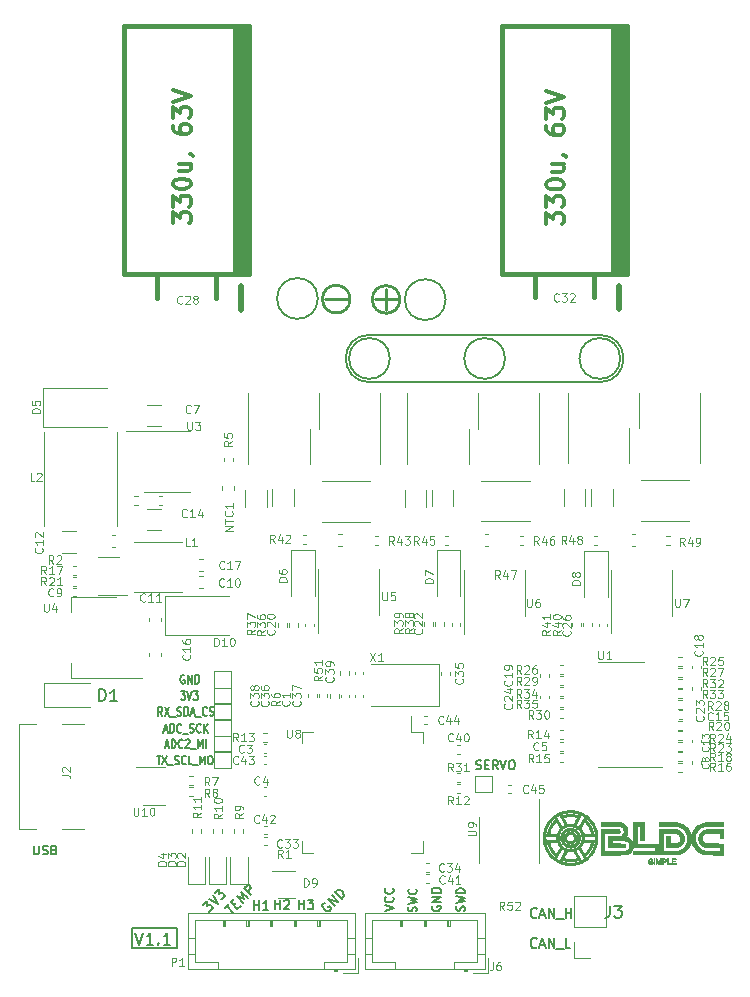
<source format=gbr>
%TF.GenerationSoftware,KiCad,Pcbnew,(5.1.6)-1*%
%TF.CreationDate,2022-01-16T14:30:20+08:00*%
%TF.ProjectId,simple_bldc,73696d70-6c65-45f6-926c-64632e6b6963,1*%
%TF.SameCoordinates,PX6979f40PYa1135a0*%
%TF.FileFunction,Legend,Top*%
%TF.FilePolarity,Positive*%
%FSLAX46Y46*%
G04 Gerber Fmt 4.6, Leading zero omitted, Abs format (unit mm)*
G04 Created by KiCad (PCBNEW (5.1.6)-1) date 2022-01-16 14:30:20*
%MOMM*%
%LPD*%
G01*
G04 APERTURE LIST*
%ADD10C,0.150000*%
%ADD11C,0.250000*%
%ADD12C,0.160000*%
%ADD13C,0.130000*%
%ADD14C,0.187500*%
%ADD15C,0.175000*%
%ADD16C,0.120000*%
%ADD17C,0.010000*%
%ADD18C,0.500000*%
%ADD19C,0.381000*%
%ADD20C,0.110000*%
%ADD21C,0.300000*%
G04 APERTURE END LIST*
D10*
X29311600Y50882800D02*
X48818800Y50882800D01*
X29311600Y54882800D02*
X48818800Y54882800D01*
X29311600Y50882800D02*
G75*
G02*
X29311600Y54882800I0J2000000D01*
G01*
X48818800Y54882800D02*
G75*
G02*
X48818800Y50882800I0J-2000000D01*
G01*
D11*
X27670470Y57900000D02*
G75*
G03*
X27670470Y57900000I-1170470J0D01*
G01*
X31890470Y57880000D02*
G75*
G03*
X31890470Y57880000I-1170470J0D01*
G01*
D10*
X9194800Y2946400D02*
X9194800Y4622800D01*
X13004800Y2946400D02*
X9194800Y2946400D01*
X13004800Y4622800D02*
X13004800Y2946400D01*
X9194800Y4622800D02*
X13004800Y4622800D01*
D12*
X9499790Y4256020D02*
X9833123Y3256020D01*
X10166457Y4256020D01*
X11023600Y3256020D02*
X10452171Y3256020D01*
X10737885Y3256020D02*
X10737885Y4256020D01*
X10642647Y4113162D01*
X10547409Y4017924D01*
X10452171Y3970305D01*
X11452171Y3351258D02*
X11499790Y3303639D01*
X11452171Y3256020D01*
X11404552Y3303639D01*
X11452171Y3351258D01*
X11452171Y3256020D01*
X12452171Y3256020D02*
X11880742Y3256020D01*
X12166457Y3256020D02*
X12166457Y4256020D01*
X12071219Y4113162D01*
X11975980Y4017924D01*
X11880742Y3970305D01*
D13*
X13639857Y26054400D02*
X13582714Y26090115D01*
X13497000Y26090115D01*
X13411285Y26054400D01*
X13354142Y25982972D01*
X13325571Y25911543D01*
X13297000Y25768686D01*
X13297000Y25661543D01*
X13325571Y25518686D01*
X13354142Y25447258D01*
X13411285Y25375829D01*
X13497000Y25340115D01*
X13554142Y25340115D01*
X13639857Y25375829D01*
X13668428Y25411543D01*
X13668428Y25661543D01*
X13554142Y25661543D01*
X13925571Y25340115D02*
X13925571Y26090115D01*
X14268428Y25340115D01*
X14268428Y26090115D01*
X14554142Y25340115D02*
X14554142Y26090115D01*
X14697000Y26090115D01*
X14782714Y26054400D01*
X14839857Y25982972D01*
X14868428Y25911543D01*
X14897000Y25768686D01*
X14897000Y25661543D01*
X14868428Y25518686D01*
X14839857Y25447258D01*
X14782714Y25375829D01*
X14697000Y25340115D01*
X14554142Y25340115D01*
X13328742Y24743915D02*
X13700171Y24743915D01*
X13500171Y24458200D01*
X13585885Y24458200D01*
X13643028Y24422486D01*
X13671600Y24386772D01*
X13700171Y24315343D01*
X13700171Y24136772D01*
X13671600Y24065343D01*
X13643028Y24029629D01*
X13585885Y23993915D01*
X13414457Y23993915D01*
X13357314Y24029629D01*
X13328742Y24065343D01*
X13871600Y24743915D02*
X14071600Y23993915D01*
X14271600Y24743915D01*
X14414457Y24743915D02*
X14785885Y24743915D01*
X14585885Y24458200D01*
X14671600Y24458200D01*
X14728742Y24422486D01*
X14757314Y24386772D01*
X14785885Y24315343D01*
X14785885Y24136772D01*
X14757314Y24065343D01*
X14728742Y24029629D01*
X14671600Y23993915D01*
X14500171Y23993915D01*
X14443028Y24029629D01*
X14414457Y24065343D01*
X11781085Y22622315D02*
X11581085Y22979458D01*
X11438228Y22622315D02*
X11438228Y23372315D01*
X11666800Y23372315D01*
X11723942Y23336600D01*
X11752514Y23300886D01*
X11781085Y23229458D01*
X11781085Y23122315D01*
X11752514Y23050886D01*
X11723942Y23015172D01*
X11666800Y22979458D01*
X11438228Y22979458D01*
X11981085Y23372315D02*
X12381085Y22622315D01*
X12381085Y23372315D02*
X11981085Y22622315D01*
X12466800Y22550886D02*
X12923942Y22550886D01*
X13038228Y22658029D02*
X13123942Y22622315D01*
X13266800Y22622315D01*
X13323942Y22658029D01*
X13352514Y22693743D01*
X13381085Y22765172D01*
X13381085Y22836600D01*
X13352514Y22908029D01*
X13323942Y22943743D01*
X13266800Y22979458D01*
X13152514Y23015172D01*
X13095371Y23050886D01*
X13066800Y23086600D01*
X13038228Y23158029D01*
X13038228Y23229458D01*
X13066800Y23300886D01*
X13095371Y23336600D01*
X13152514Y23372315D01*
X13295371Y23372315D01*
X13381085Y23336600D01*
X13638228Y22622315D02*
X13638228Y23372315D01*
X13781085Y23372315D01*
X13866800Y23336600D01*
X13923942Y23265172D01*
X13952514Y23193743D01*
X13981085Y23050886D01*
X13981085Y22943743D01*
X13952514Y22800886D01*
X13923942Y22729458D01*
X13866800Y22658029D01*
X13781085Y22622315D01*
X13638228Y22622315D01*
X14209657Y22836600D02*
X14495371Y22836600D01*
X14152514Y22622315D02*
X14352514Y23372315D01*
X14552514Y22622315D01*
X14609657Y22550886D02*
X15066800Y22550886D01*
X15552514Y22693743D02*
X15523942Y22658029D01*
X15438228Y22622315D01*
X15381085Y22622315D01*
X15295371Y22658029D01*
X15238228Y22729458D01*
X15209657Y22800886D01*
X15181085Y22943743D01*
X15181085Y23050886D01*
X15209657Y23193743D01*
X15238228Y23265172D01*
X15295371Y23336600D01*
X15381085Y23372315D01*
X15438228Y23372315D01*
X15523942Y23336600D01*
X15552514Y23300886D01*
X15781085Y22658029D02*
X15866800Y22622315D01*
X16009657Y22622315D01*
X16066800Y22658029D01*
X16095371Y22693743D01*
X16123942Y22765172D01*
X16123942Y22836600D01*
X16095371Y22908029D01*
X16066800Y22943743D01*
X16009657Y22979458D01*
X15895371Y23015172D01*
X15838228Y23050886D01*
X15809657Y23086600D01*
X15781085Y23158029D01*
X15781085Y23229458D01*
X15809657Y23300886D01*
X15838228Y23336600D01*
X15895371Y23372315D01*
X16038228Y23372315D01*
X16123942Y23336600D01*
X11909657Y21414200D02*
X12195371Y21414200D01*
X11852514Y21199915D02*
X12052514Y21949915D01*
X12252514Y21199915D01*
X12452514Y21199915D02*
X12452514Y21949915D01*
X12595371Y21949915D01*
X12681085Y21914200D01*
X12738228Y21842772D01*
X12766800Y21771343D01*
X12795371Y21628486D01*
X12795371Y21521343D01*
X12766800Y21378486D01*
X12738228Y21307058D01*
X12681085Y21235629D01*
X12595371Y21199915D01*
X12452514Y21199915D01*
X13395371Y21271343D02*
X13366800Y21235629D01*
X13281085Y21199915D01*
X13223942Y21199915D01*
X13138228Y21235629D01*
X13081085Y21307058D01*
X13052514Y21378486D01*
X13023942Y21521343D01*
X13023942Y21628486D01*
X13052514Y21771343D01*
X13081085Y21842772D01*
X13138228Y21914200D01*
X13223942Y21949915D01*
X13281085Y21949915D01*
X13366800Y21914200D01*
X13395371Y21878486D01*
X13509657Y21128486D02*
X13966800Y21128486D01*
X14081085Y21235629D02*
X14166800Y21199915D01*
X14309657Y21199915D01*
X14366800Y21235629D01*
X14395371Y21271343D01*
X14423942Y21342772D01*
X14423942Y21414200D01*
X14395371Y21485629D01*
X14366800Y21521343D01*
X14309657Y21557058D01*
X14195371Y21592772D01*
X14138228Y21628486D01*
X14109657Y21664200D01*
X14081085Y21735629D01*
X14081085Y21807058D01*
X14109657Y21878486D01*
X14138228Y21914200D01*
X14195371Y21949915D01*
X14338228Y21949915D01*
X14423942Y21914200D01*
X15023942Y21271343D02*
X14995371Y21235629D01*
X14909657Y21199915D01*
X14852514Y21199915D01*
X14766800Y21235629D01*
X14709657Y21307058D01*
X14681085Y21378486D01*
X14652514Y21521343D01*
X14652514Y21628486D01*
X14681085Y21771343D01*
X14709657Y21842772D01*
X14766800Y21914200D01*
X14852514Y21949915D01*
X14909657Y21949915D01*
X14995371Y21914200D01*
X15023942Y21878486D01*
X15281085Y21199915D02*
X15281085Y21949915D01*
X15623942Y21199915D02*
X15366800Y21628486D01*
X15623942Y21949915D02*
X15281085Y21521343D01*
X11290600Y19257515D02*
X11633457Y19257515D01*
X11462028Y18507515D02*
X11462028Y19257515D01*
X11776314Y19257515D02*
X12176314Y18507515D01*
X12176314Y19257515D02*
X11776314Y18507515D01*
X12262028Y18436086D02*
X12719171Y18436086D01*
X12833457Y18543229D02*
X12919171Y18507515D01*
X13062028Y18507515D01*
X13119171Y18543229D01*
X13147742Y18578943D01*
X13176314Y18650372D01*
X13176314Y18721800D01*
X13147742Y18793229D01*
X13119171Y18828943D01*
X13062028Y18864658D01*
X12947742Y18900372D01*
X12890600Y18936086D01*
X12862028Y18971800D01*
X12833457Y19043229D01*
X12833457Y19114658D01*
X12862028Y19186086D01*
X12890600Y19221800D01*
X12947742Y19257515D01*
X13090600Y19257515D01*
X13176314Y19221800D01*
X13776314Y18578943D02*
X13747742Y18543229D01*
X13662028Y18507515D01*
X13604885Y18507515D01*
X13519171Y18543229D01*
X13462028Y18614658D01*
X13433457Y18686086D01*
X13404885Y18828943D01*
X13404885Y18936086D01*
X13433457Y19078943D01*
X13462028Y19150372D01*
X13519171Y19221800D01*
X13604885Y19257515D01*
X13662028Y19257515D01*
X13747742Y19221800D01*
X13776314Y19186086D01*
X14319171Y18507515D02*
X14033457Y18507515D01*
X14033457Y19257515D01*
X14376314Y18436086D02*
X14833457Y18436086D01*
X14976314Y18507515D02*
X14976314Y19257515D01*
X15176314Y18721800D01*
X15376314Y19257515D01*
X15376314Y18507515D01*
X15776314Y19257515D02*
X15890600Y19257515D01*
X15947742Y19221800D01*
X16004885Y19150372D01*
X16033457Y19007515D01*
X16033457Y18757515D01*
X16004885Y18614658D01*
X15947742Y18543229D01*
X15890600Y18507515D01*
X15776314Y18507515D01*
X15719171Y18543229D01*
X15662028Y18614658D01*
X15633457Y18757515D01*
X15633457Y19007515D01*
X15662028Y19150372D01*
X15719171Y19221800D01*
X15776314Y19257515D01*
X12023942Y20093400D02*
X12309657Y20093400D01*
X11966800Y19879115D02*
X12166800Y20629115D01*
X12366800Y19879115D01*
X12566800Y19879115D02*
X12566800Y20629115D01*
X12709657Y20629115D01*
X12795371Y20593400D01*
X12852514Y20521972D01*
X12881085Y20450543D01*
X12909657Y20307686D01*
X12909657Y20200543D01*
X12881085Y20057686D01*
X12852514Y19986258D01*
X12795371Y19914829D01*
X12709657Y19879115D01*
X12566800Y19879115D01*
X13509657Y19950543D02*
X13481085Y19914829D01*
X13395371Y19879115D01*
X13338228Y19879115D01*
X13252514Y19914829D01*
X13195371Y19986258D01*
X13166800Y20057686D01*
X13138228Y20200543D01*
X13138228Y20307686D01*
X13166800Y20450543D01*
X13195371Y20521972D01*
X13252514Y20593400D01*
X13338228Y20629115D01*
X13395371Y20629115D01*
X13481085Y20593400D01*
X13509657Y20557686D01*
X13738228Y20557686D02*
X13766800Y20593400D01*
X13823942Y20629115D01*
X13966800Y20629115D01*
X14023942Y20593400D01*
X14052514Y20557686D01*
X14081085Y20486258D01*
X14081085Y20414829D01*
X14052514Y20307686D01*
X13709657Y19879115D01*
X14081085Y19879115D01*
X14195371Y19807686D02*
X14652514Y19807686D01*
X14795371Y19879115D02*
X14795371Y20629115D01*
X14995371Y20093400D01*
X15195371Y20629115D01*
X15195371Y19879115D01*
X15481085Y19879115D02*
X15481085Y20629115D01*
D11*
X25585714Y57943772D02*
X27414285Y57943772D01*
X29805714Y57878572D02*
X31634285Y57878572D01*
X30720000Y56964286D02*
X30720000Y58792858D01*
D13*
X25549758Y6811445D02*
X25468946Y6784507D01*
X25388134Y6703695D01*
X25334259Y6595946D01*
X25334259Y6488196D01*
X25361197Y6407384D01*
X25442009Y6272697D01*
X25522821Y6191885D01*
X25657508Y6111072D01*
X25738320Y6084135D01*
X25846070Y6084135D01*
X25953819Y6138010D01*
X26007694Y6191885D01*
X26061569Y6299634D01*
X26061569Y6353509D01*
X25873007Y6542071D01*
X25765258Y6434321D01*
X26357880Y6542071D02*
X25792195Y7107756D01*
X26681129Y6865320D01*
X26115444Y7431005D01*
X26950503Y7134694D02*
X26384818Y7700379D01*
X26519505Y7835066D01*
X26627254Y7888941D01*
X26735004Y7888941D01*
X26815816Y7862003D01*
X26950503Y7781191D01*
X27031315Y7700379D01*
X27112128Y7565692D01*
X27139065Y7484880D01*
X27139065Y7377130D01*
X27085190Y7269381D01*
X26950503Y7134694D01*
X15195047Y6569008D02*
X15545233Y6919194D01*
X15572171Y6515133D01*
X15652983Y6595946D01*
X15733795Y6622883D01*
X15787670Y6622883D01*
X15868482Y6595946D01*
X16003169Y6461259D01*
X16030106Y6380446D01*
X16030106Y6326572D01*
X16003169Y6245759D01*
X15841545Y6084135D01*
X15760732Y6057198D01*
X15706858Y6057198D01*
X15706858Y7080819D02*
X16461105Y6703695D01*
X16083981Y7457942D01*
X16218668Y7592629D02*
X16568854Y7942816D01*
X16595792Y7538755D01*
X16676604Y7619567D01*
X16757416Y7646504D01*
X16811291Y7646504D01*
X16892103Y7619567D01*
X17026790Y7484880D01*
X17053728Y7404068D01*
X17053728Y7350193D01*
X17026790Y7269381D01*
X16865166Y7107756D01*
X16784354Y7080819D01*
X16730479Y7080819D01*
X17056198Y6347359D02*
X17379447Y6670608D01*
X17783508Y5943298D02*
X17217823Y6508984D01*
X17837383Y6589796D02*
X18025945Y6778358D01*
X18403068Y6562859D02*
X18133694Y6293485D01*
X17568009Y6859170D01*
X17837383Y7128544D01*
X18645505Y6805295D02*
X18079819Y7370981D01*
X18672442Y7155481D01*
X18456943Y7748104D01*
X19022628Y7182419D01*
X19292002Y7451793D02*
X18726317Y8017478D01*
X18941816Y8232977D01*
X19022628Y8259915D01*
X19076503Y8259915D01*
X19157315Y8232977D01*
X19238128Y8152165D01*
X19265065Y8071353D01*
X19265065Y8017478D01*
X19238128Y7936666D01*
X19022628Y7721167D01*
X23317276Y6242096D02*
X23317276Y7042096D01*
X23317276Y6661143D02*
X23774419Y6661143D01*
X23774419Y6242096D02*
X23774419Y7042096D01*
X24079180Y7042096D02*
X24574419Y7042096D01*
X24307752Y6737334D01*
X24422038Y6737334D01*
X24498228Y6699239D01*
X24536323Y6661143D01*
X24574419Y6584953D01*
X24574419Y6394477D01*
X24536323Y6318286D01*
X24498228Y6280191D01*
X24422038Y6242096D01*
X24193466Y6242096D01*
X24117276Y6280191D01*
X24079180Y6318286D01*
X21285276Y6242096D02*
X21285276Y7042096D01*
X21285276Y6661143D02*
X21742419Y6661143D01*
X21742419Y6242096D02*
X21742419Y7042096D01*
X22085276Y6965905D02*
X22123371Y7004000D01*
X22199561Y7042096D01*
X22390038Y7042096D01*
X22466228Y7004000D01*
X22504323Y6965905D01*
X22542419Y6889715D01*
X22542419Y6813524D01*
X22504323Y6699239D01*
X22047180Y6242096D01*
X22542419Y6242096D01*
D14*
X43465904Y5589229D02*
X43427809Y5548753D01*
X43313523Y5508277D01*
X43237333Y5508277D01*
X43123047Y5548753D01*
X43046857Y5629705D01*
X43008761Y5710658D01*
X42970666Y5872562D01*
X42970666Y5993991D01*
X43008761Y6155896D01*
X43046857Y6236848D01*
X43123047Y6317800D01*
X43237333Y6358277D01*
X43313523Y6358277D01*
X43427809Y6317800D01*
X43465904Y6277324D01*
X43770666Y5751134D02*
X44151619Y5751134D01*
X43694476Y5508277D02*
X43961142Y6358277D01*
X44227809Y5508277D01*
X44494476Y5508277D02*
X44494476Y6358277D01*
X44951619Y5508277D01*
X44951619Y6358277D01*
X45142095Y5427324D02*
X45751619Y5427324D01*
X45942095Y5508277D02*
X45942095Y6358277D01*
X45942095Y5953515D02*
X46399238Y5953515D01*
X46399238Y5508277D02*
X46399238Y6358277D01*
X43459542Y3049229D02*
X43421447Y3008753D01*
X43307161Y2968277D01*
X43230971Y2968277D01*
X43116685Y3008753D01*
X43040495Y3089705D01*
X43002400Y3170658D01*
X42964304Y3332562D01*
X42964304Y3453991D01*
X43002400Y3615896D01*
X43040495Y3696848D01*
X43116685Y3777800D01*
X43230971Y3818277D01*
X43307161Y3818277D01*
X43421447Y3777800D01*
X43459542Y3737324D01*
X43764304Y3211134D02*
X44145257Y3211134D01*
X43688114Y2968277D02*
X43954780Y3818277D01*
X44221447Y2968277D01*
X44488114Y2968277D02*
X44488114Y3818277D01*
X44945257Y2968277D01*
X44945257Y3818277D01*
X45135733Y2887324D02*
X45745257Y2887324D01*
X46316685Y2968277D02*
X45935733Y2968277D01*
X45935733Y3818277D01*
X882371Y11637515D02*
X882371Y11030372D01*
X918085Y10958943D01*
X953800Y10923229D01*
X1025228Y10887515D01*
X1168085Y10887515D01*
X1239514Y10923229D01*
X1275228Y10958943D01*
X1310942Y11030372D01*
X1310942Y11637515D01*
X1632371Y10923229D02*
X1739514Y10887515D01*
X1918085Y10887515D01*
X1989514Y10923229D01*
X2025228Y10958943D01*
X2060942Y11030372D01*
X2060942Y11101800D01*
X2025228Y11173229D01*
X1989514Y11208943D01*
X1918085Y11244658D01*
X1775228Y11280372D01*
X1703800Y11316086D01*
X1668085Y11351800D01*
X1632371Y11423229D01*
X1632371Y11494658D01*
X1668085Y11566086D01*
X1703800Y11601800D01*
X1775228Y11637515D01*
X1953800Y11637515D01*
X2060942Y11601800D01*
X2632371Y11280372D02*
X2739514Y11244658D01*
X2775228Y11208943D01*
X2810942Y11137515D01*
X2810942Y11030372D01*
X2775228Y10958943D01*
X2739514Y10923229D01*
X2668085Y10887515D01*
X2382371Y10887515D01*
X2382371Y11637515D01*
X2632371Y11637515D01*
X2703800Y11601800D01*
X2739514Y11566086D01*
X2775228Y11494658D01*
X2775228Y11423229D01*
X2739514Y11351800D01*
X2703800Y11316086D01*
X2632371Y11280372D01*
X2382371Y11280372D01*
X38336742Y18136829D02*
X38443885Y18101115D01*
X38622457Y18101115D01*
X38693885Y18136829D01*
X38729600Y18172543D01*
X38765314Y18243972D01*
X38765314Y18315400D01*
X38729600Y18386829D01*
X38693885Y18422543D01*
X38622457Y18458258D01*
X38479600Y18493972D01*
X38408171Y18529686D01*
X38372457Y18565400D01*
X38336742Y18636829D01*
X38336742Y18708258D01*
X38372457Y18779686D01*
X38408171Y18815400D01*
X38479600Y18851115D01*
X38658171Y18851115D01*
X38765314Y18815400D01*
X39086742Y18493972D02*
X39336742Y18493972D01*
X39443885Y18101115D02*
X39086742Y18101115D01*
X39086742Y18851115D01*
X39443885Y18851115D01*
X40193885Y18101115D02*
X39943885Y18458258D01*
X39765314Y18101115D02*
X39765314Y18851115D01*
X40051028Y18851115D01*
X40122457Y18815400D01*
X40158171Y18779686D01*
X40193885Y18708258D01*
X40193885Y18601115D01*
X40158171Y18529686D01*
X40122457Y18493972D01*
X40051028Y18458258D01*
X39765314Y18458258D01*
X40408171Y18851115D02*
X40658171Y18101115D01*
X40908171Y18851115D01*
X41301028Y18851115D02*
X41443885Y18851115D01*
X41515314Y18815400D01*
X41586742Y18743972D01*
X41622457Y18601115D01*
X41622457Y18351115D01*
X41586742Y18208258D01*
X41515314Y18136829D01*
X41443885Y18101115D01*
X41301028Y18101115D01*
X41229600Y18136829D01*
X41158171Y18208258D01*
X41122457Y18351115D01*
X41122457Y18601115D01*
X41158171Y18743972D01*
X41229600Y18815400D01*
X41301028Y18851115D01*
X34626200Y6515172D02*
X34590485Y6443743D01*
X34590485Y6336600D01*
X34626200Y6229458D01*
X34697628Y6158029D01*
X34769057Y6122315D01*
X34911914Y6086600D01*
X35019057Y6086600D01*
X35161914Y6122315D01*
X35233342Y6158029D01*
X35304771Y6229458D01*
X35340485Y6336600D01*
X35340485Y6408029D01*
X35304771Y6515172D01*
X35269057Y6550886D01*
X35019057Y6550886D01*
X35019057Y6408029D01*
X35340485Y6872315D02*
X34590485Y6872315D01*
X35340485Y7300886D01*
X34590485Y7300886D01*
X35340485Y7658029D02*
X34590485Y7658029D01*
X34590485Y7836600D01*
X34626200Y7943743D01*
X34697628Y8015172D01*
X34769057Y8050886D01*
X34911914Y8086600D01*
X35019057Y8086600D01*
X35161914Y8050886D01*
X35233342Y8015172D01*
X35304771Y7943743D01*
X35340485Y7836600D01*
X35340485Y7658029D01*
D13*
X19507276Y6191296D02*
X19507276Y6991296D01*
X19507276Y6610343D02*
X19964419Y6610343D01*
X19964419Y6191296D02*
X19964419Y6991296D01*
X20764419Y6191296D02*
X20307276Y6191296D01*
X20535847Y6191296D02*
X20535847Y6991296D01*
X20459657Y6877010D01*
X20383466Y6800820D01*
X20307276Y6762724D01*
D14*
X30602685Y6112000D02*
X31352685Y6362000D01*
X30602685Y6612000D01*
X31281257Y7290572D02*
X31316971Y7254858D01*
X31352685Y7147715D01*
X31352685Y7076286D01*
X31316971Y6969143D01*
X31245542Y6897715D01*
X31174114Y6862000D01*
X31031257Y6826286D01*
X30924114Y6826286D01*
X30781257Y6862000D01*
X30709828Y6897715D01*
X30638400Y6969143D01*
X30602685Y7076286D01*
X30602685Y7147715D01*
X30638400Y7254858D01*
X30674114Y7290572D01*
X31281257Y8040572D02*
X31316971Y8004858D01*
X31352685Y7897715D01*
X31352685Y7826286D01*
X31316971Y7719143D01*
X31245542Y7647715D01*
X31174114Y7612000D01*
X31031257Y7576286D01*
X30924114Y7576286D01*
X30781257Y7612000D01*
X30709828Y7647715D01*
X30638400Y7719143D01*
X30602685Y7826286D01*
X30602685Y7897715D01*
X30638400Y8004858D01*
X30674114Y8040572D01*
D10*
X33277933Y6060400D02*
X33311266Y6160400D01*
X33311266Y6327067D01*
X33277933Y6393734D01*
X33244600Y6427067D01*
X33177933Y6460400D01*
X33111266Y6460400D01*
X33044600Y6427067D01*
X33011266Y6393734D01*
X32977933Y6327067D01*
X32944600Y6193734D01*
X32911266Y6127067D01*
X32877933Y6093734D01*
X32811266Y6060400D01*
X32744600Y6060400D01*
X32677933Y6093734D01*
X32644600Y6127067D01*
X32611266Y6193734D01*
X32611266Y6360400D01*
X32644600Y6460400D01*
X32611266Y6693734D02*
X33311266Y6860400D01*
X32811266Y6993734D01*
X33311266Y7127067D01*
X32611266Y7293734D01*
X33244600Y7960400D02*
X33277933Y7927067D01*
X33311266Y7827067D01*
X33311266Y7760400D01*
X33277933Y7660400D01*
X33211266Y7593734D01*
X33144600Y7560400D01*
X33011266Y7527067D01*
X32911266Y7527067D01*
X32777933Y7560400D01*
X32711266Y7593734D01*
X32644600Y7660400D01*
X32611266Y7760400D01*
X32611266Y7827067D01*
X32644600Y7927067D01*
X32677933Y7960400D01*
D15*
X37341933Y6111200D02*
X37375266Y6211200D01*
X37375266Y6377867D01*
X37341933Y6444534D01*
X37308600Y6477867D01*
X37241933Y6511200D01*
X37175266Y6511200D01*
X37108600Y6477867D01*
X37075266Y6444534D01*
X37041933Y6377867D01*
X37008600Y6244534D01*
X36975266Y6177867D01*
X36941933Y6144534D01*
X36875266Y6111200D01*
X36808600Y6111200D01*
X36741933Y6144534D01*
X36708600Y6177867D01*
X36675266Y6244534D01*
X36675266Y6411200D01*
X36708600Y6511200D01*
X36675266Y6744534D02*
X37375266Y6911200D01*
X36875266Y7044534D01*
X37375266Y7177867D01*
X36675266Y7344534D01*
X37375266Y7611200D02*
X36675266Y7611200D01*
X36675266Y7777867D01*
X36708600Y7877867D01*
X36775266Y7944534D01*
X36841933Y7977867D01*
X36975266Y8011200D01*
X37075266Y8011200D01*
X37208600Y7977867D01*
X37275266Y7944534D01*
X37341933Y7877867D01*
X37375266Y7777867D01*
X37375266Y7611200D01*
D16*
%TO.C,C17*%
X15224979Y34846800D02*
X14899421Y34846800D01*
X15224979Y35866800D02*
X14899421Y35866800D01*
%TO.C,C14*%
X11662064Y38330000D02*
X10457936Y38330000D01*
X11662064Y40150000D02*
X10457936Y40150000D01*
%TO.C,C12*%
X3284136Y38248000D02*
X4488264Y38248000D01*
X3284136Y36428000D02*
X4488264Y36428000D01*
%TO.C,C10*%
X15224979Y33424400D02*
X14899421Y33424400D01*
X15224979Y34444400D02*
X14899421Y34444400D01*
%TO.C,C7*%
X11662064Y47130000D02*
X10457936Y47130000D01*
X11662064Y48950000D02*
X10457936Y48950000D01*
%TO.C,Q6*%
X57311600Y43990000D02*
X57311600Y49990000D01*
X52111600Y46990000D02*
X52111600Y49990000D01*
%TO.C,Q5*%
X46117200Y49990000D02*
X46117200Y43990000D01*
X51317200Y46990000D02*
X51317200Y43990000D01*
%TO.C,Q4*%
X43697200Y43939200D02*
X43697200Y49939200D01*
X38497200Y46939200D02*
X38497200Y49939200D01*
%TO.C,Q3*%
X32502800Y49939200D02*
X32502800Y43939200D01*
X37702800Y46939200D02*
X37702800Y43939200D01*
%TO.C,Q2*%
X30235200Y43939200D02*
X30235200Y49939200D01*
X25035200Y46939200D02*
X25035200Y49939200D01*
%TO.C,Q1*%
X19040800Y49939200D02*
X19040800Y43939200D01*
X24240800Y46939200D02*
X24240800Y43939200D01*
%TO.C,D10*%
X11992400Y32790400D02*
X17392400Y32790400D01*
X11992400Y29490400D02*
X17392400Y29490400D01*
X11992400Y32790400D02*
X11992400Y29490400D01*
%TO.C,J6*%
X39060000Y1190000D02*
X39060000Y5910000D01*
X39060000Y5910000D02*
X28940000Y5910000D01*
X28940000Y5910000D02*
X28940000Y1190000D01*
X28940000Y1190000D02*
X39060000Y1190000D01*
X37300000Y1190000D02*
X37300000Y990000D01*
X37300000Y990000D02*
X37600000Y990000D01*
X37600000Y990000D02*
X37600000Y1190000D01*
X37300000Y1090000D02*
X37600000Y1090000D01*
X36500000Y1190000D02*
X36500000Y1800000D01*
X36500000Y1800000D02*
X38450000Y1800000D01*
X38450000Y1800000D02*
X38450000Y5300000D01*
X38450000Y5300000D02*
X29550000Y5300000D01*
X29550000Y5300000D02*
X29550000Y1800000D01*
X29550000Y1800000D02*
X31500000Y1800000D01*
X31500000Y1800000D02*
X31500000Y1190000D01*
X39060000Y2500000D02*
X38450000Y2500000D01*
X39060000Y3800000D02*
X38450000Y3800000D01*
X28940000Y2500000D02*
X29550000Y2500000D01*
X28940000Y3800000D02*
X29550000Y3800000D01*
X36100000Y5300000D02*
X36100000Y4800000D01*
X36100000Y4800000D02*
X35900000Y4800000D01*
X35900000Y4800000D02*
X35900000Y5300000D01*
X36000000Y5300000D02*
X36000000Y4800000D01*
X34100000Y5300000D02*
X34100000Y4800000D01*
X34100000Y4800000D02*
X33900000Y4800000D01*
X33900000Y4800000D02*
X33900000Y5300000D01*
X34000000Y5300000D02*
X34000000Y4800000D01*
X32100000Y5300000D02*
X32100000Y4800000D01*
X32100000Y4800000D02*
X31900000Y4800000D01*
X31900000Y4800000D02*
X31900000Y5300000D01*
X32000000Y5300000D02*
X32000000Y4800000D01*
X38110000Y890000D02*
X39360000Y890000D01*
X39360000Y890000D02*
X39360000Y2140000D01*
D17*
%TO.C,H9*%
G36*
X46365887Y14646483D02*
G01*
X46460326Y14638753D01*
X46561729Y14627245D01*
X46660402Y14613293D01*
X46746653Y14598231D01*
X46810789Y14583394D01*
X46838351Y14573325D01*
X46876074Y14559880D01*
X46933007Y14546404D01*
X46950595Y14543192D01*
X47003893Y14530731D01*
X47038707Y14516187D01*
X47043804Y14511469D01*
X47070186Y14496938D01*
X47096093Y14493631D01*
X47138537Y14483593D01*
X47206509Y14455996D01*
X47292801Y14414617D01*
X47390202Y14363231D01*
X47491501Y14305614D01*
X47589490Y14245543D01*
X47662397Y14197043D01*
X47778947Y14106097D01*
X47900397Y13994216D01*
X48019171Y13869821D01*
X48127691Y13741337D01*
X48218382Y13617188D01*
X48283107Y13506938D01*
X48315845Y13448313D01*
X48354020Y13389708D01*
X48384052Y13336092D01*
X48420659Y13252471D01*
X48461047Y13146779D01*
X48502418Y13026946D01*
X48541975Y12900905D01*
X48576924Y12776588D01*
X48593490Y12710466D01*
X48602765Y12648041D01*
X48609434Y12556246D01*
X48613496Y12444672D01*
X48614953Y12322907D01*
X48613805Y12200542D01*
X48610054Y12087166D01*
X48603701Y11992369D01*
X48594747Y11925741D01*
X48593408Y11919719D01*
X48571297Y11831653D01*
X48546681Y11741015D01*
X48522223Y11656810D01*
X48500582Y11588039D01*
X48484422Y11543706D01*
X48479255Y11533554D01*
X48465814Y11505004D01*
X48446299Y11452618D01*
X48432548Y11411376D01*
X48404373Y11342263D01*
X48358691Y11251406D01*
X48301182Y11148513D01*
X48237528Y11043295D01*
X48173410Y10945459D01*
X48114510Y10864715D01*
X48107600Y10856063D01*
X48063554Y10805569D01*
X48001118Y10738875D01*
X47929283Y10665077D01*
X47857045Y10593268D01*
X47793397Y10532544D01*
X47748588Y10493010D01*
X47697576Y10454095D01*
X47636456Y10410745D01*
X47574455Y10369076D01*
X47520802Y10335205D01*
X47484726Y10315249D01*
X47476089Y10312400D01*
X47449218Y10301447D01*
X47407035Y10274324D01*
X47396290Y10266365D01*
X47342789Y10231453D01*
X47292014Y10207030D01*
X47286984Y10205358D01*
X47238758Y10185576D01*
X47211417Y10168940D01*
X47173780Y10150229D01*
X47100267Y10124903D01*
X46993373Y10093745D01*
X46857138Y10057926D01*
X46788512Y10039574D01*
X46725128Y10021034D01*
X46710600Y10016404D01*
X46670795Y10009319D01*
X46600918Y10002627D01*
X46509972Y9996658D01*
X46406963Y9991748D01*
X46300893Y9988227D01*
X46200768Y9986430D01*
X46115592Y9986689D01*
X46054369Y9989337D01*
X46036523Y9991485D01*
X45951409Y10007598D01*
X45860915Y10026547D01*
X45775410Y10045955D01*
X45705267Y10063448D01*
X45660855Y10076650D01*
X45655523Y10078762D01*
X45615932Y10093237D01*
X45553897Y10112895D01*
X45500385Y10128499D01*
X45417795Y10157141D01*
X45333827Y10194726D01*
X45293070Y10217174D01*
X45238689Y10248466D01*
X45196503Y10268849D01*
X45181182Y10273323D01*
X45155980Y10284746D01*
X45154035Y10287977D01*
X45133957Y10305256D01*
X45091607Y10330757D01*
X45074484Y10339776D01*
X45072885Y10340748D01*
X45551623Y10340748D01*
X45555829Y10320525D01*
X45597052Y10295933D01*
X45614457Y10288664D01*
X45864250Y10210366D01*
X46122999Y10167486D01*
X46383832Y10160714D01*
X46622919Y10187546D01*
X46720468Y10207905D01*
X46821577Y10233048D01*
X46906857Y10258087D01*
X46918796Y10262125D01*
X46986830Y10288062D01*
X47023942Y10309346D01*
X47037130Y10330769D01*
X47036940Y10343018D01*
X47025133Y10398229D01*
X47005364Y10422707D01*
X46967250Y10424723D01*
X46939970Y10420249D01*
X46887097Y10407358D01*
X46850859Y10393173D01*
X46847369Y10390807D01*
X46804678Y10372615D01*
X46728858Y10357435D01*
X46625777Y10345763D01*
X46501302Y10338096D01*
X46361299Y10334930D01*
X46211636Y10336761D01*
X46209569Y10336823D01*
X46078208Y10341674D01*
X45977305Y10347956D01*
X45898243Y10356691D01*
X45832404Y10368903D01*
X45771171Y10385616D01*
X45754996Y10390807D01*
X45685114Y10413196D01*
X45642785Y10423530D01*
X45618537Y10422247D01*
X45602898Y10409786D01*
X45594470Y10398232D01*
X45566368Y10359460D01*
X45551623Y10340748D01*
X45072885Y10340748D01*
X45013566Y10376784D01*
X44948271Y10425105D01*
X44927945Y10442337D01*
X44883150Y10479935D01*
X44850051Y10503596D01*
X44840474Y10507769D01*
X44821177Y10521624D01*
X44816737Y10525740D01*
X45098676Y10525740D01*
X45114143Y10508991D01*
X45123100Y10507704D01*
X45151635Y10498136D01*
X45201689Y10473285D01*
X45254984Y10442913D01*
X45311753Y10409890D01*
X45350762Y10395593D01*
X45380175Y10403666D01*
X45408161Y10437754D01*
X45442885Y10501500D01*
X45459503Y10534174D01*
X45494659Y10599187D01*
X45704369Y10599187D01*
X45720989Y10589332D01*
X45758100Y10578473D01*
X45809077Y10565699D01*
X45876827Y10547449D01*
X45909523Y10538272D01*
X45986034Y10523853D01*
X46091008Y10514132D01*
X46214114Y10509092D01*
X46345025Y10508717D01*
X46473410Y10512990D01*
X46588939Y10521896D01*
X46681285Y10535417D01*
X46699582Y10539528D01*
X46788808Y10562301D01*
X46845065Y10580746D01*
X46873355Y10599780D01*
X46878676Y10624318D01*
X46866027Y10659279D01*
X46851201Y10688640D01*
X46824008Y10739422D01*
X46803796Y10774003D01*
X46798523Y10781323D01*
X46770725Y10819367D01*
X46733676Y10884562D01*
X46697569Y10957169D01*
X46671075Y11010008D01*
X46649797Y11046382D01*
X46642853Y11054861D01*
X46624965Y11076918D01*
X46598225Y11118541D01*
X46593273Y11126940D01*
X46565628Y11167014D01*
X46541716Y11177265D01*
X46519540Y11169179D01*
X46486976Y11162530D01*
X46425947Y11158389D01*
X46346979Y11156665D01*
X46260598Y11157267D01*
X46177329Y11160103D01*
X46107698Y11165085D01*
X46062231Y11172119D01*
X46058707Y11173159D01*
X46034951Y11160811D01*
X45999385Y11113867D01*
X45954875Y11036809D01*
X45913965Y10962653D01*
X45874874Y10896437D01*
X45844770Y10850201D01*
X45839882Y10843674D01*
X45813081Y10803046D01*
X45802061Y10773454D01*
X45791794Y10744807D01*
X45765983Y10698996D01*
X45753215Y10679434D01*
X45723709Y10634302D01*
X45706330Y10604415D01*
X45704369Y10599187D01*
X45494659Y10599187D01*
X45495456Y10600660D01*
X45530243Y10657932D01*
X45552311Y10688530D01*
X45578521Y10727786D01*
X45587138Y10755005D01*
X45598717Y10779026D01*
X45606676Y10781323D01*
X45624059Y10797128D01*
X45626215Y10810337D01*
X45635855Y10839794D01*
X45660243Y10889853D01*
X45692585Y10948512D01*
X45726084Y11003772D01*
X45753945Y11043634D01*
X45764693Y11054861D01*
X45779991Y11077609D01*
X45802074Y11122763D01*
X45809949Y11141039D01*
X45828697Y11190507D01*
X45830669Y11218872D01*
X45826364Y11224991D01*
X46766755Y11224991D01*
X46771745Y11205615D01*
X46791295Y11160999D01*
X46820844Y11099981D01*
X46855834Y11031401D01*
X46891704Y10964100D01*
X46923896Y10906916D01*
X46947849Y10868690D01*
X46955282Y10859477D01*
X46982737Y10823909D01*
X47010643Y10774984D01*
X47029677Y10730208D01*
X47032984Y10713626D01*
X47043323Y10687187D01*
X47052523Y10683631D01*
X47070346Y10668030D01*
X47072061Y10657255D01*
X47082873Y10627213D01*
X47110490Y10579547D01*
X47131559Y10548744D01*
X47170120Y10491142D01*
X47200367Y10438297D01*
X47209137Y10419055D01*
X47227217Y10371500D01*
X47340139Y10439592D01*
X47401031Y10474253D01*
X47450652Y10498793D01*
X47477484Y10507734D01*
X47498497Y10516768D01*
X47495716Y10546288D01*
X47468343Y10600124D01*
X47453053Y10625028D01*
X47414168Y10693423D01*
X47379139Y10765762D01*
X47373712Y10778719D01*
X47559716Y10778719D01*
X47600527Y10721406D01*
X47632271Y10683418D01*
X47657239Y10664549D01*
X47659907Y10664092D01*
X47681047Y10677208D01*
X47721808Y10712275D01*
X47774935Y10762874D01*
X47800231Y10788274D01*
X47890366Y10882752D01*
X47968031Y10969126D01*
X48029433Y11042814D01*
X48070779Y11099232D01*
X48088274Y11133800D01*
X48088605Y11136642D01*
X48100024Y11166369D01*
X48128424Y11212886D01*
X48147220Y11239073D01*
X48181152Y11288078D01*
X48202068Y11326297D01*
X48205292Y11337742D01*
X48217845Y11369670D01*
X48228812Y11383181D01*
X48248562Y11415837D01*
X48269685Y11469275D01*
X48275980Y11489666D01*
X48296059Y11555161D01*
X48322702Y11635894D01*
X48341456Y11689861D01*
X48367170Y11768328D01*
X48389210Y11846578D01*
X48399226Y11890131D01*
X48415170Y11973169D01*
X48339911Y11973169D01*
X48289534Y11969607D01*
X48264868Y11953493D01*
X48253365Y11919438D01*
X48215299Y11773233D01*
X48162973Y11621625D01*
X48101086Y11475709D01*
X48034337Y11346579D01*
X47968342Y11246507D01*
X47934852Y11199488D01*
X47914777Y11163615D01*
X47912215Y11154352D01*
X47900070Y11130461D01*
X47868301Y11087473D01*
X47825930Y11037167D01*
X47779047Y10983313D01*
X47741744Y10938527D01*
X47723353Y10914284D01*
X47698500Y10887560D01*
X47654802Y10850151D01*
X47633388Y10833636D01*
X47559716Y10778719D01*
X47373712Y10778719D01*
X47372778Y10780947D01*
X47350795Y10828823D01*
X47332553Y10856635D01*
X47327810Y10859477D01*
X47313099Y10875606D01*
X47286513Y10918276D01*
X47253314Y10978909D01*
X47246893Y10991361D01*
X47212760Y11055444D01*
X47184124Y11104265D01*
X47166400Y11128693D01*
X47164869Y11129759D01*
X47150252Y11151978D01*
X47150215Y11153203D01*
X47140054Y11177757D01*
X47113976Y11222539D01*
X47091600Y11256985D01*
X47058398Y11311396D01*
X47037153Y11356233D01*
X47032984Y11373292D01*
X47021440Y11381630D01*
X46985181Y11367407D01*
X46921763Y11329576D01*
X46904090Y11318091D01*
X46842402Y11277230D01*
X46794427Y11244809D01*
X46768671Y11226594D01*
X46766755Y11224991D01*
X45826364Y11224991D01*
X45815435Y11240525D01*
X45806727Y11248501D01*
X45766283Y11277781D01*
X45711296Y11310322D01*
X45700098Y11316205D01*
X45651772Y11346668D01*
X45620377Y11376968D01*
X45616655Y11383747D01*
X45604183Y11393522D01*
X45582650Y11373333D01*
X45552968Y11327557D01*
X45520176Y11273858D01*
X45493883Y11233233D01*
X45484992Y11220938D01*
X45467130Y11193033D01*
X45439761Y11143907D01*
X45423826Y11113477D01*
X45388967Y11047237D01*
X45346754Y10969740D01*
X45301573Y10888699D01*
X45257811Y10811825D01*
X45219855Y10746831D01*
X45192090Y10701431D01*
X45179344Y10683616D01*
X45160773Y10658513D01*
X45135804Y10614036D01*
X45112633Y10566226D01*
X45099458Y10531127D01*
X45098676Y10525740D01*
X44816737Y10525740D01*
X44778662Y10561033D01*
X44716156Y10622782D01*
X44636889Y10703658D01*
X44544090Y10800447D01*
X44506698Y10839938D01*
X44462086Y10893551D01*
X44424491Y10947400D01*
X44396172Y10992626D01*
X44354981Y11057525D01*
X44309263Y11128956D01*
X44303915Y11137270D01*
X44264107Y11202077D01*
X44234362Y11256124D01*
X44219928Y11289709D01*
X44219325Y11293577D01*
X44210566Y11327118D01*
X44189491Y11374304D01*
X44187937Y11377246D01*
X44140171Y11480013D01*
X44095603Y11599096D01*
X44060129Y11717239D01*
X44041061Y11807092D01*
X44017527Y11973169D01*
X44202364Y11973169D01*
X44212222Y11899900D01*
X44224879Y11820043D01*
X44240702Y11739998D01*
X44257176Y11670849D01*
X44271784Y11623676D01*
X44277663Y11611708D01*
X44291119Y11585593D01*
X44314813Y11532948D01*
X44344417Y11463503D01*
X44355562Y11436570D01*
X44396643Y11348140D01*
X44451452Y11245701D01*
X44510474Y11146656D01*
X44532850Y11112304D01*
X44588015Y11035803D01*
X44652841Y10954550D01*
X44722134Y10874067D01*
X44790700Y10799879D01*
X44853346Y10737510D01*
X44904877Y10692482D01*
X44940099Y10670321D01*
X44949381Y10669322D01*
X44974229Y10691158D01*
X44990963Y10719087D01*
X45011784Y10752068D01*
X45026403Y10761785D01*
X45020277Y10774595D01*
X44991266Y10809312D01*
X44944271Y10860364D01*
X44894770Y10911500D01*
X44834484Y10973883D01*
X44786063Y11026481D01*
X44755202Y11062946D01*
X44746984Y11076181D01*
X44735066Y11101604D01*
X44722535Y11116966D01*
X44696785Y11148839D01*
X44661689Y11197627D01*
X44649266Y11215920D01*
X44616915Y11259961D01*
X44592017Y11286095D01*
X44585792Y11289190D01*
X44574431Y11305927D01*
X44571138Y11334261D01*
X44564103Y11377742D01*
X44553689Y11397761D01*
X44516597Y11450990D01*
X44476135Y11531122D01*
X44436995Y11626829D01*
X44403870Y11726777D01*
X44383573Y11808485D01*
X44356055Y11947047D01*
X44539218Y11947047D01*
X44541665Y11938977D01*
X44553082Y11897668D01*
X44563709Y11839230D01*
X44565433Y11826631D01*
X44587747Y11736438D01*
X44631966Y11625302D01*
X44693559Y11501056D01*
X44767995Y11371532D01*
X44850741Y11244564D01*
X44937266Y11127984D01*
X45023039Y11029625D01*
X45031577Y11020915D01*
X45085601Y10968964D01*
X45118497Y10944497D01*
X45134427Y10945208D01*
X45137753Y10962116D01*
X45148407Y10990648D01*
X45175835Y11038153D01*
X45201253Y11075995D01*
X45243521Y11141566D01*
X45279866Y11208174D01*
X45292823Y11237124D01*
X45314263Y11282638D01*
X45332980Y11307370D01*
X45336785Y11308861D01*
X45351087Y11324641D01*
X45352676Y11336774D01*
X45365540Y11373629D01*
X45378898Y11390908D01*
X45428701Y11457818D01*
X45440710Y11520474D01*
X45429523Y11555535D01*
X45406677Y11589849D01*
X45391048Y11601938D01*
X45369949Y11618418D01*
X45338251Y11662204D01*
X45301055Y11724819D01*
X45263459Y11797785D01*
X45235322Y11860823D01*
X45189178Y11973169D01*
X44858529Y11973169D01*
X44737821Y11972909D01*
X44651012Y11971756D01*
X44592924Y11969153D01*
X44558380Y11964539D01*
X44542204Y11957356D01*
X44539218Y11947047D01*
X44356055Y11947047D01*
X44350867Y11973169D01*
X44202364Y11973169D01*
X44017527Y11973169D01*
X44016717Y11978883D01*
X44000513Y12123811D01*
X43992450Y12252750D01*
X43992457Y12264567D01*
X44160266Y12264567D01*
X44161509Y12225435D01*
X44168964Y12196251D01*
X44187035Y12175564D01*
X44220127Y12161927D01*
X44272644Y12153891D01*
X44348991Y12150008D01*
X44453571Y12148831D01*
X44590790Y12148910D01*
X44666036Y12148970D01*
X45147523Y12148924D01*
X45141202Y12315047D01*
X45141201Y12315092D01*
X45325903Y12315092D01*
X45330430Y12184717D01*
X45345990Y12078022D01*
X45375556Y11980451D01*
X45410482Y11900844D01*
X45434295Y11848366D01*
X45448558Y11810242D01*
X45450369Y11801339D01*
X45464005Y11776480D01*
X45500388Y11732778D01*
X45552735Y11676976D01*
X45614259Y11615820D01*
X45678175Y11556053D01*
X45737698Y11504422D01*
X45786043Y11467670D01*
X45843227Y11433620D01*
X45892455Y11411433D01*
X45914020Y11406554D01*
X45954712Y11397734D01*
X45969115Y11388742D01*
X46006539Y11370061D01*
X46072534Y11353011D01*
X46156599Y11339548D01*
X46248228Y11331626D01*
X46281918Y11330492D01*
X46359232Y11334641D01*
X46455147Y11347521D01*
X46550873Y11366511D01*
X46565226Y11370019D01*
X46647289Y11395104D01*
X46730750Y11427901D01*
X46807380Y11464244D01*
X46868949Y11499970D01*
X46886323Y11514015D01*
X47159984Y11514015D01*
X47208830Y11414398D01*
X47247540Y11341027D01*
X47290343Y11267884D01*
X47309216Y11238552D01*
X47418029Y11052863D01*
X47447185Y10991361D01*
X47466221Y10953524D01*
X47478162Y10937632D01*
X47478204Y10937631D01*
X47494098Y10950520D01*
X47530336Y10984782D01*
X47579983Y11033805D01*
X47596036Y11049977D01*
X47660867Y11120601D01*
X47724536Y11198199D01*
X47773363Y11266091D01*
X47773746Y11266689D01*
X47812587Y11325452D01*
X47846068Y11372592D01*
X47863976Y11394601D01*
X47887898Y11431298D01*
X47901893Y11466080D01*
X47919457Y11514688D01*
X47947925Y11583814D01*
X47981067Y11658856D01*
X48010786Y11721468D01*
X48025670Y11759786D01*
X48043503Y11816677D01*
X48048617Y11835036D01*
X48064831Y11892603D01*
X48078491Y11936714D01*
X48081464Y11945084D01*
X48080252Y11955307D01*
X48064399Y11962774D01*
X48029091Y11967888D01*
X47969514Y11971055D01*
X47880855Y11972680D01*
X47758299Y11973167D01*
X47747615Y11973169D01*
X47615011Y11972427D01*
X47517504Y11970018D01*
X47451139Y11965668D01*
X47411961Y11959102D01*
X47396015Y11950046D01*
X47395464Y11948746D01*
X47385641Y11911380D01*
X47377364Y11875361D01*
X47362151Y11837898D01*
X47330225Y11778426D01*
X47287183Y11707020D01*
X47263386Y11670208D01*
X47159984Y11514015D01*
X46886323Y11514015D01*
X46907225Y11530912D01*
X46915753Y11547393D01*
X46931312Y11565228D01*
X46969280Y11589483D01*
X46974369Y11592169D01*
X47014135Y11617756D01*
X47032787Y11639648D01*
X47032984Y11641294D01*
X47044439Y11669030D01*
X47067176Y11701049D01*
X47105330Y11746603D01*
X47143565Y11792102D01*
X47172064Y11841195D01*
X47202586Y11918406D01*
X47232211Y12013090D01*
X47258016Y12114604D01*
X47264746Y12149095D01*
X47453061Y12149095D01*
X48439753Y12149015D01*
X48439753Y12481169D01*
X47453061Y12481203D01*
X47453061Y12149095D01*
X47264746Y12149095D01*
X47277080Y12212303D01*
X47286481Y12295543D01*
X47286984Y12314603D01*
X47280543Y12393088D01*
X47263478Y12492046D01*
X47239172Y12597059D01*
X47211012Y12693709D01*
X47182383Y12767578D01*
X47179067Y12774246D01*
X47148820Y12822002D01*
X47107738Y12874923D01*
X47101823Y12881708D01*
X47063196Y12931005D01*
X47035407Y12976597D01*
X47032614Y12982886D01*
X47004197Y13018978D01*
X46956197Y13053224D01*
X46946076Y13058382D01*
X46901943Y13082935D01*
X46894915Y13088914D01*
X47165095Y13088914D01*
X47166116Y13087865D01*
X47184740Y13067029D01*
X47217353Y13023945D01*
X47248913Y12979400D01*
X47286534Y12926005D01*
X47315718Y12886678D01*
X47328192Y12871938D01*
X47340584Y12848859D01*
X47359192Y12800774D01*
X47379502Y12740251D01*
X47396592Y12681438D01*
X47409398Y12672049D01*
X47444839Y12665192D01*
X47506894Y12660588D01*
X47599541Y12657959D01*
X47726758Y12657027D01*
X47745525Y12657015D01*
X47856299Y12657279D01*
X47952123Y12658011D01*
X48026757Y12659122D01*
X48073958Y12660523D01*
X48087850Y12661900D01*
X48081823Y12684215D01*
X48066669Y12732364D01*
X48046036Y12795254D01*
X48023573Y12861788D01*
X48002928Y12920872D01*
X48000175Y12928512D01*
X47974821Y12990341D01*
X47948544Y13042425D01*
X47940639Y13054975D01*
X47918537Y13096858D01*
X47912215Y13123243D01*
X47901969Y13150556D01*
X47874384Y13201719D01*
X47834190Y13268331D01*
X47804587Y13314351D01*
X47740368Y13406317D01*
X47674744Y13490682D01*
X47611644Y13563513D01*
X47554997Y13620877D01*
X47508733Y13658840D01*
X47476781Y13673469D01*
X47463071Y13660830D01*
X47462830Y13656466D01*
X47451169Y13631257D01*
X47423753Y13594861D01*
X47395794Y13555806D01*
X47384676Y13527313D01*
X47374807Y13499632D01*
X47349289Y13451389D01*
X47323145Y13408187D01*
X47268850Y13319083D01*
X47222726Y13236134D01*
X47187945Y13165810D01*
X47167677Y13114581D01*
X47165095Y13088914D01*
X46894915Y13088914D01*
X46878064Y13103249D01*
X46876676Y13107033D01*
X46859264Y13130727D01*
X46812061Y13161945D01*
X46742617Y13196695D01*
X46658483Y13230987D01*
X46611121Y13247414D01*
X46440262Y13284813D01*
X46257925Y13292569D01*
X46077851Y13270890D01*
X45958466Y13237585D01*
X45888964Y13210638D01*
X45835473Y13186027D01*
X45807370Y13168179D01*
X45805415Y13165309D01*
X45782941Y13146573D01*
X45774688Y13145477D01*
X45746980Y13131738D01*
X45701316Y13095391D01*
X45644885Y13043738D01*
X45584879Y12984082D01*
X45528486Y12923727D01*
X45482896Y12869975D01*
X45455300Y12830130D01*
X45450369Y12816048D01*
X45441431Y12786768D01*
X45419184Y12739891D01*
X45411233Y12725296D01*
X45367393Y12629374D01*
X45340230Y12522938D01*
X45327529Y12395343D01*
X45325903Y12315092D01*
X45141201Y12315092D01*
X45134882Y12481169D01*
X44659716Y12481169D01*
X44507099Y12481353D01*
X44389116Y12480919D01*
X44301336Y12478393D01*
X44239326Y12472298D01*
X44198652Y12461160D01*
X44174883Y12443502D01*
X44163585Y12417849D01*
X44160327Y12382725D01*
X44160674Y12336655D01*
X44160830Y12315092D01*
X44160266Y12264567D01*
X43992457Y12264567D01*
X43992531Y12376578D01*
X44000756Y12506170D01*
X44017126Y12652402D01*
X44017776Y12657015D01*
X44205643Y12657015D01*
X44280929Y12657015D01*
X44328822Y12659451D01*
X44354719Y12665508D01*
X44356215Y12667608D01*
X44358008Y12678714D01*
X44538984Y12678714D01*
X44546586Y12669688D01*
X44569388Y12663573D01*
X44612571Y12659808D01*
X44681318Y12657836D01*
X44780808Y12657098D01*
X44858532Y12657015D01*
X45189183Y12657015D01*
X45246277Y12788150D01*
X45287660Y12871560D01*
X45337673Y12956174D01*
X45377939Y13013621D01*
X45424429Y13081598D01*
X45440661Y13134166D01*
X45427621Y13179387D01*
X45402035Y13210558D01*
X45381953Y13238537D01*
X45349418Y13292298D01*
X45309754Y13362821D01*
X45285461Y13408077D01*
X45244006Y13484320D01*
X45206468Y13549155D01*
X45178214Y13593515D01*
X45168183Y13606300D01*
X45141043Y13641439D01*
X45133073Y13657748D01*
X45116181Y13658646D01*
X45080391Y13639119D01*
X45034558Y13606249D01*
X44987538Y13567119D01*
X44948186Y13528811D01*
X44925360Y13498409D01*
X44922830Y13489601D01*
X44910344Y13463525D01*
X44878049Y13420370D01*
X44844676Y13382320D01*
X44802534Y13334029D01*
X44774159Y13295581D01*
X44766523Y13279011D01*
X44757307Y13253126D01*
X44733237Y13204662D01*
X44702177Y13148765D01*
X44629783Y13005984D01*
X44581287Y12870345D01*
X44564916Y12793785D01*
X44554235Y12736972D01*
X44542018Y12692808D01*
X44541402Y12691208D01*
X44538984Y12678714D01*
X44358008Y12678714D01*
X44359906Y12690470D01*
X44369690Y12741567D01*
X44383638Y12810892D01*
X44387265Y12828523D01*
X44409433Y12913778D01*
X44440874Y13006900D01*
X44477149Y13097061D01*
X44513820Y13173436D01*
X44546448Y13225198D01*
X44552855Y13232423D01*
X44570034Y13267925D01*
X44571138Y13278407D01*
X44583120Y13310590D01*
X44615583Y13364894D01*
X44663299Y13434014D01*
X44721041Y13510639D01*
X44783582Y13587463D01*
X44829822Y13640080D01*
X44875786Y13692283D01*
X44908992Y13733644D01*
X44922587Y13755600D01*
X44922629Y13756054D01*
X44937855Y13770311D01*
X44942369Y13770708D01*
X44969219Y13783326D01*
X45001761Y13810562D01*
X45041615Y13850416D01*
X45000431Y13908254D01*
X44970034Y13946244D01*
X44948197Y13965343D01*
X44945923Y13965884D01*
X44924648Y13952614D01*
X44883514Y13917462D01*
X44829459Y13866990D01*
X44769418Y13807760D01*
X44710328Y13746332D01*
X44686984Y13720926D01*
X44647382Y13672852D01*
X44598654Y13607526D01*
X44545903Y13532602D01*
X44494231Y13455733D01*
X44448741Y13384571D01*
X44414534Y13326769D01*
X44396714Y13289980D01*
X44395292Y13283432D01*
X44385384Y13251409D01*
X44367136Y13218059D01*
X44336504Y13158923D01*
X44302275Y13074345D01*
X44268701Y12977159D01*
X44240038Y12880204D01*
X44220540Y12796314D01*
X44215188Y12759592D01*
X44205643Y12657015D01*
X44017776Y12657015D01*
X44041187Y12823092D01*
X44059097Y12908763D01*
X44087404Y13006980D01*
X44121646Y13104953D01*
X44157359Y13189894D01*
X44189532Y13248234D01*
X44212424Y13291527D01*
X44219526Y13320786D01*
X44229479Y13352038D01*
X44255341Y13403878D01*
X44287236Y13458092D01*
X44330377Y13528107D01*
X44371267Y13596867D01*
X44393821Y13636485D01*
X44433588Y13695413D01*
X44485519Y13756298D01*
X44501958Y13772669D01*
X44542352Y13813970D01*
X44567274Y13845614D01*
X44571138Y13854812D01*
X44584623Y13874574D01*
X44620204Y13913126D01*
X44670571Y13963523D01*
X44728413Y14018821D01*
X44786419Y14072076D01*
X44818935Y14100376D01*
X45098676Y14100376D01*
X45107699Y14069316D01*
X45129110Y14022509D01*
X45154426Y13976582D01*
X45175163Y13948157D01*
X45177170Y13946554D01*
X45192381Y13925852D01*
X45220415Y13879143D01*
X45256136Y13815127D01*
X45269835Y13789621D01*
X45313497Y13710044D01*
X45357730Y13633593D01*
X45394101Y13574770D01*
X45399221Y13567087D01*
X45429905Y13517123D01*
X45448159Y13478229D01*
X45450369Y13468125D01*
X45462248Y13437528D01*
X45489446Y13399477D01*
X45517246Y13362270D01*
X45528523Y13337184D01*
X45538342Y13309810D01*
X45560567Y13271043D01*
X45592611Y13222137D01*
X45629713Y13261961D01*
X45665298Y13291492D01*
X45691214Y13301785D01*
X45720387Y13313532D01*
X45763932Y13342929D01*
X45779601Y13355515D01*
X45828342Y13396445D01*
X46758765Y13396445D01*
X46759813Y13394402D01*
X46779646Y13380888D01*
X46823644Y13351987D01*
X46883085Y13313418D01*
X46896215Y13304947D01*
X46961108Y13264527D01*
X47000715Y13244461D01*
X47021557Y13242402D01*
X47030157Y13256007D01*
X47030316Y13256738D01*
X47045823Y13297721D01*
X47068942Y13340047D01*
X47095603Y13378694D01*
X47113629Y13399477D01*
X47127787Y13419897D01*
X47155454Y13467162D01*
X47192145Y13533429D01*
X47219827Y13585092D01*
X47260344Y13659903D01*
X47295245Y13721091D01*
X47319925Y13760764D01*
X47328473Y13771392D01*
X47345190Y13794634D01*
X47368130Y13840133D01*
X47372602Y13850416D01*
X47558968Y13850416D01*
X47598822Y13810562D01*
X47633679Y13781562D01*
X47657221Y13770708D01*
X47679039Y13756343D01*
X47713012Y13719970D01*
X47730490Y13697877D01*
X47774236Y13643546D01*
X47817037Y13596301D01*
X47828100Y13585531D01*
X47868978Y13539722D01*
X47906253Y13486076D01*
X47936025Y13437673D01*
X47977746Y13372471D01*
X48014792Y13316053D01*
X48051910Y13257517D01*
X48078269Y13210668D01*
X48088061Y13186026D01*
X48095635Y13158467D01*
X48115201Y13108062D01*
X48134802Y13062973D01*
X48193586Y12924796D01*
X48232687Y12812042D01*
X48252394Y12730285D01*
X48264107Y12682450D01*
X48284716Y12661846D01*
X48327918Y12657073D01*
X48340424Y12657015D01*
X48415170Y12657015D01*
X48399226Y12740054D01*
X48383525Y12805437D01*
X48359946Y12886026D01*
X48341930Y12940323D01*
X48314698Y13017965D01*
X48288238Y13094110D01*
X48273941Y13135708D01*
X48244080Y13211629D01*
X48206877Y13290283D01*
X48169688Y13356946D01*
X48147615Y13388577D01*
X48124641Y13423157D01*
X48096644Y13473840D01*
X48092233Y13482609D01*
X48063109Y13529752D01*
X48016176Y13592825D01*
X47956965Y13665673D01*
X47891009Y13742139D01*
X47823839Y13816069D01*
X47760986Y13881309D01*
X47707981Y13931702D01*
X47670357Y13961093D01*
X47657736Y13966092D01*
X47636640Y13951650D01*
X47605898Y13916110D01*
X47600153Y13908254D01*
X47558968Y13850416D01*
X47372602Y13850416D01*
X47375955Y13858124D01*
X47409634Y13927421D01*
X47449949Y13996243D01*
X47454867Y14003629D01*
X47483780Y14050851D01*
X47499663Y14085927D01*
X47500774Y14092743D01*
X47484239Y14108714D01*
X47442557Y14135414D01*
X47386117Y14167318D01*
X47325306Y14198897D01*
X47270514Y14224625D01*
X47232127Y14238974D01*
X47223484Y14240282D01*
X47209859Y14224056D01*
X47208830Y14214947D01*
X47198528Y14186661D01*
X47171739Y14137939D01*
X47140446Y14088718D01*
X47104567Y14032401D01*
X47079805Y13987721D01*
X47072061Y13966863D01*
X47057658Y13947270D01*
X47052523Y13946554D01*
X47035300Y13930681D01*
X47032984Y13916559D01*
X47022775Y13881279D01*
X46998518Y13832555D01*
X46969771Y13788084D01*
X46954229Y13770708D01*
X46940153Y13749527D01*
X46914175Y13703487D01*
X46882521Y13643708D01*
X46845001Y13572041D01*
X46808845Y13504799D01*
X46786248Y13464238D01*
X46765227Y13421952D01*
X46758765Y13396445D01*
X45828342Y13396445D01*
X45843587Y13409246D01*
X45812268Y13483770D01*
X45780555Y13546850D01*
X45738448Y13615985D01*
X45723121Y13638125D01*
X45689557Y13689388D01*
X45668692Y13730747D01*
X45665292Y13744331D01*
X45653735Y13768393D01*
X45645753Y13770708D01*
X45628531Y13786580D01*
X45626215Y13800703D01*
X45614749Y13839925D01*
X45586108Y13893275D01*
X45548923Y13945542D01*
X45535242Y13961022D01*
X45515213Y13990589D01*
X45495055Y14027047D01*
X45718462Y14027047D01*
X45718491Y14002999D01*
X45739518Y13965772D01*
X45740719Y13964227D01*
X45775057Y13912557D01*
X45807325Y13852091D01*
X45808954Y13848533D01*
X45837196Y13792223D01*
X45875731Y13722745D01*
X45899412Y13682785D01*
X45936192Y13620027D01*
X45966793Y13563354D01*
X45979406Y13536886D01*
X46002467Y13488811D01*
X46027822Y13462630D01*
X46066098Y13454046D01*
X46127926Y13458761D01*
X46161265Y13463355D01*
X46285343Y13471624D01*
X46416916Y13464559D01*
X46427282Y13463284D01*
X46567741Y13445160D01*
X46613492Y13517634D01*
X46650558Y13582031D01*
X46683091Y13647565D01*
X46687617Y13658017D01*
X46717110Y13716278D01*
X46757755Y13782558D01*
X46774095Y13806137D01*
X46835003Y13899541D01*
X46865417Y13969798D01*
X46865652Y14017792D01*
X46855156Y14033167D01*
X46807138Y14059963D01*
X46728198Y14084131D01*
X46626456Y14104670D01*
X46510032Y14120581D01*
X46387046Y14130866D01*
X46265618Y14134524D01*
X46153869Y14130556D01*
X46104907Y14125499D01*
X46017846Y14111521D01*
X45927004Y14092872D01*
X45841959Y14071993D01*
X45772287Y14051323D01*
X45727565Y14033302D01*
X45718462Y14027047D01*
X45495055Y14027047D01*
X45485845Y14043704D01*
X45456835Y14101967D01*
X45424344Y14163606D01*
X45393812Y14209967D01*
X45373282Y14230005D01*
X45338992Y14227287D01*
X45295745Y14204944D01*
X45295128Y14204491D01*
X45241712Y14173055D01*
X45178140Y14145618D01*
X45171946Y14143508D01*
X45125488Y14123868D01*
X45100215Y14104752D01*
X45098676Y14100376D01*
X44818935Y14100376D01*
X44837280Y14116342D01*
X44873684Y14144677D01*
X44881100Y14149252D01*
X44919692Y14176160D01*
X44932600Y14188598D01*
X44969885Y14219652D01*
X45034299Y14262141D01*
X45110381Y14307325D01*
X45548827Y14307325D01*
X45585926Y14246320D01*
X45623026Y14185315D01*
X45766274Y14232545D01*
X45851453Y14255864D01*
X45957807Y14278188D01*
X46067518Y14295969D01*
X46112542Y14301469D01*
X46337831Y14310895D01*
X46564752Y14293101D01*
X46779349Y14249451D01*
X46843874Y14230003D01*
X46926879Y14205636D01*
X46981135Y14199202D01*
X47013430Y14212386D01*
X47030554Y14246874D01*
X47036274Y14277773D01*
X47036598Y14301055D01*
X47025699Y14319128D01*
X46996826Y14336101D01*
X46943232Y14356081D01*
X46868213Y14380049D01*
X46639819Y14434330D01*
X46398168Y14461321D01*
X46159445Y14459424D01*
X46109297Y14455009D01*
X45978602Y14437325D01*
X45849445Y14412480D01*
X45732398Y14382984D01*
X45638034Y14351347D01*
X45599805Y14334035D01*
X45548827Y14307325D01*
X45110381Y14307325D01*
X45117339Y14311457D01*
X45210504Y14362987D01*
X45305290Y14412123D01*
X45393196Y14454254D01*
X45465720Y14484771D01*
X45499215Y14495832D01*
X45551658Y14510548D01*
X45621902Y14531037D01*
X45665292Y14543994D01*
X45793675Y14577905D01*
X45936234Y14607648D01*
X46079284Y14630916D01*
X46209138Y14645399D01*
X46288102Y14649098D01*
X46365887Y14646483D01*
G37*
X46365887Y14646483D02*
X46460326Y14638753D01*
X46561729Y14627245D01*
X46660402Y14613293D01*
X46746653Y14598231D01*
X46810789Y14583394D01*
X46838351Y14573325D01*
X46876074Y14559880D01*
X46933007Y14546404D01*
X46950595Y14543192D01*
X47003893Y14530731D01*
X47038707Y14516187D01*
X47043804Y14511469D01*
X47070186Y14496938D01*
X47096093Y14493631D01*
X47138537Y14483593D01*
X47206509Y14455996D01*
X47292801Y14414617D01*
X47390202Y14363231D01*
X47491501Y14305614D01*
X47589490Y14245543D01*
X47662397Y14197043D01*
X47778947Y14106097D01*
X47900397Y13994216D01*
X48019171Y13869821D01*
X48127691Y13741337D01*
X48218382Y13617188D01*
X48283107Y13506938D01*
X48315845Y13448313D01*
X48354020Y13389708D01*
X48384052Y13336092D01*
X48420659Y13252471D01*
X48461047Y13146779D01*
X48502418Y13026946D01*
X48541975Y12900905D01*
X48576924Y12776588D01*
X48593490Y12710466D01*
X48602765Y12648041D01*
X48609434Y12556246D01*
X48613496Y12444672D01*
X48614953Y12322907D01*
X48613805Y12200542D01*
X48610054Y12087166D01*
X48603701Y11992369D01*
X48594747Y11925741D01*
X48593408Y11919719D01*
X48571297Y11831653D01*
X48546681Y11741015D01*
X48522223Y11656810D01*
X48500582Y11588039D01*
X48484422Y11543706D01*
X48479255Y11533554D01*
X48465814Y11505004D01*
X48446299Y11452618D01*
X48432548Y11411376D01*
X48404373Y11342263D01*
X48358691Y11251406D01*
X48301182Y11148513D01*
X48237528Y11043295D01*
X48173410Y10945459D01*
X48114510Y10864715D01*
X48107600Y10856063D01*
X48063554Y10805569D01*
X48001118Y10738875D01*
X47929283Y10665077D01*
X47857045Y10593268D01*
X47793397Y10532544D01*
X47748588Y10493010D01*
X47697576Y10454095D01*
X47636456Y10410745D01*
X47574455Y10369076D01*
X47520802Y10335205D01*
X47484726Y10315249D01*
X47476089Y10312400D01*
X47449218Y10301447D01*
X47407035Y10274324D01*
X47396290Y10266365D01*
X47342789Y10231453D01*
X47292014Y10207030D01*
X47286984Y10205358D01*
X47238758Y10185576D01*
X47211417Y10168940D01*
X47173780Y10150229D01*
X47100267Y10124903D01*
X46993373Y10093745D01*
X46857138Y10057926D01*
X46788512Y10039574D01*
X46725128Y10021034D01*
X46710600Y10016404D01*
X46670795Y10009319D01*
X46600918Y10002627D01*
X46509972Y9996658D01*
X46406963Y9991748D01*
X46300893Y9988227D01*
X46200768Y9986430D01*
X46115592Y9986689D01*
X46054369Y9989337D01*
X46036523Y9991485D01*
X45951409Y10007598D01*
X45860915Y10026547D01*
X45775410Y10045955D01*
X45705267Y10063448D01*
X45660855Y10076650D01*
X45655523Y10078762D01*
X45615932Y10093237D01*
X45553897Y10112895D01*
X45500385Y10128499D01*
X45417795Y10157141D01*
X45333827Y10194726D01*
X45293070Y10217174D01*
X45238689Y10248466D01*
X45196503Y10268849D01*
X45181182Y10273323D01*
X45155980Y10284746D01*
X45154035Y10287977D01*
X45133957Y10305256D01*
X45091607Y10330757D01*
X45074484Y10339776D01*
X45072885Y10340748D01*
X45551623Y10340748D01*
X45555829Y10320525D01*
X45597052Y10295933D01*
X45614457Y10288664D01*
X45864250Y10210366D01*
X46122999Y10167486D01*
X46383832Y10160714D01*
X46622919Y10187546D01*
X46720468Y10207905D01*
X46821577Y10233048D01*
X46906857Y10258087D01*
X46918796Y10262125D01*
X46986830Y10288062D01*
X47023942Y10309346D01*
X47037130Y10330769D01*
X47036940Y10343018D01*
X47025133Y10398229D01*
X47005364Y10422707D01*
X46967250Y10424723D01*
X46939970Y10420249D01*
X46887097Y10407358D01*
X46850859Y10393173D01*
X46847369Y10390807D01*
X46804678Y10372615D01*
X46728858Y10357435D01*
X46625777Y10345763D01*
X46501302Y10338096D01*
X46361299Y10334930D01*
X46211636Y10336761D01*
X46209569Y10336823D01*
X46078208Y10341674D01*
X45977305Y10347956D01*
X45898243Y10356691D01*
X45832404Y10368903D01*
X45771171Y10385616D01*
X45754996Y10390807D01*
X45685114Y10413196D01*
X45642785Y10423530D01*
X45618537Y10422247D01*
X45602898Y10409786D01*
X45594470Y10398232D01*
X45566368Y10359460D01*
X45551623Y10340748D01*
X45072885Y10340748D01*
X45013566Y10376784D01*
X44948271Y10425105D01*
X44927945Y10442337D01*
X44883150Y10479935D01*
X44850051Y10503596D01*
X44840474Y10507769D01*
X44821177Y10521624D01*
X44816737Y10525740D01*
X45098676Y10525740D01*
X45114143Y10508991D01*
X45123100Y10507704D01*
X45151635Y10498136D01*
X45201689Y10473285D01*
X45254984Y10442913D01*
X45311753Y10409890D01*
X45350762Y10395593D01*
X45380175Y10403666D01*
X45408161Y10437754D01*
X45442885Y10501500D01*
X45459503Y10534174D01*
X45494659Y10599187D01*
X45704369Y10599187D01*
X45720989Y10589332D01*
X45758100Y10578473D01*
X45809077Y10565699D01*
X45876827Y10547449D01*
X45909523Y10538272D01*
X45986034Y10523853D01*
X46091008Y10514132D01*
X46214114Y10509092D01*
X46345025Y10508717D01*
X46473410Y10512990D01*
X46588939Y10521896D01*
X46681285Y10535417D01*
X46699582Y10539528D01*
X46788808Y10562301D01*
X46845065Y10580746D01*
X46873355Y10599780D01*
X46878676Y10624318D01*
X46866027Y10659279D01*
X46851201Y10688640D01*
X46824008Y10739422D01*
X46803796Y10774003D01*
X46798523Y10781323D01*
X46770725Y10819367D01*
X46733676Y10884562D01*
X46697569Y10957169D01*
X46671075Y11010008D01*
X46649797Y11046382D01*
X46642853Y11054861D01*
X46624965Y11076918D01*
X46598225Y11118541D01*
X46593273Y11126940D01*
X46565628Y11167014D01*
X46541716Y11177265D01*
X46519540Y11169179D01*
X46486976Y11162530D01*
X46425947Y11158389D01*
X46346979Y11156665D01*
X46260598Y11157267D01*
X46177329Y11160103D01*
X46107698Y11165085D01*
X46062231Y11172119D01*
X46058707Y11173159D01*
X46034951Y11160811D01*
X45999385Y11113867D01*
X45954875Y11036809D01*
X45913965Y10962653D01*
X45874874Y10896437D01*
X45844770Y10850201D01*
X45839882Y10843674D01*
X45813081Y10803046D01*
X45802061Y10773454D01*
X45791794Y10744807D01*
X45765983Y10698996D01*
X45753215Y10679434D01*
X45723709Y10634302D01*
X45706330Y10604415D01*
X45704369Y10599187D01*
X45494659Y10599187D01*
X45495456Y10600660D01*
X45530243Y10657932D01*
X45552311Y10688530D01*
X45578521Y10727786D01*
X45587138Y10755005D01*
X45598717Y10779026D01*
X45606676Y10781323D01*
X45624059Y10797128D01*
X45626215Y10810337D01*
X45635855Y10839794D01*
X45660243Y10889853D01*
X45692585Y10948512D01*
X45726084Y11003772D01*
X45753945Y11043634D01*
X45764693Y11054861D01*
X45779991Y11077609D01*
X45802074Y11122763D01*
X45809949Y11141039D01*
X45828697Y11190507D01*
X45830669Y11218872D01*
X45826364Y11224991D01*
X46766755Y11224991D01*
X46771745Y11205615D01*
X46791295Y11160999D01*
X46820844Y11099981D01*
X46855834Y11031401D01*
X46891704Y10964100D01*
X46923896Y10906916D01*
X46947849Y10868690D01*
X46955282Y10859477D01*
X46982737Y10823909D01*
X47010643Y10774984D01*
X47029677Y10730208D01*
X47032984Y10713626D01*
X47043323Y10687187D01*
X47052523Y10683631D01*
X47070346Y10668030D01*
X47072061Y10657255D01*
X47082873Y10627213D01*
X47110490Y10579547D01*
X47131559Y10548744D01*
X47170120Y10491142D01*
X47200367Y10438297D01*
X47209137Y10419055D01*
X47227217Y10371500D01*
X47340139Y10439592D01*
X47401031Y10474253D01*
X47450652Y10498793D01*
X47477484Y10507734D01*
X47498497Y10516768D01*
X47495716Y10546288D01*
X47468343Y10600124D01*
X47453053Y10625028D01*
X47414168Y10693423D01*
X47379139Y10765762D01*
X47373712Y10778719D01*
X47559716Y10778719D01*
X47600527Y10721406D01*
X47632271Y10683418D01*
X47657239Y10664549D01*
X47659907Y10664092D01*
X47681047Y10677208D01*
X47721808Y10712275D01*
X47774935Y10762874D01*
X47800231Y10788274D01*
X47890366Y10882752D01*
X47968031Y10969126D01*
X48029433Y11042814D01*
X48070779Y11099232D01*
X48088274Y11133800D01*
X48088605Y11136642D01*
X48100024Y11166369D01*
X48128424Y11212886D01*
X48147220Y11239073D01*
X48181152Y11288078D01*
X48202068Y11326297D01*
X48205292Y11337742D01*
X48217845Y11369670D01*
X48228812Y11383181D01*
X48248562Y11415837D01*
X48269685Y11469275D01*
X48275980Y11489666D01*
X48296059Y11555161D01*
X48322702Y11635894D01*
X48341456Y11689861D01*
X48367170Y11768328D01*
X48389210Y11846578D01*
X48399226Y11890131D01*
X48415170Y11973169D01*
X48339911Y11973169D01*
X48289534Y11969607D01*
X48264868Y11953493D01*
X48253365Y11919438D01*
X48215299Y11773233D01*
X48162973Y11621625D01*
X48101086Y11475709D01*
X48034337Y11346579D01*
X47968342Y11246507D01*
X47934852Y11199488D01*
X47914777Y11163615D01*
X47912215Y11154352D01*
X47900070Y11130461D01*
X47868301Y11087473D01*
X47825930Y11037167D01*
X47779047Y10983313D01*
X47741744Y10938527D01*
X47723353Y10914284D01*
X47698500Y10887560D01*
X47654802Y10850151D01*
X47633388Y10833636D01*
X47559716Y10778719D01*
X47373712Y10778719D01*
X47372778Y10780947D01*
X47350795Y10828823D01*
X47332553Y10856635D01*
X47327810Y10859477D01*
X47313099Y10875606D01*
X47286513Y10918276D01*
X47253314Y10978909D01*
X47246893Y10991361D01*
X47212760Y11055444D01*
X47184124Y11104265D01*
X47166400Y11128693D01*
X47164869Y11129759D01*
X47150252Y11151978D01*
X47150215Y11153203D01*
X47140054Y11177757D01*
X47113976Y11222539D01*
X47091600Y11256985D01*
X47058398Y11311396D01*
X47037153Y11356233D01*
X47032984Y11373292D01*
X47021440Y11381630D01*
X46985181Y11367407D01*
X46921763Y11329576D01*
X46904090Y11318091D01*
X46842402Y11277230D01*
X46794427Y11244809D01*
X46768671Y11226594D01*
X46766755Y11224991D01*
X45826364Y11224991D01*
X45815435Y11240525D01*
X45806727Y11248501D01*
X45766283Y11277781D01*
X45711296Y11310322D01*
X45700098Y11316205D01*
X45651772Y11346668D01*
X45620377Y11376968D01*
X45616655Y11383747D01*
X45604183Y11393522D01*
X45582650Y11373333D01*
X45552968Y11327557D01*
X45520176Y11273858D01*
X45493883Y11233233D01*
X45484992Y11220938D01*
X45467130Y11193033D01*
X45439761Y11143907D01*
X45423826Y11113477D01*
X45388967Y11047237D01*
X45346754Y10969740D01*
X45301573Y10888699D01*
X45257811Y10811825D01*
X45219855Y10746831D01*
X45192090Y10701431D01*
X45179344Y10683616D01*
X45160773Y10658513D01*
X45135804Y10614036D01*
X45112633Y10566226D01*
X45099458Y10531127D01*
X45098676Y10525740D01*
X44816737Y10525740D01*
X44778662Y10561033D01*
X44716156Y10622782D01*
X44636889Y10703658D01*
X44544090Y10800447D01*
X44506698Y10839938D01*
X44462086Y10893551D01*
X44424491Y10947400D01*
X44396172Y10992626D01*
X44354981Y11057525D01*
X44309263Y11128956D01*
X44303915Y11137270D01*
X44264107Y11202077D01*
X44234362Y11256124D01*
X44219928Y11289709D01*
X44219325Y11293577D01*
X44210566Y11327118D01*
X44189491Y11374304D01*
X44187937Y11377246D01*
X44140171Y11480013D01*
X44095603Y11599096D01*
X44060129Y11717239D01*
X44041061Y11807092D01*
X44017527Y11973169D01*
X44202364Y11973169D01*
X44212222Y11899900D01*
X44224879Y11820043D01*
X44240702Y11739998D01*
X44257176Y11670849D01*
X44271784Y11623676D01*
X44277663Y11611708D01*
X44291119Y11585593D01*
X44314813Y11532948D01*
X44344417Y11463503D01*
X44355562Y11436570D01*
X44396643Y11348140D01*
X44451452Y11245701D01*
X44510474Y11146656D01*
X44532850Y11112304D01*
X44588015Y11035803D01*
X44652841Y10954550D01*
X44722134Y10874067D01*
X44790700Y10799879D01*
X44853346Y10737510D01*
X44904877Y10692482D01*
X44940099Y10670321D01*
X44949381Y10669322D01*
X44974229Y10691158D01*
X44990963Y10719087D01*
X45011784Y10752068D01*
X45026403Y10761785D01*
X45020277Y10774595D01*
X44991266Y10809312D01*
X44944271Y10860364D01*
X44894770Y10911500D01*
X44834484Y10973883D01*
X44786063Y11026481D01*
X44755202Y11062946D01*
X44746984Y11076181D01*
X44735066Y11101604D01*
X44722535Y11116966D01*
X44696785Y11148839D01*
X44661689Y11197627D01*
X44649266Y11215920D01*
X44616915Y11259961D01*
X44592017Y11286095D01*
X44585792Y11289190D01*
X44574431Y11305927D01*
X44571138Y11334261D01*
X44564103Y11377742D01*
X44553689Y11397761D01*
X44516597Y11450990D01*
X44476135Y11531122D01*
X44436995Y11626829D01*
X44403870Y11726777D01*
X44383573Y11808485D01*
X44356055Y11947047D01*
X44539218Y11947047D01*
X44541665Y11938977D01*
X44553082Y11897668D01*
X44563709Y11839230D01*
X44565433Y11826631D01*
X44587747Y11736438D01*
X44631966Y11625302D01*
X44693559Y11501056D01*
X44767995Y11371532D01*
X44850741Y11244564D01*
X44937266Y11127984D01*
X45023039Y11029625D01*
X45031577Y11020915D01*
X45085601Y10968964D01*
X45118497Y10944497D01*
X45134427Y10945208D01*
X45137753Y10962116D01*
X45148407Y10990648D01*
X45175835Y11038153D01*
X45201253Y11075995D01*
X45243521Y11141566D01*
X45279866Y11208174D01*
X45292823Y11237124D01*
X45314263Y11282638D01*
X45332980Y11307370D01*
X45336785Y11308861D01*
X45351087Y11324641D01*
X45352676Y11336774D01*
X45365540Y11373629D01*
X45378898Y11390908D01*
X45428701Y11457818D01*
X45440710Y11520474D01*
X45429523Y11555535D01*
X45406677Y11589849D01*
X45391048Y11601938D01*
X45369949Y11618418D01*
X45338251Y11662204D01*
X45301055Y11724819D01*
X45263459Y11797785D01*
X45235322Y11860823D01*
X45189178Y11973169D01*
X44858529Y11973169D01*
X44737821Y11972909D01*
X44651012Y11971756D01*
X44592924Y11969153D01*
X44558380Y11964539D01*
X44542204Y11957356D01*
X44539218Y11947047D01*
X44356055Y11947047D01*
X44350867Y11973169D01*
X44202364Y11973169D01*
X44017527Y11973169D01*
X44016717Y11978883D01*
X44000513Y12123811D01*
X43992450Y12252750D01*
X43992457Y12264567D01*
X44160266Y12264567D01*
X44161509Y12225435D01*
X44168964Y12196251D01*
X44187035Y12175564D01*
X44220127Y12161927D01*
X44272644Y12153891D01*
X44348991Y12150008D01*
X44453571Y12148831D01*
X44590790Y12148910D01*
X44666036Y12148970D01*
X45147523Y12148924D01*
X45141202Y12315047D01*
X45141201Y12315092D01*
X45325903Y12315092D01*
X45330430Y12184717D01*
X45345990Y12078022D01*
X45375556Y11980451D01*
X45410482Y11900844D01*
X45434295Y11848366D01*
X45448558Y11810242D01*
X45450369Y11801339D01*
X45464005Y11776480D01*
X45500388Y11732778D01*
X45552735Y11676976D01*
X45614259Y11615820D01*
X45678175Y11556053D01*
X45737698Y11504422D01*
X45786043Y11467670D01*
X45843227Y11433620D01*
X45892455Y11411433D01*
X45914020Y11406554D01*
X45954712Y11397734D01*
X45969115Y11388742D01*
X46006539Y11370061D01*
X46072534Y11353011D01*
X46156599Y11339548D01*
X46248228Y11331626D01*
X46281918Y11330492D01*
X46359232Y11334641D01*
X46455147Y11347521D01*
X46550873Y11366511D01*
X46565226Y11370019D01*
X46647289Y11395104D01*
X46730750Y11427901D01*
X46807380Y11464244D01*
X46868949Y11499970D01*
X46886323Y11514015D01*
X47159984Y11514015D01*
X47208830Y11414398D01*
X47247540Y11341027D01*
X47290343Y11267884D01*
X47309216Y11238552D01*
X47418029Y11052863D01*
X47447185Y10991361D01*
X47466221Y10953524D01*
X47478162Y10937632D01*
X47478204Y10937631D01*
X47494098Y10950520D01*
X47530336Y10984782D01*
X47579983Y11033805D01*
X47596036Y11049977D01*
X47660867Y11120601D01*
X47724536Y11198199D01*
X47773363Y11266091D01*
X47773746Y11266689D01*
X47812587Y11325452D01*
X47846068Y11372592D01*
X47863976Y11394601D01*
X47887898Y11431298D01*
X47901893Y11466080D01*
X47919457Y11514688D01*
X47947925Y11583814D01*
X47981067Y11658856D01*
X48010786Y11721468D01*
X48025670Y11759786D01*
X48043503Y11816677D01*
X48048617Y11835036D01*
X48064831Y11892603D01*
X48078491Y11936714D01*
X48081464Y11945084D01*
X48080252Y11955307D01*
X48064399Y11962774D01*
X48029091Y11967888D01*
X47969514Y11971055D01*
X47880855Y11972680D01*
X47758299Y11973167D01*
X47747615Y11973169D01*
X47615011Y11972427D01*
X47517504Y11970018D01*
X47451139Y11965668D01*
X47411961Y11959102D01*
X47396015Y11950046D01*
X47395464Y11948746D01*
X47385641Y11911380D01*
X47377364Y11875361D01*
X47362151Y11837898D01*
X47330225Y11778426D01*
X47287183Y11707020D01*
X47263386Y11670208D01*
X47159984Y11514015D01*
X46886323Y11514015D01*
X46907225Y11530912D01*
X46915753Y11547393D01*
X46931312Y11565228D01*
X46969280Y11589483D01*
X46974369Y11592169D01*
X47014135Y11617756D01*
X47032787Y11639648D01*
X47032984Y11641294D01*
X47044439Y11669030D01*
X47067176Y11701049D01*
X47105330Y11746603D01*
X47143565Y11792102D01*
X47172064Y11841195D01*
X47202586Y11918406D01*
X47232211Y12013090D01*
X47258016Y12114604D01*
X47264746Y12149095D01*
X47453061Y12149095D01*
X48439753Y12149015D01*
X48439753Y12481169D01*
X47453061Y12481203D01*
X47453061Y12149095D01*
X47264746Y12149095D01*
X47277080Y12212303D01*
X47286481Y12295543D01*
X47286984Y12314603D01*
X47280543Y12393088D01*
X47263478Y12492046D01*
X47239172Y12597059D01*
X47211012Y12693709D01*
X47182383Y12767578D01*
X47179067Y12774246D01*
X47148820Y12822002D01*
X47107738Y12874923D01*
X47101823Y12881708D01*
X47063196Y12931005D01*
X47035407Y12976597D01*
X47032614Y12982886D01*
X47004197Y13018978D01*
X46956197Y13053224D01*
X46946076Y13058382D01*
X46901943Y13082935D01*
X46894915Y13088914D01*
X47165095Y13088914D01*
X47166116Y13087865D01*
X47184740Y13067029D01*
X47217353Y13023945D01*
X47248913Y12979400D01*
X47286534Y12926005D01*
X47315718Y12886678D01*
X47328192Y12871938D01*
X47340584Y12848859D01*
X47359192Y12800774D01*
X47379502Y12740251D01*
X47396592Y12681438D01*
X47409398Y12672049D01*
X47444839Y12665192D01*
X47506894Y12660588D01*
X47599541Y12657959D01*
X47726758Y12657027D01*
X47745525Y12657015D01*
X47856299Y12657279D01*
X47952123Y12658011D01*
X48026757Y12659122D01*
X48073958Y12660523D01*
X48087850Y12661900D01*
X48081823Y12684215D01*
X48066669Y12732364D01*
X48046036Y12795254D01*
X48023573Y12861788D01*
X48002928Y12920872D01*
X48000175Y12928512D01*
X47974821Y12990341D01*
X47948544Y13042425D01*
X47940639Y13054975D01*
X47918537Y13096858D01*
X47912215Y13123243D01*
X47901969Y13150556D01*
X47874384Y13201719D01*
X47834190Y13268331D01*
X47804587Y13314351D01*
X47740368Y13406317D01*
X47674744Y13490682D01*
X47611644Y13563513D01*
X47554997Y13620877D01*
X47508733Y13658840D01*
X47476781Y13673469D01*
X47463071Y13660830D01*
X47462830Y13656466D01*
X47451169Y13631257D01*
X47423753Y13594861D01*
X47395794Y13555806D01*
X47384676Y13527313D01*
X47374807Y13499632D01*
X47349289Y13451389D01*
X47323145Y13408187D01*
X47268850Y13319083D01*
X47222726Y13236134D01*
X47187945Y13165810D01*
X47167677Y13114581D01*
X47165095Y13088914D01*
X46894915Y13088914D01*
X46878064Y13103249D01*
X46876676Y13107033D01*
X46859264Y13130727D01*
X46812061Y13161945D01*
X46742617Y13196695D01*
X46658483Y13230987D01*
X46611121Y13247414D01*
X46440262Y13284813D01*
X46257925Y13292569D01*
X46077851Y13270890D01*
X45958466Y13237585D01*
X45888964Y13210638D01*
X45835473Y13186027D01*
X45807370Y13168179D01*
X45805415Y13165309D01*
X45782941Y13146573D01*
X45774688Y13145477D01*
X45746980Y13131738D01*
X45701316Y13095391D01*
X45644885Y13043738D01*
X45584879Y12984082D01*
X45528486Y12923727D01*
X45482896Y12869975D01*
X45455300Y12830130D01*
X45450369Y12816048D01*
X45441431Y12786768D01*
X45419184Y12739891D01*
X45411233Y12725296D01*
X45367393Y12629374D01*
X45340230Y12522938D01*
X45327529Y12395343D01*
X45325903Y12315092D01*
X45141201Y12315092D01*
X45134882Y12481169D01*
X44659716Y12481169D01*
X44507099Y12481353D01*
X44389116Y12480919D01*
X44301336Y12478393D01*
X44239326Y12472298D01*
X44198652Y12461160D01*
X44174883Y12443502D01*
X44163585Y12417849D01*
X44160327Y12382725D01*
X44160674Y12336655D01*
X44160830Y12315092D01*
X44160266Y12264567D01*
X43992457Y12264567D01*
X43992531Y12376578D01*
X44000756Y12506170D01*
X44017126Y12652402D01*
X44017776Y12657015D01*
X44205643Y12657015D01*
X44280929Y12657015D01*
X44328822Y12659451D01*
X44354719Y12665508D01*
X44356215Y12667608D01*
X44358008Y12678714D01*
X44538984Y12678714D01*
X44546586Y12669688D01*
X44569388Y12663573D01*
X44612571Y12659808D01*
X44681318Y12657836D01*
X44780808Y12657098D01*
X44858532Y12657015D01*
X45189183Y12657015D01*
X45246277Y12788150D01*
X45287660Y12871560D01*
X45337673Y12956174D01*
X45377939Y13013621D01*
X45424429Y13081598D01*
X45440661Y13134166D01*
X45427621Y13179387D01*
X45402035Y13210558D01*
X45381953Y13238537D01*
X45349418Y13292298D01*
X45309754Y13362821D01*
X45285461Y13408077D01*
X45244006Y13484320D01*
X45206468Y13549155D01*
X45178214Y13593515D01*
X45168183Y13606300D01*
X45141043Y13641439D01*
X45133073Y13657748D01*
X45116181Y13658646D01*
X45080391Y13639119D01*
X45034558Y13606249D01*
X44987538Y13567119D01*
X44948186Y13528811D01*
X44925360Y13498409D01*
X44922830Y13489601D01*
X44910344Y13463525D01*
X44878049Y13420370D01*
X44844676Y13382320D01*
X44802534Y13334029D01*
X44774159Y13295581D01*
X44766523Y13279011D01*
X44757307Y13253126D01*
X44733237Y13204662D01*
X44702177Y13148765D01*
X44629783Y13005984D01*
X44581287Y12870345D01*
X44564916Y12793785D01*
X44554235Y12736972D01*
X44542018Y12692808D01*
X44541402Y12691208D01*
X44538984Y12678714D01*
X44358008Y12678714D01*
X44359906Y12690470D01*
X44369690Y12741567D01*
X44383638Y12810892D01*
X44387265Y12828523D01*
X44409433Y12913778D01*
X44440874Y13006900D01*
X44477149Y13097061D01*
X44513820Y13173436D01*
X44546448Y13225198D01*
X44552855Y13232423D01*
X44570034Y13267925D01*
X44571138Y13278407D01*
X44583120Y13310590D01*
X44615583Y13364894D01*
X44663299Y13434014D01*
X44721041Y13510639D01*
X44783582Y13587463D01*
X44829822Y13640080D01*
X44875786Y13692283D01*
X44908992Y13733644D01*
X44922587Y13755600D01*
X44922629Y13756054D01*
X44937855Y13770311D01*
X44942369Y13770708D01*
X44969219Y13783326D01*
X45001761Y13810562D01*
X45041615Y13850416D01*
X45000431Y13908254D01*
X44970034Y13946244D01*
X44948197Y13965343D01*
X44945923Y13965884D01*
X44924648Y13952614D01*
X44883514Y13917462D01*
X44829459Y13866990D01*
X44769418Y13807760D01*
X44710328Y13746332D01*
X44686984Y13720926D01*
X44647382Y13672852D01*
X44598654Y13607526D01*
X44545903Y13532602D01*
X44494231Y13455733D01*
X44448741Y13384571D01*
X44414534Y13326769D01*
X44396714Y13289980D01*
X44395292Y13283432D01*
X44385384Y13251409D01*
X44367136Y13218059D01*
X44336504Y13158923D01*
X44302275Y13074345D01*
X44268701Y12977159D01*
X44240038Y12880204D01*
X44220540Y12796314D01*
X44215188Y12759592D01*
X44205643Y12657015D01*
X44017776Y12657015D01*
X44041187Y12823092D01*
X44059097Y12908763D01*
X44087404Y13006980D01*
X44121646Y13104953D01*
X44157359Y13189894D01*
X44189532Y13248234D01*
X44212424Y13291527D01*
X44219526Y13320786D01*
X44229479Y13352038D01*
X44255341Y13403878D01*
X44287236Y13458092D01*
X44330377Y13528107D01*
X44371267Y13596867D01*
X44393821Y13636485D01*
X44433588Y13695413D01*
X44485519Y13756298D01*
X44501958Y13772669D01*
X44542352Y13813970D01*
X44567274Y13845614D01*
X44571138Y13854812D01*
X44584623Y13874574D01*
X44620204Y13913126D01*
X44670571Y13963523D01*
X44728413Y14018821D01*
X44786419Y14072076D01*
X44818935Y14100376D01*
X45098676Y14100376D01*
X45107699Y14069316D01*
X45129110Y14022509D01*
X45154426Y13976582D01*
X45175163Y13948157D01*
X45177170Y13946554D01*
X45192381Y13925852D01*
X45220415Y13879143D01*
X45256136Y13815127D01*
X45269835Y13789621D01*
X45313497Y13710044D01*
X45357730Y13633593D01*
X45394101Y13574770D01*
X45399221Y13567087D01*
X45429905Y13517123D01*
X45448159Y13478229D01*
X45450369Y13468125D01*
X45462248Y13437528D01*
X45489446Y13399477D01*
X45517246Y13362270D01*
X45528523Y13337184D01*
X45538342Y13309810D01*
X45560567Y13271043D01*
X45592611Y13222137D01*
X45629713Y13261961D01*
X45665298Y13291492D01*
X45691214Y13301785D01*
X45720387Y13313532D01*
X45763932Y13342929D01*
X45779601Y13355515D01*
X45828342Y13396445D01*
X46758765Y13396445D01*
X46759813Y13394402D01*
X46779646Y13380888D01*
X46823644Y13351987D01*
X46883085Y13313418D01*
X46896215Y13304947D01*
X46961108Y13264527D01*
X47000715Y13244461D01*
X47021557Y13242402D01*
X47030157Y13256007D01*
X47030316Y13256738D01*
X47045823Y13297721D01*
X47068942Y13340047D01*
X47095603Y13378694D01*
X47113629Y13399477D01*
X47127787Y13419897D01*
X47155454Y13467162D01*
X47192145Y13533429D01*
X47219827Y13585092D01*
X47260344Y13659903D01*
X47295245Y13721091D01*
X47319925Y13760764D01*
X47328473Y13771392D01*
X47345190Y13794634D01*
X47368130Y13840133D01*
X47372602Y13850416D01*
X47558968Y13850416D01*
X47598822Y13810562D01*
X47633679Y13781562D01*
X47657221Y13770708D01*
X47679039Y13756343D01*
X47713012Y13719970D01*
X47730490Y13697877D01*
X47774236Y13643546D01*
X47817037Y13596301D01*
X47828100Y13585531D01*
X47868978Y13539722D01*
X47906253Y13486076D01*
X47936025Y13437673D01*
X47977746Y13372471D01*
X48014792Y13316053D01*
X48051910Y13257517D01*
X48078269Y13210668D01*
X48088061Y13186026D01*
X48095635Y13158467D01*
X48115201Y13108062D01*
X48134802Y13062973D01*
X48193586Y12924796D01*
X48232687Y12812042D01*
X48252394Y12730285D01*
X48264107Y12682450D01*
X48284716Y12661846D01*
X48327918Y12657073D01*
X48340424Y12657015D01*
X48415170Y12657015D01*
X48399226Y12740054D01*
X48383525Y12805437D01*
X48359946Y12886026D01*
X48341930Y12940323D01*
X48314698Y13017965D01*
X48288238Y13094110D01*
X48273941Y13135708D01*
X48244080Y13211629D01*
X48206877Y13290283D01*
X48169688Y13356946D01*
X48147615Y13388577D01*
X48124641Y13423157D01*
X48096644Y13473840D01*
X48092233Y13482609D01*
X48063109Y13529752D01*
X48016176Y13592825D01*
X47956965Y13665673D01*
X47891009Y13742139D01*
X47823839Y13816069D01*
X47760986Y13881309D01*
X47707981Y13931702D01*
X47670357Y13961093D01*
X47657736Y13966092D01*
X47636640Y13951650D01*
X47605898Y13916110D01*
X47600153Y13908254D01*
X47558968Y13850416D01*
X47372602Y13850416D01*
X47375955Y13858124D01*
X47409634Y13927421D01*
X47449949Y13996243D01*
X47454867Y14003629D01*
X47483780Y14050851D01*
X47499663Y14085927D01*
X47500774Y14092743D01*
X47484239Y14108714D01*
X47442557Y14135414D01*
X47386117Y14167318D01*
X47325306Y14198897D01*
X47270514Y14224625D01*
X47232127Y14238974D01*
X47223484Y14240282D01*
X47209859Y14224056D01*
X47208830Y14214947D01*
X47198528Y14186661D01*
X47171739Y14137939D01*
X47140446Y14088718D01*
X47104567Y14032401D01*
X47079805Y13987721D01*
X47072061Y13966863D01*
X47057658Y13947270D01*
X47052523Y13946554D01*
X47035300Y13930681D01*
X47032984Y13916559D01*
X47022775Y13881279D01*
X46998518Y13832555D01*
X46969771Y13788084D01*
X46954229Y13770708D01*
X46940153Y13749527D01*
X46914175Y13703487D01*
X46882521Y13643708D01*
X46845001Y13572041D01*
X46808845Y13504799D01*
X46786248Y13464238D01*
X46765227Y13421952D01*
X46758765Y13396445D01*
X45828342Y13396445D01*
X45843587Y13409246D01*
X45812268Y13483770D01*
X45780555Y13546850D01*
X45738448Y13615985D01*
X45723121Y13638125D01*
X45689557Y13689388D01*
X45668692Y13730747D01*
X45665292Y13744331D01*
X45653735Y13768393D01*
X45645753Y13770708D01*
X45628531Y13786580D01*
X45626215Y13800703D01*
X45614749Y13839925D01*
X45586108Y13893275D01*
X45548923Y13945542D01*
X45535242Y13961022D01*
X45515213Y13990589D01*
X45495055Y14027047D01*
X45718462Y14027047D01*
X45718491Y14002999D01*
X45739518Y13965772D01*
X45740719Y13964227D01*
X45775057Y13912557D01*
X45807325Y13852091D01*
X45808954Y13848533D01*
X45837196Y13792223D01*
X45875731Y13722745D01*
X45899412Y13682785D01*
X45936192Y13620027D01*
X45966793Y13563354D01*
X45979406Y13536886D01*
X46002467Y13488811D01*
X46027822Y13462630D01*
X46066098Y13454046D01*
X46127926Y13458761D01*
X46161265Y13463355D01*
X46285343Y13471624D01*
X46416916Y13464559D01*
X46427282Y13463284D01*
X46567741Y13445160D01*
X46613492Y13517634D01*
X46650558Y13582031D01*
X46683091Y13647565D01*
X46687617Y13658017D01*
X46717110Y13716278D01*
X46757755Y13782558D01*
X46774095Y13806137D01*
X46835003Y13899541D01*
X46865417Y13969798D01*
X46865652Y14017792D01*
X46855156Y14033167D01*
X46807138Y14059963D01*
X46728198Y14084131D01*
X46626456Y14104670D01*
X46510032Y14120581D01*
X46387046Y14130866D01*
X46265618Y14134524D01*
X46153869Y14130556D01*
X46104907Y14125499D01*
X46017846Y14111521D01*
X45927004Y14092872D01*
X45841959Y14071993D01*
X45772287Y14051323D01*
X45727565Y14033302D01*
X45718462Y14027047D01*
X45495055Y14027047D01*
X45485845Y14043704D01*
X45456835Y14101967D01*
X45424344Y14163606D01*
X45393812Y14209967D01*
X45373282Y14230005D01*
X45338992Y14227287D01*
X45295745Y14204944D01*
X45295128Y14204491D01*
X45241712Y14173055D01*
X45178140Y14145618D01*
X45171946Y14143508D01*
X45125488Y14123868D01*
X45100215Y14104752D01*
X45098676Y14100376D01*
X44818935Y14100376D01*
X44837280Y14116342D01*
X44873684Y14144677D01*
X44881100Y14149252D01*
X44919692Y14176160D01*
X44932600Y14188598D01*
X44969885Y14219652D01*
X45034299Y14262141D01*
X45110381Y14307325D01*
X45548827Y14307325D01*
X45585926Y14246320D01*
X45623026Y14185315D01*
X45766274Y14232545D01*
X45851453Y14255864D01*
X45957807Y14278188D01*
X46067518Y14295969D01*
X46112542Y14301469D01*
X46337831Y14310895D01*
X46564752Y14293101D01*
X46779349Y14249451D01*
X46843874Y14230003D01*
X46926879Y14205636D01*
X46981135Y14199202D01*
X47013430Y14212386D01*
X47030554Y14246874D01*
X47036274Y14277773D01*
X47036598Y14301055D01*
X47025699Y14319128D01*
X46996826Y14336101D01*
X46943232Y14356081D01*
X46868213Y14380049D01*
X46639819Y14434330D01*
X46398168Y14461321D01*
X46159445Y14459424D01*
X46109297Y14455009D01*
X45978602Y14437325D01*
X45849445Y14412480D01*
X45732398Y14382984D01*
X45638034Y14351347D01*
X45599805Y14334035D01*
X45548827Y14307325D01*
X45110381Y14307325D01*
X45117339Y14311457D01*
X45210504Y14362987D01*
X45305290Y14412123D01*
X45393196Y14454254D01*
X45465720Y14484771D01*
X45499215Y14495832D01*
X45551658Y14510548D01*
X45621902Y14531037D01*
X45665292Y14543994D01*
X45793675Y14577905D01*
X45936234Y14607648D01*
X46079284Y14630916D01*
X46209138Y14645399D01*
X46288102Y14649098D01*
X46365887Y14646483D01*
G36*
X53141204Y10561376D02*
G01*
X53195477Y10544168D01*
X53230848Y10517703D01*
X53257915Y10480219D01*
X53271938Y10442723D01*
X53268177Y10416220D01*
X53253215Y10410092D01*
X53219465Y10424188D01*
X53188891Y10452426D01*
X53146688Y10482139D01*
X53091917Y10494694D01*
X53040371Y10488799D01*
X53010059Y10467079D01*
X52995779Y10426406D01*
X53013891Y10394482D01*
X53067037Y10368356D01*
X53109480Y10356060D01*
X53175616Y10335509D01*
X53229785Y10311967D01*
X53251100Y10298090D01*
X53279518Y10249867D01*
X53280852Y10191623D01*
X53259585Y10135480D01*
X53220201Y10093556D01*
X53169659Y10077938D01*
X53123858Y10073839D01*
X53106159Y10069864D01*
X53069885Y10069365D01*
X53021545Y10079243D01*
X52956644Y10113408D01*
X52919862Y10165189D01*
X52914061Y10198904D01*
X52926501Y10227735D01*
X52953412Y10232171D01*
X52979177Y10212754D01*
X52986232Y10196398D01*
X53014152Y10157067D01*
X53063993Y10135202D01*
X53122438Y10131388D01*
X53176166Y10146209D01*
X53211858Y10180250D01*
X53214580Y10186380D01*
X53214679Y10230026D01*
X53177618Y10262614D01*
X53103823Y10283770D01*
X53103436Y10283834D01*
X53020054Y10303098D01*
X52967630Y10330210D01*
X52938199Y10369585D01*
X52935181Y10377076D01*
X52927939Y10442513D01*
X52952190Y10498328D01*
X53000663Y10539854D01*
X53066091Y10562426D01*
X53141204Y10561376D01*
G37*
X53141204Y10561376D02*
X53195477Y10544168D01*
X53230848Y10517703D01*
X53257915Y10480219D01*
X53271938Y10442723D01*
X53268177Y10416220D01*
X53253215Y10410092D01*
X53219465Y10424188D01*
X53188891Y10452426D01*
X53146688Y10482139D01*
X53091917Y10494694D01*
X53040371Y10488799D01*
X53010059Y10467079D01*
X52995779Y10426406D01*
X53013891Y10394482D01*
X53067037Y10368356D01*
X53109480Y10356060D01*
X53175616Y10335509D01*
X53229785Y10311967D01*
X53251100Y10298090D01*
X53279518Y10249867D01*
X53280852Y10191623D01*
X53259585Y10135480D01*
X53220201Y10093556D01*
X53169659Y10077938D01*
X53123858Y10073839D01*
X53106159Y10069864D01*
X53069885Y10069365D01*
X53021545Y10079243D01*
X52956644Y10113408D01*
X52919862Y10165189D01*
X52914061Y10198904D01*
X52926501Y10227735D01*
X52953412Y10232171D01*
X52979177Y10212754D01*
X52986232Y10196398D01*
X53014152Y10157067D01*
X53063993Y10135202D01*
X53122438Y10131388D01*
X53176166Y10146209D01*
X53211858Y10180250D01*
X53214580Y10186380D01*
X53214679Y10230026D01*
X53177618Y10262614D01*
X53103823Y10283770D01*
X53103436Y10283834D01*
X53020054Y10303098D01*
X52967630Y10330210D01*
X52938199Y10369585D01*
X52935181Y10377076D01*
X52927939Y10442513D01*
X52952190Y10498328D01*
X53000663Y10539854D01*
X53066091Y10562426D01*
X53141204Y10561376D01*
G36*
X53419018Y10544561D02*
G01*
X53430080Y10533343D01*
X53436789Y10506731D01*
X53440222Y10458251D01*
X53441461Y10381426D01*
X53441600Y10312400D01*
X53441216Y10213427D01*
X53439346Y10147054D01*
X53434911Y10106803D01*
X53426831Y10086201D01*
X53414027Y10078772D01*
X53402523Y10077938D01*
X53386027Y10080239D01*
X53374965Y10091457D01*
X53368256Y10118068D01*
X53364823Y10166549D01*
X53363585Y10243374D01*
X53363446Y10312400D01*
X53363829Y10411373D01*
X53365699Y10477746D01*
X53370134Y10517996D01*
X53378214Y10538599D01*
X53391018Y10546028D01*
X53402523Y10546861D01*
X53419018Y10544561D01*
G37*
X53419018Y10544561D02*
X53430080Y10533343D01*
X53436789Y10506731D01*
X53440222Y10458251D01*
X53441461Y10381426D01*
X53441600Y10312400D01*
X53441216Y10213427D01*
X53439346Y10147054D01*
X53434911Y10106803D01*
X53426831Y10086201D01*
X53414027Y10078772D01*
X53402523Y10077938D01*
X53386027Y10080239D01*
X53374965Y10091457D01*
X53368256Y10118068D01*
X53364823Y10166549D01*
X53363585Y10243374D01*
X53363446Y10312400D01*
X53363829Y10411373D01*
X53365699Y10477746D01*
X53370134Y10517996D01*
X53378214Y10538599D01*
X53391018Y10546028D01*
X53402523Y10546861D01*
X53419018Y10544561D01*
G36*
X53590946Y10543275D02*
G01*
X53616822Y10536530D01*
X53637703Y10518620D01*
X53658121Y10482296D01*
X53682606Y10420310D01*
X53701709Y10366131D01*
X53728730Y10291631D01*
X53752195Y10233564D01*
X53768672Y10200116D01*
X53773379Y10195169D01*
X53784342Y10212504D01*
X53803469Y10259069D01*
X53827570Y10326702D01*
X53842138Y10371015D01*
X53869049Y10452983D01*
X53889134Y10504541D01*
X53906824Y10532699D01*
X53926549Y10544469D01*
X53952740Y10546861D01*
X54008215Y10546861D01*
X54008215Y10312400D01*
X54007831Y10213427D01*
X54005962Y10147054D01*
X54001527Y10106803D01*
X53993446Y10086201D01*
X53980642Y10078772D01*
X53969138Y10077938D01*
X53950323Y10081032D01*
X53938618Y10095333D01*
X53932231Y10128373D01*
X53929376Y10187681D01*
X53928519Y10248900D01*
X53926976Y10419861D01*
X53867909Y10247802D01*
X53838698Y10166120D01*
X53816685Y10115435D01*
X53797991Y10089273D01*
X53778736Y10081155D01*
X53768428Y10081725D01*
X53744419Y10093688D01*
X53721236Y10126306D01*
X53695108Y10186078D01*
X53674261Y10244015D01*
X53620508Y10400323D01*
X53618977Y10239131D01*
X53617432Y10159769D01*
X53613353Y10111739D01*
X53604788Y10087299D01*
X53589789Y10078711D01*
X53578369Y10077938D01*
X53561911Y10080228D01*
X53550860Y10091404D01*
X53544144Y10117922D01*
X53540694Y10166243D01*
X53539438Y10242823D01*
X53539292Y10313698D01*
X53539292Y10549457D01*
X53590946Y10543275D01*
G37*
X53590946Y10543275D02*
X53616822Y10536530D01*
X53637703Y10518620D01*
X53658121Y10482296D01*
X53682606Y10420310D01*
X53701709Y10366131D01*
X53728730Y10291631D01*
X53752195Y10233564D01*
X53768672Y10200116D01*
X53773379Y10195169D01*
X53784342Y10212504D01*
X53803469Y10259069D01*
X53827570Y10326702D01*
X53842138Y10371015D01*
X53869049Y10452983D01*
X53889134Y10504541D01*
X53906824Y10532699D01*
X53926549Y10544469D01*
X53952740Y10546861D01*
X54008215Y10546861D01*
X54008215Y10312400D01*
X54007831Y10213427D01*
X54005962Y10147054D01*
X54001527Y10106803D01*
X53993446Y10086201D01*
X53980642Y10078772D01*
X53969138Y10077938D01*
X53950323Y10081032D01*
X53938618Y10095333D01*
X53932231Y10128373D01*
X53929376Y10187681D01*
X53928519Y10248900D01*
X53926976Y10419861D01*
X53867909Y10247802D01*
X53838698Y10166120D01*
X53816685Y10115435D01*
X53797991Y10089273D01*
X53778736Y10081155D01*
X53768428Y10081725D01*
X53744419Y10093688D01*
X53721236Y10126306D01*
X53695108Y10186078D01*
X53674261Y10244015D01*
X53620508Y10400323D01*
X53618977Y10239131D01*
X53617432Y10159769D01*
X53613353Y10111739D01*
X53604788Y10087299D01*
X53589789Y10078711D01*
X53578369Y10077938D01*
X53561911Y10080228D01*
X53550860Y10091404D01*
X53544144Y10117922D01*
X53540694Y10166243D01*
X53539438Y10242823D01*
X53539292Y10313698D01*
X53539292Y10549457D01*
X53590946Y10543275D01*
G36*
X54228023Y10546562D02*
G01*
X54300629Y10544539D01*
X54358611Y10539495D01*
X54390191Y10532488D01*
X54391175Y10531908D01*
X54428627Y10487188D01*
X54447990Y10425612D01*
X54446071Y10380730D01*
X54412617Y10320669D01*
X54348652Y10284814D01*
X54257867Y10273323D01*
X54164523Y10273323D01*
X54164523Y10175631D01*
X54162465Y10117034D01*
X54153733Y10087810D01*
X54134484Y10078356D01*
X54125446Y10077938D01*
X54108950Y10080239D01*
X54097888Y10091457D01*
X54091180Y10118068D01*
X54087746Y10166549D01*
X54086508Y10243374D01*
X54086369Y10312400D01*
X54086369Y10488246D01*
X54164523Y10488246D01*
X54164523Y10410092D01*
X54166565Y10360057D01*
X54179392Y10337822D01*
X54213048Y10332117D01*
X54234192Y10331938D01*
X54292781Y10337561D01*
X54339758Y10351193D01*
X54341653Y10352164D01*
X54373928Y10387849D01*
X54375091Y10434093D01*
X54356000Y10464800D01*
X54322893Y10479428D01*
X54268499Y10487616D01*
X54248538Y10488246D01*
X54164523Y10488246D01*
X54086369Y10488246D01*
X54086369Y10546861D01*
X54228023Y10546562D01*
G37*
X54228023Y10546562D02*
X54300629Y10544539D01*
X54358611Y10539495D01*
X54390191Y10532488D01*
X54391175Y10531908D01*
X54428627Y10487188D01*
X54447990Y10425612D01*
X54446071Y10380730D01*
X54412617Y10320669D01*
X54348652Y10284814D01*
X54257867Y10273323D01*
X54164523Y10273323D01*
X54164523Y10175631D01*
X54162465Y10117034D01*
X54153733Y10087810D01*
X54134484Y10078356D01*
X54125446Y10077938D01*
X54108950Y10080239D01*
X54097888Y10091457D01*
X54091180Y10118068D01*
X54087746Y10166549D01*
X54086508Y10243374D01*
X54086369Y10312400D01*
X54086369Y10488246D01*
X54164523Y10488246D01*
X54164523Y10410092D01*
X54166565Y10360057D01*
X54179392Y10337822D01*
X54213048Y10332117D01*
X54234192Y10331938D01*
X54292781Y10337561D01*
X54339758Y10351193D01*
X54341653Y10352164D01*
X54373928Y10387849D01*
X54375091Y10434093D01*
X54356000Y10464800D01*
X54322893Y10479428D01*
X54268499Y10487616D01*
X54248538Y10488246D01*
X54164523Y10488246D01*
X54086369Y10488246D01*
X54086369Y10546861D01*
X54228023Y10546562D01*
G36*
X54572725Y10544289D02*
G01*
X54584031Y10531966D01*
X54590526Y10502985D01*
X54593527Y10450435D01*
X54594349Y10367408D01*
X54594369Y10341708D01*
X54594369Y10136554D01*
X54711600Y10136554D01*
X54779670Y10134303D01*
X54816217Y10126324D01*
X54828599Y10110777D01*
X54828830Y10107246D01*
X54821468Y10092209D01*
X54794756Y10083184D01*
X54741755Y10078871D01*
X54672523Y10077938D01*
X54516215Y10077938D01*
X54516215Y10312400D01*
X54516598Y10411373D01*
X54518468Y10477746D01*
X54522903Y10517996D01*
X54530983Y10538599D01*
X54543788Y10546028D01*
X54555292Y10546861D01*
X54572725Y10544289D01*
G37*
X54572725Y10544289D02*
X54584031Y10531966D01*
X54590526Y10502985D01*
X54593527Y10450435D01*
X54594349Y10367408D01*
X54594369Y10341708D01*
X54594369Y10136554D01*
X54711600Y10136554D01*
X54779670Y10134303D01*
X54816217Y10126324D01*
X54828599Y10110777D01*
X54828830Y10107246D01*
X54821468Y10092209D01*
X54794756Y10083184D01*
X54741755Y10078871D01*
X54672523Y10077938D01*
X54516215Y10077938D01*
X54516215Y10312400D01*
X54516598Y10411373D01*
X54518468Y10477746D01*
X54522903Y10517996D01*
X54530983Y10538599D01*
X54543788Y10546028D01*
X54555292Y10546861D01*
X54572725Y10544289D01*
G36*
X55149080Y10545719D02*
G01*
X55202517Y10541551D01*
X55230279Y10533243D01*
X55239045Y10519684D01*
X55239138Y10517554D01*
X55231095Y10501630D01*
X55202173Y10492517D01*
X55145187Y10488673D01*
X55102369Y10488246D01*
X54965600Y10488246D01*
X54965600Y10351477D01*
X55092600Y10351477D01*
X55163836Y10349520D01*
X55203429Y10342529D01*
X55218670Y10328821D01*
X55219600Y10322169D01*
X55211121Y10305730D01*
X55180825Y10296593D01*
X55121422Y10293076D01*
X55092600Y10292861D01*
X54965600Y10292861D01*
X54965600Y10136554D01*
X55112138Y10136554D01*
X55189433Y10135019D01*
X55234804Y10129471D01*
X55255319Y10118497D01*
X55258676Y10107246D01*
X55252033Y10093275D01*
X55227737Y10084434D01*
X55179237Y10079688D01*
X55099982Y10078003D01*
X55073061Y10077938D01*
X54887446Y10077938D01*
X54887446Y10546861D01*
X55063292Y10546861D01*
X55149080Y10545719D01*
G37*
X55149080Y10545719D02*
X55202517Y10541551D01*
X55230279Y10533243D01*
X55239045Y10519684D01*
X55239138Y10517554D01*
X55231095Y10501630D01*
X55202173Y10492517D01*
X55145187Y10488673D01*
X55102369Y10488246D01*
X54965600Y10488246D01*
X54965600Y10351477D01*
X55092600Y10351477D01*
X55163836Y10349520D01*
X55203429Y10342529D01*
X55218670Y10328821D01*
X55219600Y10322169D01*
X55211121Y10305730D01*
X55180825Y10296593D01*
X55121422Y10293076D01*
X55092600Y10292861D01*
X54965600Y10292861D01*
X54965600Y10136554D01*
X55112138Y10136554D01*
X55189433Y10135019D01*
X55234804Y10129471D01*
X55255319Y10118497D01*
X55258676Y10107246D01*
X55252033Y10093275D01*
X55227737Y10084434D01*
X55179237Y10079688D01*
X55099982Y10078003D01*
X55073061Y10077938D01*
X54887446Y10077938D01*
X54887446Y10546861D01*
X55063292Y10546861D01*
X55149080Y10545719D01*
G36*
X54794356Y13630094D02*
G01*
X54946039Y13628435D01*
X55081157Y13625731D01*
X55193195Y13622093D01*
X55275635Y13617636D01*
X55301511Y13615374D01*
X55529614Y13572894D01*
X55743463Y13496746D01*
X55939417Y13389354D01*
X56113833Y13253139D01*
X56263069Y13090524D01*
X56383481Y12903932D01*
X56389993Y12891477D01*
X56439777Y12785574D01*
X56481624Y12678595D01*
X56512023Y12580913D01*
X56527459Y12502906D01*
X56528676Y12481894D01*
X56533497Y12450450D01*
X56545237Y12451216D01*
X56559817Y12478904D01*
X56573158Y12528228D01*
X56575754Y12542899D01*
X56615065Y12692765D01*
X56683722Y12850813D01*
X56776227Y13007542D01*
X56887080Y13153449D01*
X56992082Y13262283D01*
X57163074Y13397615D01*
X57346064Y13499477D01*
X57546585Y13570293D01*
X57770166Y13612486D01*
X57798676Y13615727D01*
X57864557Y13620429D01*
X57963035Y13624371D01*
X58087636Y13627444D01*
X58231884Y13629536D01*
X58389306Y13630539D01*
X58553428Y13630343D01*
X58629061Y13629822D01*
X59273830Y13624169D01*
X59273830Y13311554D01*
X58462984Y13301480D01*
X58259494Y13298929D01*
X58090870Y13296496D01*
X57952906Y13293728D01*
X57841396Y13290171D01*
X57752133Y13285371D01*
X57680911Y13278874D01*
X57623523Y13270226D01*
X57575763Y13258973D01*
X57533425Y13244661D01*
X57492302Y13226836D01*
X57448188Y13205044D01*
X57415776Y13188465D01*
X57276025Y13097735D01*
X57146057Y12976815D01*
X57033465Y12834530D01*
X56945843Y12679708D01*
X56916535Y12608169D01*
X56881220Y12469933D01*
X56864572Y12312684D01*
X56867297Y12152111D01*
X56889479Y12006496D01*
X56953693Y11818104D01*
X57051150Y11646952D01*
X57178605Y11497856D01*
X57299281Y11398191D01*
X57378402Y11345643D01*
X57455026Y11302647D01*
X57534132Y11268283D01*
X57620701Y11241628D01*
X57719712Y11221762D01*
X57836145Y11207762D01*
X57974981Y11198707D01*
X58141199Y11193675D01*
X58339779Y11191744D01*
X58415415Y11191631D01*
X58970984Y11191631D01*
X58970984Y11484708D01*
X58424869Y11484708D01*
X58239902Y11485252D01*
X58088820Y11487277D01*
X57966444Y11491374D01*
X57867591Y11498133D01*
X57787082Y11508145D01*
X57719735Y11522000D01*
X57660368Y11540288D01*
X57603803Y11563601D01*
X57563897Y11582823D01*
X57474056Y11640075D01*
X57382469Y11718585D01*
X57301570Y11806321D01*
X57243793Y11891251D01*
X57242383Y11893946D01*
X57185688Y12039842D01*
X57157577Y12196642D01*
X57159306Y12352399D01*
X57182195Y12465529D01*
X57246292Y12612593D01*
X57342511Y12746893D01*
X57464334Y12861473D01*
X57605238Y12949372D01*
X57656982Y12972201D01*
X57686637Y12983521D01*
X57715531Y12992743D01*
X57747863Y13000089D01*
X57787830Y13005777D01*
X57839630Y13010029D01*
X57907460Y13013065D01*
X57995518Y13015105D01*
X58108001Y13016370D01*
X58249107Y13017079D01*
X58423034Y13017453D01*
X58521600Y13017581D01*
X59273830Y13018477D01*
X59279128Y12632592D01*
X59284426Y12246708D01*
X58970984Y12246708D01*
X58970984Y12698150D01*
X58360407Y12692236D01*
X57749830Y12686323D01*
X57677316Y12636188D01*
X57573301Y12543425D01*
X57503828Y12433622D01*
X57469916Y12308645D01*
X57466523Y12250839D01*
X57484156Y12139012D01*
X57532580Y12028906D01*
X57605084Y11933216D01*
X57658909Y11886894D01*
X57743834Y11826631D01*
X58508832Y11816861D01*
X59273830Y11807092D01*
X59284312Y10876628D01*
X58487764Y10883752D01*
X58278718Y10885748D01*
X58104342Y10887984D01*
X57960231Y10890947D01*
X57841979Y10895123D01*
X57745179Y10900998D01*
X57665425Y10909058D01*
X57598313Y10919790D01*
X57539435Y10933680D01*
X57484387Y10951214D01*
X57428761Y10972878D01*
X57368153Y10999159D01*
X57343941Y11009989D01*
X57155452Y11115459D01*
X56984401Y11253027D01*
X56835255Y11417928D01*
X56712480Y11605398D01*
X56638701Y11762191D01*
X56609974Y11843176D01*
X56586565Y11924413D01*
X56574622Y11981998D01*
X56564973Y12034661D01*
X56554446Y12066525D01*
X56550030Y12070861D01*
X56540205Y12053327D01*
X56527038Y12007679D01*
X56515205Y11952930D01*
X56496574Y11883640D01*
X56464847Y11793954D01*
X56425267Y11697984D01*
X56400873Y11645199D01*
X56353949Y11553152D01*
X56309379Y11479809D01*
X56258233Y11412955D01*
X56191578Y11340374D01*
X56140392Y11288962D01*
X55997884Y11161558D01*
X55854549Y11063328D01*
X55697247Y10986361D01*
X55551753Y10934541D01*
X55405215Y10888785D01*
X51634292Y10888785D01*
X51628585Y11040208D01*
X51622879Y11191631D01*
X53500215Y11191631D01*
X53500215Y11484708D01*
X51624523Y11484708D01*
X51624523Y11439597D01*
X51613226Y11395333D01*
X51583314Y11330863D01*
X51540755Y11256359D01*
X51491516Y11181992D01*
X51441564Y11117931D01*
X51425405Y11100228D01*
X51319944Y11015660D01*
X51188123Y10949594D01*
X51040133Y10906724D01*
X50986278Y10898052D01*
X50935797Y10894144D01*
X50850711Y10890541D01*
X50735493Y10887317D01*
X50594615Y10884545D01*
X50432548Y10882301D01*
X50253765Y10880657D01*
X50062737Y10879688D01*
X49863937Y10879467D01*
X49861176Y10879470D01*
X48889138Y10880384D01*
X48889138Y13029545D01*
X49659353Y13024011D01*
X50429567Y13018477D01*
X50479968Y12971110D01*
X50522503Y12908268D01*
X50528769Y12839576D01*
X50498764Y12773727D01*
X50479979Y12753229D01*
X50429589Y12705861D01*
X49201753Y12694035D01*
X49201753Y11191631D01*
X50037023Y11192108D01*
X50241946Y11192705D01*
X50428156Y11194202D01*
X50592265Y11196523D01*
X50730886Y11199593D01*
X50840633Y11203338D01*
X50918119Y11207681D01*
X50959956Y11212548D01*
X50960215Y11212606D01*
X51081925Y11259112D01*
X51182049Y11335553D01*
X51255943Y11436777D01*
X51298958Y11557628D01*
X51304928Y11595052D01*
X51303040Y11723336D01*
X51264578Y11839431D01*
X51200934Y11932899D01*
X51164042Y11974673D01*
X51129306Y12008274D01*
X51092110Y12034595D01*
X51047839Y12054529D01*
X50991877Y12068967D01*
X50919606Y12078803D01*
X50826412Y12084930D01*
X50707678Y12088240D01*
X50558789Y12089626D01*
X50388715Y12089971D01*
X49807446Y12090400D01*
X49807446Y11816861D01*
X50312530Y11816861D01*
X50486209Y11815965D01*
X50632215Y11813346D01*
X50747786Y11809110D01*
X50830157Y11803362D01*
X50876564Y11796207D01*
X50879558Y11795268D01*
X50941069Y11757417D01*
X50974368Y11702860D01*
X50980688Y11640574D01*
X50961268Y11579540D01*
X50917341Y11528734D01*
X50850144Y11497138D01*
X50838177Y11494618D01*
X50803494Y11492003D01*
X50734959Y11489948D01*
X50637791Y11488493D01*
X50517211Y11487683D01*
X50378439Y11487561D01*
X50226696Y11488171D01*
X50139600Y11488833D01*
X49504600Y11494477D01*
X49499361Y11958515D01*
X49494123Y12422554D01*
X50522328Y12422554D01*
X50628925Y12486054D01*
X50726448Y12564701D01*
X50794483Y12662469D01*
X50832832Y12772615D01*
X50841300Y12888396D01*
X50819690Y13003070D01*
X50767807Y13109892D01*
X50685454Y13202121D01*
X50650536Y13228917D01*
X50559676Y13292015D01*
X49724407Y13297503D01*
X48889138Y13302990D01*
X48889138Y13615935D01*
X50618292Y13604631D01*
X50728576Y13548739D01*
X50868387Y13457133D01*
X50987930Y13337147D01*
X51078905Y13197258D01*
X51085134Y13184554D01*
X51113588Y13121512D01*
X51131468Y13068393D01*
X51141188Y13012350D01*
X51145163Y12940538D01*
X51145830Y12861708D01*
X51144838Y12768480D01*
X51140198Y12701558D01*
X51129417Y12648191D01*
X51110002Y12595625D01*
X51082330Y12536926D01*
X51046699Y12463545D01*
X51027126Y12418281D01*
X51022070Y12394364D01*
X51029992Y12385021D01*
X51047405Y12383477D01*
X51080354Y12376940D01*
X51135903Y12360039D01*
X51184850Y12342743D01*
X51287437Y12289426D01*
X51391627Y12209744D01*
X51485932Y12114157D01*
X51558866Y12013119D01*
X51570811Y11991377D01*
X51624111Y11887935D01*
X51629201Y12756052D01*
X51634292Y13624169D01*
X52088561Y13624169D01*
X52217102Y13623568D01*
X52331535Y13621881D01*
X52426434Y13619284D01*
X52496376Y13615952D01*
X52535935Y13612058D01*
X52542830Y13609515D01*
X52542830Y12091607D01*
X52239984Y12100169D01*
X52229650Y13301785D01*
X51937138Y13301785D01*
X51937138Y11797323D01*
X53812830Y11797323D01*
X53812830Y13028246D01*
X54472253Y13027607D01*
X54635857Y13026937D01*
X54792877Y13025336D01*
X54937507Y13022933D01*
X55063941Y13019861D01*
X55166371Y13016250D01*
X55238992Y13012232D01*
X55265701Y13009697D01*
X55431094Y12970450D01*
X55578259Y12900348D01*
X55704314Y12803759D01*
X55806375Y12685052D01*
X55881561Y12548597D01*
X55926988Y12398761D01*
X55939775Y12239914D01*
X55917037Y12076424D01*
X55906470Y12038594D01*
X55850338Y11907177D01*
X55768046Y11782233D01*
X55668596Y11675856D01*
X55594474Y11619473D01*
X55531089Y11581849D01*
X55469546Y11552604D01*
X55403718Y11530704D01*
X55327481Y11515117D01*
X55234711Y11504810D01*
X55119283Y11498750D01*
X54975073Y11495903D01*
X54858138Y11495277D01*
X54428292Y11494477D01*
X54423051Y11959545D01*
X54417810Y12424614D01*
X54569590Y12418699D01*
X54721369Y12412785D01*
X54726762Y12114823D01*
X54732156Y11816861D01*
X55010070Y11817291D01*
X55146296Y11819505D01*
X55250980Y11826961D01*
X55331517Y11841596D01*
X55395303Y11865347D01*
X55449732Y11900149D01*
X55499837Y11945544D01*
X55574520Y12046603D01*
X55616566Y12160827D01*
X55626000Y12280649D01*
X55602849Y12398505D01*
X55547140Y12506828D01*
X55497648Y12564539D01*
X55460000Y12600074D01*
X55424621Y12628559D01*
X55386803Y12650772D01*
X55341837Y12667492D01*
X55285015Y12679499D01*
X55211627Y12687570D01*
X55116966Y12692486D01*
X54996322Y12695025D01*
X54844987Y12695966D01*
X54702458Y12696092D01*
X54125446Y12696092D01*
X54125446Y11191631D01*
X54681014Y11191631D01*
X54866234Y11192236D01*
X55017092Y11194185D01*
X55138286Y11197675D01*
X55234515Y11202904D01*
X55310477Y11210071D01*
X55370871Y11219374D01*
X55379514Y11221097D01*
X55575975Y11280097D01*
X55751720Y11369960D01*
X55904160Y11487359D01*
X56030704Y11628964D01*
X56128762Y11791448D01*
X56195744Y11971480D01*
X56229058Y12165734D01*
X56230623Y12314730D01*
X56201011Y12517827D01*
X56136656Y12704252D01*
X56039010Y12872060D01*
X55909527Y13019307D01*
X55749659Y13144048D01*
X55560858Y13244340D01*
X55525109Y13259169D01*
X55500026Y13267349D01*
X55466863Y13274224D01*
X55421876Y13279970D01*
X55361320Y13284767D01*
X55281450Y13288791D01*
X55178520Y13292220D01*
X55048786Y13295232D01*
X54888504Y13298005D01*
X54693927Y13300716D01*
X54633446Y13301480D01*
X53822600Y13311554D01*
X53822600Y13624169D01*
X54467369Y13629822D01*
X54632627Y13630594D01*
X54794356Y13630094D01*
G37*
X54794356Y13630094D02*
X54946039Y13628435D01*
X55081157Y13625731D01*
X55193195Y13622093D01*
X55275635Y13617636D01*
X55301511Y13615374D01*
X55529614Y13572894D01*
X55743463Y13496746D01*
X55939417Y13389354D01*
X56113833Y13253139D01*
X56263069Y13090524D01*
X56383481Y12903932D01*
X56389993Y12891477D01*
X56439777Y12785574D01*
X56481624Y12678595D01*
X56512023Y12580913D01*
X56527459Y12502906D01*
X56528676Y12481894D01*
X56533497Y12450450D01*
X56545237Y12451216D01*
X56559817Y12478904D01*
X56573158Y12528228D01*
X56575754Y12542899D01*
X56615065Y12692765D01*
X56683722Y12850813D01*
X56776227Y13007542D01*
X56887080Y13153449D01*
X56992082Y13262283D01*
X57163074Y13397615D01*
X57346064Y13499477D01*
X57546585Y13570293D01*
X57770166Y13612486D01*
X57798676Y13615727D01*
X57864557Y13620429D01*
X57963035Y13624371D01*
X58087636Y13627444D01*
X58231884Y13629536D01*
X58389306Y13630539D01*
X58553428Y13630343D01*
X58629061Y13629822D01*
X59273830Y13624169D01*
X59273830Y13311554D01*
X58462984Y13301480D01*
X58259494Y13298929D01*
X58090870Y13296496D01*
X57952906Y13293728D01*
X57841396Y13290171D01*
X57752133Y13285371D01*
X57680911Y13278874D01*
X57623523Y13270226D01*
X57575763Y13258973D01*
X57533425Y13244661D01*
X57492302Y13226836D01*
X57448188Y13205044D01*
X57415776Y13188465D01*
X57276025Y13097735D01*
X57146057Y12976815D01*
X57033465Y12834530D01*
X56945843Y12679708D01*
X56916535Y12608169D01*
X56881220Y12469933D01*
X56864572Y12312684D01*
X56867297Y12152111D01*
X56889479Y12006496D01*
X56953693Y11818104D01*
X57051150Y11646952D01*
X57178605Y11497856D01*
X57299281Y11398191D01*
X57378402Y11345643D01*
X57455026Y11302647D01*
X57534132Y11268283D01*
X57620701Y11241628D01*
X57719712Y11221762D01*
X57836145Y11207762D01*
X57974981Y11198707D01*
X58141199Y11193675D01*
X58339779Y11191744D01*
X58415415Y11191631D01*
X58970984Y11191631D01*
X58970984Y11484708D01*
X58424869Y11484708D01*
X58239902Y11485252D01*
X58088820Y11487277D01*
X57966444Y11491374D01*
X57867591Y11498133D01*
X57787082Y11508145D01*
X57719735Y11522000D01*
X57660368Y11540288D01*
X57603803Y11563601D01*
X57563897Y11582823D01*
X57474056Y11640075D01*
X57382469Y11718585D01*
X57301570Y11806321D01*
X57243793Y11891251D01*
X57242383Y11893946D01*
X57185688Y12039842D01*
X57157577Y12196642D01*
X57159306Y12352399D01*
X57182195Y12465529D01*
X57246292Y12612593D01*
X57342511Y12746893D01*
X57464334Y12861473D01*
X57605238Y12949372D01*
X57656982Y12972201D01*
X57686637Y12983521D01*
X57715531Y12992743D01*
X57747863Y13000089D01*
X57787830Y13005777D01*
X57839630Y13010029D01*
X57907460Y13013065D01*
X57995518Y13015105D01*
X58108001Y13016370D01*
X58249107Y13017079D01*
X58423034Y13017453D01*
X58521600Y13017581D01*
X59273830Y13018477D01*
X59279128Y12632592D01*
X59284426Y12246708D01*
X58970984Y12246708D01*
X58970984Y12698150D01*
X58360407Y12692236D01*
X57749830Y12686323D01*
X57677316Y12636188D01*
X57573301Y12543425D01*
X57503828Y12433622D01*
X57469916Y12308645D01*
X57466523Y12250839D01*
X57484156Y12139012D01*
X57532580Y12028906D01*
X57605084Y11933216D01*
X57658909Y11886894D01*
X57743834Y11826631D01*
X58508832Y11816861D01*
X59273830Y11807092D01*
X59284312Y10876628D01*
X58487764Y10883752D01*
X58278718Y10885748D01*
X58104342Y10887984D01*
X57960231Y10890947D01*
X57841979Y10895123D01*
X57745179Y10900998D01*
X57665425Y10909058D01*
X57598313Y10919790D01*
X57539435Y10933680D01*
X57484387Y10951214D01*
X57428761Y10972878D01*
X57368153Y10999159D01*
X57343941Y11009989D01*
X57155452Y11115459D01*
X56984401Y11253027D01*
X56835255Y11417928D01*
X56712480Y11605398D01*
X56638701Y11762191D01*
X56609974Y11843176D01*
X56586565Y11924413D01*
X56574622Y11981998D01*
X56564973Y12034661D01*
X56554446Y12066525D01*
X56550030Y12070861D01*
X56540205Y12053327D01*
X56527038Y12007679D01*
X56515205Y11952930D01*
X56496574Y11883640D01*
X56464847Y11793954D01*
X56425267Y11697984D01*
X56400873Y11645199D01*
X56353949Y11553152D01*
X56309379Y11479809D01*
X56258233Y11412955D01*
X56191578Y11340374D01*
X56140392Y11288962D01*
X55997884Y11161558D01*
X55854549Y11063328D01*
X55697247Y10986361D01*
X55551753Y10934541D01*
X55405215Y10888785D01*
X51634292Y10888785D01*
X51628585Y11040208D01*
X51622879Y11191631D01*
X53500215Y11191631D01*
X53500215Y11484708D01*
X51624523Y11484708D01*
X51624523Y11439597D01*
X51613226Y11395333D01*
X51583314Y11330863D01*
X51540755Y11256359D01*
X51491516Y11181992D01*
X51441564Y11117931D01*
X51425405Y11100228D01*
X51319944Y11015660D01*
X51188123Y10949594D01*
X51040133Y10906724D01*
X50986278Y10898052D01*
X50935797Y10894144D01*
X50850711Y10890541D01*
X50735493Y10887317D01*
X50594615Y10884545D01*
X50432548Y10882301D01*
X50253765Y10880657D01*
X50062737Y10879688D01*
X49863937Y10879467D01*
X49861176Y10879470D01*
X48889138Y10880384D01*
X48889138Y13029545D01*
X49659353Y13024011D01*
X50429567Y13018477D01*
X50479968Y12971110D01*
X50522503Y12908268D01*
X50528769Y12839576D01*
X50498764Y12773727D01*
X50479979Y12753229D01*
X50429589Y12705861D01*
X49201753Y12694035D01*
X49201753Y11191631D01*
X50037023Y11192108D01*
X50241946Y11192705D01*
X50428156Y11194202D01*
X50592265Y11196523D01*
X50730886Y11199593D01*
X50840633Y11203338D01*
X50918119Y11207681D01*
X50959956Y11212548D01*
X50960215Y11212606D01*
X51081925Y11259112D01*
X51182049Y11335553D01*
X51255943Y11436777D01*
X51298958Y11557628D01*
X51304928Y11595052D01*
X51303040Y11723336D01*
X51264578Y11839431D01*
X51200934Y11932899D01*
X51164042Y11974673D01*
X51129306Y12008274D01*
X51092110Y12034595D01*
X51047839Y12054529D01*
X50991877Y12068967D01*
X50919606Y12078803D01*
X50826412Y12084930D01*
X50707678Y12088240D01*
X50558789Y12089626D01*
X50388715Y12089971D01*
X49807446Y12090400D01*
X49807446Y11816861D01*
X50312530Y11816861D01*
X50486209Y11815965D01*
X50632215Y11813346D01*
X50747786Y11809110D01*
X50830157Y11803362D01*
X50876564Y11796207D01*
X50879558Y11795268D01*
X50941069Y11757417D01*
X50974368Y11702860D01*
X50980688Y11640574D01*
X50961268Y11579540D01*
X50917341Y11528734D01*
X50850144Y11497138D01*
X50838177Y11494618D01*
X50803494Y11492003D01*
X50734959Y11489948D01*
X50637791Y11488493D01*
X50517211Y11487683D01*
X50378439Y11487561D01*
X50226696Y11488171D01*
X50139600Y11488833D01*
X49504600Y11494477D01*
X49499361Y11958515D01*
X49494123Y12422554D01*
X50522328Y12422554D01*
X50628925Y12486054D01*
X50726448Y12564701D01*
X50794483Y12662469D01*
X50832832Y12772615D01*
X50841300Y12888396D01*
X50819690Y13003070D01*
X50767807Y13109892D01*
X50685454Y13202121D01*
X50650536Y13228917D01*
X50559676Y13292015D01*
X49724407Y13297503D01*
X48889138Y13302990D01*
X48889138Y13615935D01*
X50618292Y13604631D01*
X50728576Y13548739D01*
X50868387Y13457133D01*
X50987930Y13337147D01*
X51078905Y13197258D01*
X51085134Y13184554D01*
X51113588Y13121512D01*
X51131468Y13068393D01*
X51141188Y13012350D01*
X51145163Y12940538D01*
X51145830Y12861708D01*
X51144838Y12768480D01*
X51140198Y12701558D01*
X51129417Y12648191D01*
X51110002Y12595625D01*
X51082330Y12536926D01*
X51046699Y12463545D01*
X51027126Y12418281D01*
X51022070Y12394364D01*
X51029992Y12385021D01*
X51047405Y12383477D01*
X51080354Y12376940D01*
X51135903Y12360039D01*
X51184850Y12342743D01*
X51287437Y12289426D01*
X51391627Y12209744D01*
X51485932Y12114157D01*
X51558866Y12013119D01*
X51570811Y11991377D01*
X51624111Y11887935D01*
X51629201Y12756052D01*
X51634292Y13624169D01*
X52088561Y13624169D01*
X52217102Y13623568D01*
X52331535Y13621881D01*
X52426434Y13619284D01*
X52496376Y13615952D01*
X52535935Y13612058D01*
X52542830Y13609515D01*
X52542830Y12091607D01*
X52239984Y12100169D01*
X52229650Y13301785D01*
X51937138Y13301785D01*
X51937138Y11797323D01*
X53812830Y11797323D01*
X53812830Y13028246D01*
X54472253Y13027607D01*
X54635857Y13026937D01*
X54792877Y13025336D01*
X54937507Y13022933D01*
X55063941Y13019861D01*
X55166371Y13016250D01*
X55238992Y13012232D01*
X55265701Y13009697D01*
X55431094Y12970450D01*
X55578259Y12900348D01*
X55704314Y12803759D01*
X55806375Y12685052D01*
X55881561Y12548597D01*
X55926988Y12398761D01*
X55939775Y12239914D01*
X55917037Y12076424D01*
X55906470Y12038594D01*
X55850338Y11907177D01*
X55768046Y11782233D01*
X55668596Y11675856D01*
X55594474Y11619473D01*
X55531089Y11581849D01*
X55469546Y11552604D01*
X55403718Y11530704D01*
X55327481Y11515117D01*
X55234711Y11504810D01*
X55119283Y11498750D01*
X54975073Y11495903D01*
X54858138Y11495277D01*
X54428292Y11494477D01*
X54423051Y11959545D01*
X54417810Y12424614D01*
X54569590Y12418699D01*
X54721369Y12412785D01*
X54726762Y12114823D01*
X54732156Y11816861D01*
X55010070Y11817291D01*
X55146296Y11819505D01*
X55250980Y11826961D01*
X55331517Y11841596D01*
X55395303Y11865347D01*
X55449732Y11900149D01*
X55499837Y11945544D01*
X55574520Y12046603D01*
X55616566Y12160827D01*
X55626000Y12280649D01*
X55602849Y12398505D01*
X55547140Y12506828D01*
X55497648Y12564539D01*
X55460000Y12600074D01*
X55424621Y12628559D01*
X55386803Y12650772D01*
X55341837Y12667492D01*
X55285015Y12679499D01*
X55211627Y12687570D01*
X55116966Y12692486D01*
X54996322Y12695025D01*
X54844987Y12695966D01*
X54702458Y12696092D01*
X54125446Y12696092D01*
X54125446Y11191631D01*
X54681014Y11191631D01*
X54866234Y11192236D01*
X55017092Y11194185D01*
X55138286Y11197675D01*
X55234515Y11202904D01*
X55310477Y11210071D01*
X55370871Y11219374D01*
X55379514Y11221097D01*
X55575975Y11280097D01*
X55751720Y11369960D01*
X55904160Y11487359D01*
X56030704Y11628964D01*
X56128762Y11791448D01*
X56195744Y11971480D01*
X56229058Y12165734D01*
X56230623Y12314730D01*
X56201011Y12517827D01*
X56136656Y12704252D01*
X56039010Y12872060D01*
X55909527Y13019307D01*
X55749659Y13144048D01*
X55560858Y13244340D01*
X55525109Y13259169D01*
X55500026Y13267349D01*
X55466863Y13274224D01*
X55421876Y13279970D01*
X55361320Y13284767D01*
X55281450Y13288791D01*
X55178520Y13292220D01*
X55048786Y13295232D01*
X54888504Y13298005D01*
X54693927Y13300716D01*
X54633446Y13301480D01*
X53822600Y13311554D01*
X53822600Y13624169D01*
X54467369Y13629822D01*
X54632627Y13630594D01*
X54794356Y13630094D01*
G36*
X46398717Y13133360D02*
G01*
X46475678Y13124267D01*
X46548616Y13105349D01*
X46620689Y13079162D01*
X46699641Y13044889D01*
X46764039Y13006895D01*
X46826924Y12956122D01*
X46899112Y12885791D01*
X46956361Y12824941D01*
X47001389Y12772628D01*
X47028175Y12736097D01*
X47032984Y12724763D01*
X47041489Y12691420D01*
X47061961Y12645000D01*
X47062171Y12644595D01*
X47082987Y12594858D01*
X47091479Y12555592D01*
X47101822Y12520236D01*
X47111138Y12510477D01*
X47119669Y12486814D01*
X47126302Y12433312D01*
X47130115Y12359200D01*
X47130676Y12315092D01*
X47128716Y12233845D01*
X47123451Y12168359D01*
X47115802Y12127861D01*
X47111138Y12119708D01*
X47093908Y12091788D01*
X47091479Y12074593D01*
X47082653Y12034311D01*
X47062171Y11985590D01*
X47041599Y11938744D01*
X47032984Y11904424D01*
X47032984Y11904316D01*
X47020115Y11879768D01*
X46985701Y11835585D01*
X46936032Y11779559D01*
X46910869Y11753062D01*
X46777740Y11636864D01*
X46632235Y11553227D01*
X46464300Y11496451D01*
X46453781Y11493891D01*
X46351064Y11473975D01*
X46265363Y11470369D01*
X46178146Y11483152D01*
X46129755Y11495282D01*
X45996217Y11541808D01*
X45873616Y11603309D01*
X45773800Y11673462D01*
X45744665Y11700708D01*
X45699419Y11743517D01*
X45662742Y11771503D01*
X45648040Y11777785D01*
X45628762Y11793600D01*
X45626215Y11807481D01*
X45616437Y11841702D01*
X45591945Y11891708D01*
X45581131Y11910057D01*
X45518798Y12041347D01*
X45714511Y12041347D01*
X45719810Y12019782D01*
X45726145Y12007361D01*
X45748912Y11970112D01*
X45763183Y11953631D01*
X45780769Y11930997D01*
X45805296Y11888676D01*
X45808243Y11882996D01*
X45847593Y11833098D01*
X45901975Y11792607D01*
X45907832Y11789666D01*
X45955091Y11764000D01*
X45985169Y11741719D01*
X45988000Y11738185D01*
X46016210Y11719973D01*
X46023538Y11719169D01*
X46038917Y11736160D01*
X46040234Y11776500D01*
X46212369Y11776500D01*
X46225017Y11711268D01*
X46259912Y11672331D01*
X46306491Y11664267D01*
X46341975Y11673999D01*
X46358761Y11700307D01*
X46364971Y11743592D01*
X46368501Y11786251D01*
X46544523Y11786251D01*
X46549644Y11738265D01*
X46568958Y11721851D01*
X46608393Y11734840D01*
X46638018Y11751996D01*
X46729500Y11820884D01*
X46808920Y11903309D01*
X46859247Y11978054D01*
X46897009Y12051323D01*
X46817190Y12051323D01*
X46770823Y12047882D01*
X46732409Y12033255D01*
X46690454Y12000987D01*
X46640946Y11952328D01*
X46586744Y11892580D01*
X46556916Y11846835D01*
X46545379Y11804613D01*
X46544523Y11786251D01*
X46368501Y11786251D01*
X46371035Y11816861D01*
X46291702Y11816861D01*
X46240265Y11813793D01*
X46217287Y11801068D01*
X46212369Y11776500D01*
X46040234Y11776500D01*
X46040614Y11788132D01*
X46039601Y11800160D01*
X46027758Y11856875D01*
X45999278Y11907717D01*
X45946791Y11966237D01*
X45893467Y12015486D01*
X45851093Y12041280D01*
X45806138Y12050621D01*
X45782349Y12051323D01*
X45732774Y12049840D01*
X45714511Y12041347D01*
X45518798Y12041347D01*
X45508758Y12062493D01*
X45471573Y12224736D01*
X45470924Y12283885D01*
X45650029Y12283885D01*
X45673596Y12255797D01*
X45729044Y12246750D01*
X45734830Y12246708D01*
X45779898Y12249809D01*
X45798382Y12267096D01*
X45802054Y12310544D01*
X45802054Y12311072D01*
X45987676Y12311072D01*
X45987676Y12164179D01*
X46080995Y12079692D01*
X46164512Y12016014D01*
X46240763Y11985396D01*
X46317439Y11984795D01*
X46319830Y11985210D01*
X46368815Y11991334D01*
X46390120Y11992441D01*
X46420104Y12005019D01*
X46467201Y12037531D01*
X46514784Y12077302D01*
X46567423Y12128187D01*
X46597108Y12169473D01*
X46611815Y12215443D01*
X46617839Y12261857D01*
X46620478Y12315092D01*
X46808292Y12315092D01*
X46811455Y12269203D01*
X46828189Y12250381D01*
X46869356Y12246708D01*
X46870639Y12246708D01*
X46917799Y12252604D01*
X46945410Y12266842D01*
X46945747Y12267357D01*
X46951213Y12300749D01*
X46946528Y12335741D01*
X46929417Y12370132D01*
X46893250Y12382660D01*
X46871420Y12383477D01*
X46829067Y12380071D01*
X46811695Y12361903D01*
X46808293Y12317044D01*
X46808292Y12315092D01*
X46620478Y12315092D01*
X46621215Y12329956D01*
X46618853Y12389010D01*
X46615628Y12408902D01*
X46584927Y12470676D01*
X46528882Y12535118D01*
X46458800Y12591346D01*
X46388311Y12627674D01*
X46328620Y12645395D01*
X46281938Y12646752D01*
X46225904Y12631989D01*
X46218629Y12629535D01*
X46153039Y12597690D01*
X46085300Y12550661D01*
X46061335Y12529501D01*
X46023773Y12491257D01*
X46001807Y12459072D01*
X45991255Y12420545D01*
X45987936Y12363278D01*
X45987676Y12311072D01*
X45802054Y12311072D01*
X45802061Y12315092D01*
X45799029Y12360928D01*
X45781987Y12379726D01*
X45739018Y12383469D01*
X45734049Y12383477D01*
X45685291Y12378203D01*
X45661426Y12357060D01*
X45654055Y12335741D01*
X45650029Y12283885D01*
X45470924Y12283885D01*
X45469755Y12390213D01*
X45503484Y12552350D01*
X45510370Y12568173D01*
X45704369Y12568173D01*
X45721788Y12562777D01*
X45765589Y12559676D01*
X45787407Y12559379D01*
X45845479Y12564133D01*
X45882318Y12583751D01*
X45909049Y12617054D01*
X45948032Y12663647D01*
X45989002Y12696785D01*
X45990307Y12697500D01*
X46020359Y12725354D01*
X46036615Y12775054D01*
X46041069Y12810787D01*
X46044194Y12857285D01*
X46212990Y12857285D01*
X46217694Y12828834D01*
X46239992Y12816194D01*
X46290523Y12813323D01*
X46340948Y12816064D01*
X46363355Y12828689D01*
X46364254Y12833623D01*
X46544523Y12833623D01*
X46555620Y12773031D01*
X46583646Y12718888D01*
X46620698Y12683569D01*
X46644794Y12676554D01*
X46663609Y12661409D01*
X46690317Y12624311D01*
X46694169Y12617938D01*
X46722548Y12579814D01*
X46757768Y12562973D01*
X46812504Y12559323D01*
X46863480Y12561519D01*
X46893145Y12567045D01*
X46896215Y12569871D01*
X46881969Y12615882D01*
X46844174Y12676985D01*
X46790242Y12744430D01*
X46727586Y12809468D01*
X46663620Y12863351D01*
X46627826Y12886614D01*
X46579963Y12907692D01*
X46554500Y12899958D01*
X46545155Y12859414D01*
X46544523Y12833623D01*
X46364254Y12833623D01*
X46368663Y12857800D01*
X46368676Y12860571D01*
X46359526Y12928896D01*
X46331526Y12963965D01*
X46305240Y12969631D01*
X46257944Y12952148D01*
X46224038Y12907574D01*
X46212990Y12857285D01*
X46044194Y12857285D01*
X46044772Y12865870D01*
X46044884Y12901999D01*
X46043548Y12908688D01*
X46024219Y12906054D01*
X45983471Y12890145D01*
X45972162Y12884927D01*
X45903827Y12842875D01*
X45842680Y12788758D01*
X45800651Y12733895D01*
X45791665Y12713656D01*
X45775484Y12683179D01*
X45764804Y12676554D01*
X45748470Y12661199D01*
X45726874Y12626243D01*
X45709308Y12588351D01*
X45704369Y12568173D01*
X45510370Y12568173D01*
X45559992Y12682190D01*
X45590329Y12737836D01*
X45614076Y12782625D01*
X45659719Y12845248D01*
X45731340Y12914860D01*
X45818841Y12983434D01*
X45912123Y13042940D01*
X45988904Y13080595D01*
X46066758Y13109362D01*
X46135668Y13126180D01*
X46212186Y13133979D01*
X46300292Y13135708D01*
X46398717Y13133360D01*
G37*
X46398717Y13133360D02*
X46475678Y13124267D01*
X46548616Y13105349D01*
X46620689Y13079162D01*
X46699641Y13044889D01*
X46764039Y13006895D01*
X46826924Y12956122D01*
X46899112Y12885791D01*
X46956361Y12824941D01*
X47001389Y12772628D01*
X47028175Y12736097D01*
X47032984Y12724763D01*
X47041489Y12691420D01*
X47061961Y12645000D01*
X47062171Y12644595D01*
X47082987Y12594858D01*
X47091479Y12555592D01*
X47101822Y12520236D01*
X47111138Y12510477D01*
X47119669Y12486814D01*
X47126302Y12433312D01*
X47130115Y12359200D01*
X47130676Y12315092D01*
X47128716Y12233845D01*
X47123451Y12168359D01*
X47115802Y12127861D01*
X47111138Y12119708D01*
X47093908Y12091788D01*
X47091479Y12074593D01*
X47082653Y12034311D01*
X47062171Y11985590D01*
X47041599Y11938744D01*
X47032984Y11904424D01*
X47032984Y11904316D01*
X47020115Y11879768D01*
X46985701Y11835585D01*
X46936032Y11779559D01*
X46910869Y11753062D01*
X46777740Y11636864D01*
X46632235Y11553227D01*
X46464300Y11496451D01*
X46453781Y11493891D01*
X46351064Y11473975D01*
X46265363Y11470369D01*
X46178146Y11483152D01*
X46129755Y11495282D01*
X45996217Y11541808D01*
X45873616Y11603309D01*
X45773800Y11673462D01*
X45744665Y11700708D01*
X45699419Y11743517D01*
X45662742Y11771503D01*
X45648040Y11777785D01*
X45628762Y11793600D01*
X45626215Y11807481D01*
X45616437Y11841702D01*
X45591945Y11891708D01*
X45581131Y11910057D01*
X45518798Y12041347D01*
X45714511Y12041347D01*
X45719810Y12019782D01*
X45726145Y12007361D01*
X45748912Y11970112D01*
X45763183Y11953631D01*
X45780769Y11930997D01*
X45805296Y11888676D01*
X45808243Y11882996D01*
X45847593Y11833098D01*
X45901975Y11792607D01*
X45907832Y11789666D01*
X45955091Y11764000D01*
X45985169Y11741719D01*
X45988000Y11738185D01*
X46016210Y11719973D01*
X46023538Y11719169D01*
X46038917Y11736160D01*
X46040234Y11776500D01*
X46212369Y11776500D01*
X46225017Y11711268D01*
X46259912Y11672331D01*
X46306491Y11664267D01*
X46341975Y11673999D01*
X46358761Y11700307D01*
X46364971Y11743592D01*
X46368501Y11786251D01*
X46544523Y11786251D01*
X46549644Y11738265D01*
X46568958Y11721851D01*
X46608393Y11734840D01*
X46638018Y11751996D01*
X46729500Y11820884D01*
X46808920Y11903309D01*
X46859247Y11978054D01*
X46897009Y12051323D01*
X46817190Y12051323D01*
X46770823Y12047882D01*
X46732409Y12033255D01*
X46690454Y12000987D01*
X46640946Y11952328D01*
X46586744Y11892580D01*
X46556916Y11846835D01*
X46545379Y11804613D01*
X46544523Y11786251D01*
X46368501Y11786251D01*
X46371035Y11816861D01*
X46291702Y11816861D01*
X46240265Y11813793D01*
X46217287Y11801068D01*
X46212369Y11776500D01*
X46040234Y11776500D01*
X46040614Y11788132D01*
X46039601Y11800160D01*
X46027758Y11856875D01*
X45999278Y11907717D01*
X45946791Y11966237D01*
X45893467Y12015486D01*
X45851093Y12041280D01*
X45806138Y12050621D01*
X45782349Y12051323D01*
X45732774Y12049840D01*
X45714511Y12041347D01*
X45518798Y12041347D01*
X45508758Y12062493D01*
X45471573Y12224736D01*
X45470924Y12283885D01*
X45650029Y12283885D01*
X45673596Y12255797D01*
X45729044Y12246750D01*
X45734830Y12246708D01*
X45779898Y12249809D01*
X45798382Y12267096D01*
X45802054Y12310544D01*
X45802054Y12311072D01*
X45987676Y12311072D01*
X45987676Y12164179D01*
X46080995Y12079692D01*
X46164512Y12016014D01*
X46240763Y11985396D01*
X46317439Y11984795D01*
X46319830Y11985210D01*
X46368815Y11991334D01*
X46390120Y11992441D01*
X46420104Y12005019D01*
X46467201Y12037531D01*
X46514784Y12077302D01*
X46567423Y12128187D01*
X46597108Y12169473D01*
X46611815Y12215443D01*
X46617839Y12261857D01*
X46620478Y12315092D01*
X46808292Y12315092D01*
X46811455Y12269203D01*
X46828189Y12250381D01*
X46869356Y12246708D01*
X46870639Y12246708D01*
X46917799Y12252604D01*
X46945410Y12266842D01*
X46945747Y12267357D01*
X46951213Y12300749D01*
X46946528Y12335741D01*
X46929417Y12370132D01*
X46893250Y12382660D01*
X46871420Y12383477D01*
X46829067Y12380071D01*
X46811695Y12361903D01*
X46808293Y12317044D01*
X46808292Y12315092D01*
X46620478Y12315092D01*
X46621215Y12329956D01*
X46618853Y12389010D01*
X46615628Y12408902D01*
X46584927Y12470676D01*
X46528882Y12535118D01*
X46458800Y12591346D01*
X46388311Y12627674D01*
X46328620Y12645395D01*
X46281938Y12646752D01*
X46225904Y12631989D01*
X46218629Y12629535D01*
X46153039Y12597690D01*
X46085300Y12550661D01*
X46061335Y12529501D01*
X46023773Y12491257D01*
X46001807Y12459072D01*
X45991255Y12420545D01*
X45987936Y12363278D01*
X45987676Y12311072D01*
X45802054Y12311072D01*
X45802061Y12315092D01*
X45799029Y12360928D01*
X45781987Y12379726D01*
X45739018Y12383469D01*
X45734049Y12383477D01*
X45685291Y12378203D01*
X45661426Y12357060D01*
X45654055Y12335741D01*
X45650029Y12283885D01*
X45470924Y12283885D01*
X45469755Y12390213D01*
X45503484Y12552350D01*
X45510370Y12568173D01*
X45704369Y12568173D01*
X45721788Y12562777D01*
X45765589Y12559676D01*
X45787407Y12559379D01*
X45845479Y12564133D01*
X45882318Y12583751D01*
X45909049Y12617054D01*
X45948032Y12663647D01*
X45989002Y12696785D01*
X45990307Y12697500D01*
X46020359Y12725354D01*
X46036615Y12775054D01*
X46041069Y12810787D01*
X46044194Y12857285D01*
X46212990Y12857285D01*
X46217694Y12828834D01*
X46239992Y12816194D01*
X46290523Y12813323D01*
X46340948Y12816064D01*
X46363355Y12828689D01*
X46364254Y12833623D01*
X46544523Y12833623D01*
X46555620Y12773031D01*
X46583646Y12718888D01*
X46620698Y12683569D01*
X46644794Y12676554D01*
X46663609Y12661409D01*
X46690317Y12624311D01*
X46694169Y12617938D01*
X46722548Y12579814D01*
X46757768Y12562973D01*
X46812504Y12559323D01*
X46863480Y12561519D01*
X46893145Y12567045D01*
X46896215Y12569871D01*
X46881969Y12615882D01*
X46844174Y12676985D01*
X46790242Y12744430D01*
X46727586Y12809468D01*
X46663620Y12863351D01*
X46627826Y12886614D01*
X46579963Y12907692D01*
X46554500Y12899958D01*
X46545155Y12859414D01*
X46544523Y12833623D01*
X46364254Y12833623D01*
X46368663Y12857800D01*
X46368676Y12860571D01*
X46359526Y12928896D01*
X46331526Y12963965D01*
X46305240Y12969631D01*
X46257944Y12952148D01*
X46224038Y12907574D01*
X46212990Y12857285D01*
X46044194Y12857285D01*
X46044772Y12865870D01*
X46044884Y12901999D01*
X46043548Y12908688D01*
X46024219Y12906054D01*
X45983471Y12890145D01*
X45972162Y12884927D01*
X45903827Y12842875D01*
X45842680Y12788758D01*
X45800651Y12733895D01*
X45791665Y12713656D01*
X45775484Y12683179D01*
X45764804Y12676554D01*
X45748470Y12661199D01*
X45726874Y12626243D01*
X45709308Y12588351D01*
X45704369Y12568173D01*
X45510370Y12568173D01*
X45559992Y12682190D01*
X45590329Y12737836D01*
X45614076Y12782625D01*
X45659719Y12845248D01*
X45731340Y12914860D01*
X45818841Y12983434D01*
X45912123Y13042940D01*
X45988904Y13080595D01*
X46066758Y13109362D01*
X46135668Y13126180D01*
X46212186Y13133979D01*
X46300292Y13135708D01*
X46398717Y13133360D01*
D16*
%TO.C,D9*%
X23001200Y9491200D02*
X21101200Y9491200D01*
X21601200Y7171200D02*
X23001200Y7171200D01*
%TO.C,U10*%
X11974400Y18297800D02*
X9524400Y18297800D01*
X10174400Y15077800D02*
X11974400Y15077800D01*
%TO.C,D1*%
X1737800Y25384000D02*
X5637800Y25384000D01*
X1737800Y23384000D02*
X5637800Y23384000D01*
X1737800Y25384000D02*
X1737800Y23384000D01*
%TO.C,J3*%
X49330000Y4730000D02*
X46670000Y4730000D01*
X49330000Y4730000D02*
X49330000Y7330000D01*
X49330000Y7330000D02*
X46670000Y7330000D01*
X46670000Y4730000D02*
X46670000Y7330000D01*
X46670000Y2130000D02*
X46670000Y3460000D01*
X48000000Y2130000D02*
X46670000Y2130000D01*
%TO.C,TP7*%
X16182600Y24979400D02*
X16182600Y26379400D01*
X17582600Y24979400D02*
X16182600Y24979400D01*
X17582600Y26379400D02*
X17582600Y24979400D01*
X16182600Y26379400D02*
X17582600Y26379400D01*
%TO.C,U9*%
X43710000Y12127900D02*
X43710000Y15577900D01*
X43710000Y12127900D02*
X43710000Y10177900D01*
X38590000Y12127900D02*
X38590000Y14077900D01*
X38590000Y12127900D02*
X38590000Y10177900D01*
%TO.C,U8*%
X23587958Y11985513D02*
X23587958Y11035513D01*
X23587958Y11035513D02*
X24537958Y11035513D01*
X23587958Y20305513D02*
X23587958Y21255513D01*
X23587958Y21255513D02*
X24537958Y21255513D01*
X33807958Y11985513D02*
X33807958Y11035513D01*
X33807958Y11035513D02*
X32857958Y11035513D01*
X33807958Y20305513D02*
X33807958Y21255513D01*
X33807958Y21255513D02*
X32857958Y21255513D01*
X32857958Y21255513D02*
X32857958Y22595513D01*
%TO.C,U2*%
X8139000Y36103200D02*
X6339000Y36103200D01*
X6339000Y32883200D02*
X8789000Y32883200D01*
%TO.C,C36*%
X25760000Y24441036D02*
X25760000Y24225364D01*
X25040000Y24441036D02*
X25040000Y24225364D01*
D10*
%TO.C,POS1*%
X35762268Y57861200D02*
G75*
G03*
X35762268Y57861200I-1726268J0D01*
G01*
%TO.C,NEG1*%
X24941868Y57962800D02*
G75*
G03*
X24941868Y57962800I-1726268J0D01*
G01*
D16*
%TO.C,TP6*%
X38280600Y17555600D02*
X39680600Y17555600D01*
X39680600Y17555600D02*
X39680600Y16155600D01*
X39680600Y16155600D02*
X38280600Y16155600D01*
X38280600Y16155600D02*
X38280600Y17555600D01*
%TO.C,TP5*%
X16182600Y20959200D02*
X17582600Y20959200D01*
X17582600Y20959200D02*
X17582600Y19559200D01*
X17582600Y19559200D02*
X16182600Y19559200D01*
X16182600Y19559200D02*
X16182600Y20959200D01*
%TO.C,TP4*%
X16182600Y19613000D02*
X17582600Y19613000D01*
X17582600Y19613000D02*
X17582600Y18213000D01*
X17582600Y18213000D02*
X16182600Y18213000D01*
X16182600Y18213000D02*
X16182600Y19613000D01*
%TO.C,TP3*%
X16182600Y23677000D02*
X17582600Y23677000D01*
X17582600Y23677000D02*
X17582600Y22277000D01*
X17582600Y22277000D02*
X16182600Y22277000D01*
X16182600Y22277000D02*
X16182600Y23677000D01*
%TO.C,TP2*%
X16182600Y22330800D02*
X17582600Y22330800D01*
X17582600Y22330800D02*
X17582600Y20930800D01*
X17582600Y20930800D02*
X16182600Y20930800D01*
X16182600Y20930800D02*
X16182600Y22330800D01*
%TO.C,TP1*%
X16182600Y25023200D02*
X17582600Y25023200D01*
X17582600Y25023200D02*
X17582600Y23623200D01*
X17582600Y23623200D02*
X16182600Y23623200D01*
X16182600Y23623200D02*
X16182600Y25023200D01*
%TO.C,C48*%
X47595200Y40385948D02*
X47595200Y41808452D01*
X45775200Y40385948D02*
X45775200Y41808452D01*
%TO.C,C47*%
X34133200Y40335148D02*
X34133200Y41757652D01*
X32313200Y40335148D02*
X32313200Y41757652D01*
%TO.C,C46*%
X20620400Y40335148D02*
X20620400Y41757652D01*
X18800400Y40335148D02*
X18800400Y41757652D01*
%TO.C,C31*%
X49918000Y40408748D02*
X49918000Y41831252D01*
X48098000Y40408748D02*
X48098000Y41831252D01*
%TO.C,C30*%
X22917600Y40371248D02*
X22917600Y41793752D01*
X21097600Y40371248D02*
X21097600Y41793752D01*
%TO.C,C29*%
X36396400Y40359548D02*
X36396400Y41782052D01*
X34576400Y40359548D02*
X34576400Y41782052D01*
D10*
%TO.C,P4*%
X50545068Y52882800D02*
G75*
G03*
X50545068Y52882800I-1726268J0D01*
G01*
%TO.C,P3*%
X40791468Y52882800D02*
G75*
G03*
X40791468Y52882800I-1726268J0D01*
G01*
%TO.C,P2*%
X31037868Y52882800D02*
G75*
G03*
X31037868Y52882800I-1726268J0D01*
G01*
D16*
%TO.C,R49*%
X54738241Y37819600D02*
X54430959Y37819600D01*
X54738241Y37059600D02*
X54430959Y37059600D01*
%TO.C,R48*%
X48591441Y37870400D02*
X48284159Y37870400D01*
X48591441Y37110400D02*
X48284159Y37110400D01*
%TO.C,R46*%
X42343041Y37819600D02*
X42035759Y37819600D01*
X42343041Y37059600D02*
X42035759Y37059600D01*
%TO.C,R45*%
X35993041Y37870400D02*
X35685759Y37870400D01*
X35993041Y37110400D02*
X35685759Y37110400D01*
%TO.C,R43*%
X30049441Y37845000D02*
X29742159Y37845000D01*
X30049441Y37085000D02*
X29742159Y37085000D01*
%TO.C,R42*%
X23978841Y37921200D02*
X23671559Y37921200D01*
X23978841Y37161200D02*
X23671559Y37161200D01*
%TO.C,U7*%
X49789400Y33048400D02*
X49789400Y29598400D01*
X49789400Y33048400D02*
X49789400Y34998400D01*
X54909400Y33048400D02*
X54909400Y31098400D01*
X54909400Y33048400D02*
X54909400Y34998400D01*
%TO.C,L1*%
X9404600Y33104400D02*
X13404600Y33104400D01*
X9404600Y37304400D02*
X13404600Y37304400D01*
%TO.C,D8*%
X49488600Y36590800D02*
X49488600Y32690800D01*
X47488600Y36590800D02*
X47488600Y32690800D01*
X49488600Y36590800D02*
X47488600Y36590800D01*
%TO.C,D7*%
X36991800Y36641600D02*
X36991800Y32741600D01*
X34991800Y36641600D02*
X34991800Y32741600D01*
X36991800Y36641600D02*
X34991800Y36641600D01*
%TO.C,D6*%
X24672800Y36692400D02*
X24672800Y32792400D01*
X22672800Y36692400D02*
X22672800Y32792400D01*
X24672800Y36692400D02*
X22672800Y36692400D01*
%TO.C,U6*%
X42463400Y33020000D02*
X42463400Y34970000D01*
X42463400Y33020000D02*
X42463400Y31070000D01*
X37343400Y33020000D02*
X37343400Y34970000D01*
X37343400Y33020000D02*
X37343400Y29570000D01*
%TO.C,U5*%
X30093600Y33070800D02*
X30093600Y35020800D01*
X30093600Y33070800D02*
X30093600Y31120800D01*
X24973600Y33070800D02*
X24973600Y35020800D01*
X24973600Y33070800D02*
X24973600Y29620800D01*
%TO.C,U3*%
X12192000Y41585200D02*
X14142000Y41585200D01*
X12192000Y41585200D02*
X10242000Y41585200D01*
X12192000Y46705200D02*
X14142000Y46705200D01*
X12192000Y46705200D02*
X8742000Y46705200D01*
%TO.C,U1*%
X50625000Y27190600D02*
X48675000Y27190600D01*
X50625000Y27190600D02*
X52575000Y27190600D01*
X50625000Y18320600D02*
X48675000Y18320600D01*
X50625000Y18320600D02*
X54075000Y18320600D01*
%TO.C,R51*%
X27608800Y26391841D02*
X27608800Y26084559D01*
X26848800Y26391841D02*
X26848800Y26084559D01*
%TO.C,R41*%
X47217600Y30506641D02*
X47217600Y30199359D01*
X46457600Y30506641D02*
X46457600Y30199359D01*
%TO.C,R40*%
X48157400Y30506641D02*
X48157400Y30199359D01*
X47397400Y30506641D02*
X47397400Y30199359D01*
%TO.C,R39*%
X34670000Y30532041D02*
X34670000Y30224759D01*
X33910000Y30532041D02*
X33910000Y30224759D01*
%TO.C,R38*%
X35609800Y30532041D02*
X35609800Y30224759D01*
X34849800Y30532041D02*
X34849800Y30224759D01*
%TO.C,R37*%
X22300200Y30481241D02*
X22300200Y30173959D01*
X21540200Y30481241D02*
X21540200Y30173959D01*
%TO.C,R36*%
X23240000Y30481241D02*
X23240000Y30173959D01*
X22480000Y30481241D02*
X22480000Y30173959D01*
%TO.C,R35*%
X45724041Y23391600D02*
X45416759Y23391600D01*
X45724041Y24151600D02*
X45416759Y24151600D01*
%TO.C,R34*%
X45724041Y24306000D02*
X45416759Y24306000D01*
X45724041Y25066000D02*
X45416759Y25066000D01*
%TO.C,R33*%
X55469559Y24891000D02*
X55776841Y24891000D01*
X55469559Y24131000D02*
X55776841Y24131000D01*
%TO.C,R32*%
X55469559Y25780000D02*
X55776841Y25780000D01*
X55469559Y25020000D02*
X55776841Y25020000D01*
%TO.C,R31*%
X37009041Y16993600D02*
X36701759Y16993600D01*
X37009041Y17753600D02*
X36701759Y17753600D01*
%TO.C,R30*%
X45724041Y22426400D02*
X45416759Y22426400D01*
X45724041Y23186400D02*
X45416759Y23186400D01*
%TO.C,R29*%
X45724041Y25220400D02*
X45416759Y25220400D01*
X45724041Y25980400D02*
X45416759Y25980400D01*
%TO.C,R28*%
X55779641Y23242000D02*
X55472359Y23242000D01*
X55779641Y24002000D02*
X55472359Y24002000D01*
%TO.C,R27*%
X55779641Y25934400D02*
X55472359Y25934400D01*
X55779641Y26694400D02*
X55472359Y26694400D01*
%TO.C,R26*%
X45416759Y26897600D02*
X45724041Y26897600D01*
X45416759Y26137600D02*
X45724041Y26137600D01*
%TO.C,R25*%
X55779641Y26823400D02*
X55472359Y26823400D01*
X55779641Y27583400D02*
X55472359Y27583400D01*
%TO.C,R24*%
X55472359Y21309600D02*
X55779641Y21309600D01*
X55472359Y20549600D02*
X55779641Y20549600D01*
%TO.C,R23*%
X55475159Y20417800D02*
X55782441Y20417800D01*
X55475159Y19657800D02*
X55782441Y19657800D01*
%TO.C,R22*%
X9371359Y41248600D02*
X9678641Y41248600D01*
X9371359Y40488600D02*
X9678641Y40488600D01*
%TO.C,R21*%
X4497041Y33630600D02*
X4189759Y33630600D01*
X4497041Y34390600D02*
X4189759Y34390600D01*
%TO.C,R20*%
X55779641Y21464000D02*
X55472359Y21464000D01*
X55779641Y22224000D02*
X55472359Y22224000D01*
%TO.C,R19*%
X11454159Y41248600D02*
X11761441Y41248600D01*
X11454159Y40488600D02*
X11761441Y40488600D01*
%TO.C,R18*%
X55475159Y19531600D02*
X55782441Y19531600D01*
X55475159Y18771600D02*
X55782441Y18771600D01*
%TO.C,R17*%
X4189759Y35305000D02*
X4497041Y35305000D01*
X4189759Y34545000D02*
X4497041Y34545000D01*
%TO.C,R16*%
X55782441Y17882600D02*
X55475159Y17882600D01*
X55782441Y18642600D02*
X55475159Y18642600D01*
%TO.C,R15*%
X45724041Y18746200D02*
X45416759Y18746200D01*
X45724041Y19506200D02*
X45416759Y19506200D01*
%TO.C,R14*%
X45416759Y21385800D02*
X45724041Y21385800D01*
X45416759Y20625800D02*
X45724041Y20625800D01*
%TO.C,R13*%
X20626041Y20397200D02*
X20318759Y20397200D01*
X20626041Y21157200D02*
X20318759Y21157200D01*
%TO.C,R12*%
X36701759Y16813800D02*
X37009041Y16813800D01*
X36701759Y16053800D02*
X37009041Y16053800D01*
%TO.C,R11*%
X14272200Y12722059D02*
X14272200Y13029341D01*
X15032200Y12722059D02*
X15032200Y13029341D01*
%TO.C,R10*%
X16079000Y12722059D02*
X16079000Y13029341D01*
X16839000Y12722059D02*
X16839000Y13029341D01*
%TO.C,R9*%
X17875601Y12722059D02*
X17875601Y13029341D01*
X18635601Y12722059D02*
X18635601Y13029341D01*
%TO.C,R8*%
X14333641Y15858600D02*
X14026359Y15858600D01*
X14333641Y16618600D02*
X14026359Y16618600D01*
%TO.C,R7*%
X14333641Y16765000D02*
X14026359Y16765000D01*
X14333641Y17525000D02*
X14026359Y17525000D01*
%TO.C,R6*%
X26694400Y24461441D02*
X26694400Y24154159D01*
X25934400Y24461441D02*
X25934400Y24154159D01*
%TO.C,R5*%
X17728200Y44476641D02*
X17728200Y44169359D01*
X16968200Y44476641D02*
X16968200Y44169359D01*
%TO.C,J2*%
X-395000Y13017900D02*
X-395000Y21957900D01*
X5115000Y13017900D02*
X3315000Y13017900D01*
X-395000Y13017900D02*
X1065000Y13017900D01*
X-395000Y21957900D02*
X1065000Y21957900D01*
X5115000Y21957900D02*
X3315000Y21957900D01*
%TO.C,C45*%
X41082564Y16068100D02*
X41298236Y16068100D01*
X41082564Y16788100D02*
X41298236Y16788100D01*
%TO.C,C44*%
X34143836Y21915800D02*
X33928164Y21915800D01*
X34143836Y22635800D02*
X33928164Y22635800D01*
%TO.C,C43*%
X20364564Y19232200D02*
X20580236Y19232200D01*
X20364564Y18512200D02*
X20580236Y18512200D01*
%TO.C,C42*%
X20389964Y12374200D02*
X20605636Y12374200D01*
X20389964Y11654200D02*
X20605636Y11654200D01*
%TO.C,C41*%
X34347036Y9444400D02*
X34131364Y9444400D01*
X34347036Y10164400D02*
X34131364Y10164400D01*
%TO.C,C40*%
X36937836Y19426600D02*
X36722164Y19426600D01*
X36937836Y20146600D02*
X36722164Y20146600D01*
%TO.C,C39*%
X28088000Y26130364D02*
X28088000Y26346036D01*
X28808000Y26130364D02*
X28808000Y26346036D01*
%TO.C,C38*%
X24845600Y24441036D02*
X24845600Y24225364D01*
X24125600Y24441036D02*
X24125600Y24225364D01*
%TO.C,C37*%
X28808000Y24415636D02*
X28808000Y24199964D01*
X28088000Y24415636D02*
X28088000Y24199964D01*
%TO.C,C35*%
X35403200Y26104964D02*
X35403200Y26320636D01*
X36123200Y26104964D02*
X36123200Y26320636D01*
%TO.C,C34*%
X34131364Y9224600D02*
X34347036Y9224600D01*
X34131364Y8504600D02*
X34347036Y8504600D01*
%TO.C,C33*%
X20605793Y12585516D02*
X20390121Y12585516D01*
X20605793Y13305516D02*
X20390121Y13305516D01*
%TO.C,C27*%
X51548420Y38000400D02*
X51829580Y38000400D01*
X51548420Y36980400D02*
X51829580Y36980400D01*
%TO.C,C26*%
X49458200Y30435436D02*
X49458200Y30219764D01*
X48738200Y30435436D02*
X48738200Y30219764D01*
%TO.C,C25*%
X39102420Y38000400D02*
X39383580Y38000400D01*
X39102420Y36980400D02*
X39383580Y36980400D01*
%TO.C,C24*%
X44508000Y24336636D02*
X44508000Y24120964D01*
X43788000Y24336636D02*
X43788000Y24120964D01*
%TO.C,C23*%
X56637600Y24834964D02*
X56637600Y25050636D01*
X57357600Y24834964D02*
X57357600Y25050636D01*
%TO.C,C22*%
X37012200Y30486236D02*
X37012200Y30270564D01*
X36292200Y30486236D02*
X36292200Y30270564D01*
%TO.C,C20*%
X24591600Y30435436D02*
X24591600Y30219764D01*
X23871600Y30435436D02*
X23871600Y30219764D01*
%TO.C,C19*%
X43785200Y25952564D02*
X43785200Y26168236D01*
X44505200Y25952564D02*
X44505200Y26168236D01*
%TO.C,C18*%
X56637600Y26638364D02*
X56637600Y26854036D01*
X57357600Y26638364D02*
X57357600Y26854036D01*
%TO.C,C15*%
X55733836Y22373000D02*
X55518164Y22373000D01*
X55733836Y23093000D02*
X55518164Y23093000D01*
%TO.C,C13*%
X56640400Y20387164D02*
X56640400Y20602836D01*
X57360400Y20387164D02*
X57360400Y20602836D01*
%TO.C,C9*%
X4451236Y32736200D02*
X4235564Y32736200D01*
X4451236Y33456200D02*
X4235564Y33456200D01*
%TO.C,C8*%
X57357600Y18802236D02*
X57357600Y18586564D01*
X56637600Y18802236D02*
X56637600Y18586564D01*
%TO.C,C6*%
X7530220Y37898800D02*
X7811380Y37898800D01*
X7530220Y36878800D02*
X7811380Y36878800D01*
%TO.C,C5*%
X45658236Y19683400D02*
X45442564Y19683400D01*
X45658236Y20403400D02*
X45442564Y20403400D01*
%TO.C,C4*%
X20356164Y16580600D02*
X20571836Y16580600D01*
X20356164Y15860600D02*
X20571836Y15860600D01*
%TO.C,C3*%
X20580236Y19477400D02*
X20364564Y19477400D01*
X20580236Y20197400D02*
X20364564Y20197400D01*
%TO.C,C1*%
X27614200Y24415636D02*
X27614200Y24199964D01*
X26894200Y24415636D02*
X26894200Y24199964D01*
%TO.C,D5*%
X1680000Y50367200D02*
X1680000Y47067200D01*
X1680000Y47067200D02*
X7080000Y47067200D01*
X1680000Y50367200D02*
X7080000Y50367200D01*
%TO.C,P1*%
X28360000Y890000D02*
X28360000Y2140000D01*
X27110000Y890000D02*
X28360000Y890000D01*
X17000000Y5300000D02*
X17000000Y4800000D01*
X16900000Y4800000D02*
X16900000Y5300000D01*
X17100000Y4800000D02*
X16900000Y4800000D01*
X17100000Y5300000D02*
X17100000Y4800000D01*
X19000000Y5300000D02*
X19000000Y4800000D01*
X18900000Y4800000D02*
X18900000Y5300000D01*
X19100000Y4800000D02*
X18900000Y4800000D01*
X19100000Y5300000D02*
X19100000Y4800000D01*
X21000000Y5300000D02*
X21000000Y4800000D01*
X20900000Y4800000D02*
X20900000Y5300000D01*
X21100000Y4800000D02*
X20900000Y4800000D01*
X21100000Y5300000D02*
X21100000Y4800000D01*
X23000000Y5300000D02*
X23000000Y4800000D01*
X22900000Y4800000D02*
X22900000Y5300000D01*
X23100000Y4800000D02*
X22900000Y4800000D01*
X23100000Y5300000D02*
X23100000Y4800000D01*
X25000000Y5300000D02*
X25000000Y4800000D01*
X24900000Y4800000D02*
X24900000Y5300000D01*
X25100000Y4800000D02*
X24900000Y4800000D01*
X25100000Y5300000D02*
X25100000Y4800000D01*
X13940000Y3800000D02*
X14550000Y3800000D01*
X13940000Y2500000D02*
X14550000Y2500000D01*
X28060000Y3800000D02*
X27450000Y3800000D01*
X28060000Y2500000D02*
X27450000Y2500000D01*
X16500000Y1800000D02*
X16500000Y1190000D01*
X14550000Y1800000D02*
X16500000Y1800000D01*
X14550000Y5300000D02*
X14550000Y1800000D01*
X27450000Y5300000D02*
X14550000Y5300000D01*
X27450000Y1800000D02*
X27450000Y5300000D01*
X25500000Y1800000D02*
X27450000Y1800000D01*
X25500000Y1190000D02*
X25500000Y1800000D01*
X26300000Y1090000D02*
X26600000Y1090000D01*
X26600000Y990000D02*
X26600000Y1190000D01*
X26300000Y990000D02*
X26600000Y990000D01*
X26300000Y1190000D02*
X26300000Y990000D01*
X13940000Y1190000D02*
X28060000Y1190000D01*
X13940000Y5910000D02*
X13940000Y1190000D01*
X28060000Y5910000D02*
X13940000Y5910000D01*
X28060000Y1190000D02*
X28060000Y5910000D01*
D18*
%TO.C,C32*%
X50438200Y57056100D02*
X50438200Y59056100D01*
D19*
X51138200Y81056100D02*
X40538200Y81056100D01*
X40538200Y81056100D02*
X40538200Y60056100D01*
X40538200Y60056100D02*
X51138200Y60056100D01*
X50838200Y60056100D02*
X50838200Y81056100D01*
X51138200Y81056100D02*
X51138200Y60056100D01*
X48338200Y58056100D02*
X48338200Y60056100D01*
X43338200Y58056100D02*
X43338200Y60056100D01*
X50538200Y60056100D02*
X50538200Y81056100D01*
X50238200Y60056100D02*
X50238200Y81056100D01*
X49938200Y60056100D02*
X49938200Y81056100D01*
%TO.C,C28*%
X17938200Y60006100D02*
X17938200Y81006100D01*
X18238200Y60006100D02*
X18238200Y81006100D01*
X18538200Y60006100D02*
X18538200Y81006100D01*
X11338200Y58006100D02*
X11338200Y60006100D01*
X16338200Y58006100D02*
X16338200Y60006100D01*
X19138200Y81006100D02*
X19138200Y60006100D01*
X18838200Y60006100D02*
X18838200Y81006100D01*
X8538200Y60006100D02*
X19138200Y60006100D01*
X8538200Y81006100D02*
X8538200Y60006100D01*
X19138200Y81006100D02*
X8538200Y81006100D01*
D18*
X18438200Y57006100D02*
X18438200Y59006100D01*
D16*
%TO.C,C21*%
X26659621Y38051200D02*
X26985179Y38051200D01*
X26659621Y37031200D02*
X26985179Y37031200D01*
%TO.C,R47*%
X38782736Y39081800D02*
X42886864Y39081800D01*
X38782736Y42501800D02*
X42886864Y42501800D01*
%TO.C,R50*%
X52295536Y39140200D02*
X56399664Y39140200D01*
X52295536Y42560200D02*
X56399664Y42560200D01*
%TO.C,C16*%
X11686000Y27975779D02*
X11686000Y27650221D01*
X10666000Y27975779D02*
X10666000Y27650221D01*
%TO.C,U4*%
X4073800Y32644800D02*
X4073800Y31384800D01*
X4073800Y25824800D02*
X4073800Y27084800D01*
X7833800Y32644800D02*
X4073800Y32644800D01*
X10083800Y25824800D02*
X4073800Y25824800D01*
%TO.C,C11*%
X10666000Y30622021D02*
X10666000Y30947579D01*
X11686000Y30622021D02*
X11686000Y30947579D01*
%TO.C,NTC1*%
X17883600Y42047379D02*
X17883600Y41721821D01*
X16863600Y42047379D02*
X16863600Y41721821D01*
%TO.C,D2*%
X17520601Y10675700D02*
X17520601Y8390700D01*
X17520601Y8390700D02*
X18990601Y8390700D01*
X18990601Y8390700D02*
X18990601Y10675700D01*
%TO.C,L2*%
X7954800Y46681600D02*
X7954800Y38681600D01*
X1754800Y46681600D02*
X1754800Y38681600D01*
%TO.C,D4*%
X13917200Y10675700D02*
X13917200Y8390700D01*
X13917200Y8390700D02*
X15387200Y8390700D01*
X15387200Y8390700D02*
X15387200Y10675700D01*
%TO.C,X1*%
X29423200Y23430800D02*
X35173200Y23430800D01*
X35173200Y23430800D02*
X35173200Y27030800D01*
X35173200Y27030800D02*
X29423200Y27030800D01*
%TO.C,D3*%
X15724000Y10675700D02*
X15724000Y8390700D01*
X15724000Y8390700D02*
X17194000Y8390700D01*
X17194000Y8390700D02*
X17194000Y10675700D01*
%TO.C,R44*%
X25268336Y39075200D02*
X29372464Y39075200D01*
X25268336Y42495200D02*
X29372464Y42495200D01*
%TO.C,R52*%
D20*
X40725000Y6203834D02*
X40491666Y6537167D01*
X40325000Y6203834D02*
X40325000Y6903834D01*
X40591666Y6903834D01*
X40658333Y6870500D01*
X40691666Y6837167D01*
X40725000Y6770500D01*
X40725000Y6670500D01*
X40691666Y6603834D01*
X40658333Y6570500D01*
X40591666Y6537167D01*
X40325000Y6537167D01*
X41358333Y6903834D02*
X41025000Y6903834D01*
X40991666Y6570500D01*
X41025000Y6603834D01*
X41091666Y6637167D01*
X41258333Y6637167D01*
X41325000Y6603834D01*
X41358333Y6570500D01*
X41391666Y6503834D01*
X41391666Y6337167D01*
X41358333Y6270500D01*
X41325000Y6237167D01*
X41258333Y6203834D01*
X41091666Y6203834D01*
X41025000Y6237167D01*
X40991666Y6270500D01*
X41658333Y6837167D02*
X41691666Y6870500D01*
X41758333Y6903834D01*
X41925000Y6903834D01*
X41991666Y6870500D01*
X42025000Y6837167D01*
X42058333Y6770500D01*
X42058333Y6703834D01*
X42025000Y6603834D01*
X41625000Y6203834D01*
X42058333Y6203834D01*
%TO.C,C17*%
X17025200Y35106800D02*
X16991866Y35073467D01*
X16891866Y35040134D01*
X16825200Y35040134D01*
X16725200Y35073467D01*
X16658533Y35140134D01*
X16625200Y35206800D01*
X16591866Y35340134D01*
X16591866Y35440134D01*
X16625200Y35573467D01*
X16658533Y35640134D01*
X16725200Y35706800D01*
X16825200Y35740134D01*
X16891866Y35740134D01*
X16991866Y35706800D01*
X17025200Y35673467D01*
X17691866Y35040134D02*
X17291866Y35040134D01*
X17491866Y35040134D02*
X17491866Y35740134D01*
X17425200Y35640134D01*
X17358533Y35573467D01*
X17291866Y35540134D01*
X17925200Y35740134D02*
X18391866Y35740134D01*
X18091866Y35040134D01*
%TO.C,C14*%
X13837000Y39501000D02*
X13803666Y39467667D01*
X13703666Y39434334D01*
X13637000Y39434334D01*
X13537000Y39467667D01*
X13470333Y39534334D01*
X13437000Y39601000D01*
X13403666Y39734334D01*
X13403666Y39834334D01*
X13437000Y39967667D01*
X13470333Y40034334D01*
X13537000Y40101000D01*
X13637000Y40134334D01*
X13703666Y40134334D01*
X13803666Y40101000D01*
X13837000Y40067667D01*
X14503666Y39434334D02*
X14103666Y39434334D01*
X14303666Y39434334D02*
X14303666Y40134334D01*
X14237000Y40034334D01*
X14170333Y39967667D01*
X14103666Y39934334D01*
X15103666Y39901000D02*
X15103666Y39434334D01*
X14937000Y40167667D02*
X14770333Y39667667D01*
X15203666Y39667667D01*
%TO.C,C12*%
X1596200Y36837200D02*
X1629533Y36803867D01*
X1662866Y36703867D01*
X1662866Y36637200D01*
X1629533Y36537200D01*
X1562866Y36470534D01*
X1496200Y36437200D01*
X1362866Y36403867D01*
X1262866Y36403867D01*
X1129533Y36437200D01*
X1062866Y36470534D01*
X996200Y36537200D01*
X962866Y36637200D01*
X962866Y36703867D01*
X996200Y36803867D01*
X1029533Y36837200D01*
X1662866Y37503867D02*
X1662866Y37103867D01*
X1662866Y37303867D02*
X962866Y37303867D01*
X1062866Y37237200D01*
X1129533Y37170534D01*
X1162866Y37103867D01*
X1029533Y37770534D02*
X996200Y37803867D01*
X962866Y37870534D01*
X962866Y38037200D01*
X996200Y38103867D01*
X1029533Y38137200D01*
X1096200Y38170534D01*
X1162866Y38170534D01*
X1262866Y38137200D01*
X1662866Y37737200D01*
X1662866Y38170534D01*
%TO.C,C10*%
X16999800Y33633600D02*
X16966466Y33600267D01*
X16866466Y33566934D01*
X16799800Y33566934D01*
X16699800Y33600267D01*
X16633133Y33666934D01*
X16599800Y33733600D01*
X16566466Y33866934D01*
X16566466Y33966934D01*
X16599800Y34100267D01*
X16633133Y34166934D01*
X16699800Y34233600D01*
X16799800Y34266934D01*
X16866466Y34266934D01*
X16966466Y34233600D01*
X16999800Y34200267D01*
X17666466Y33566934D02*
X17266466Y33566934D01*
X17466466Y33566934D02*
X17466466Y34266934D01*
X17399800Y34166934D01*
X17333133Y34100267D01*
X17266466Y34066934D01*
X18099800Y34266934D02*
X18166466Y34266934D01*
X18233133Y34233600D01*
X18266466Y34200267D01*
X18299800Y34133600D01*
X18333133Y34000267D01*
X18333133Y33833600D01*
X18299800Y33700267D01*
X18266466Y33633600D01*
X18233133Y33600267D01*
X18166466Y33566934D01*
X18099800Y33566934D01*
X18033133Y33600267D01*
X17999800Y33633600D01*
X17966466Y33700267D01*
X17933133Y33833600D01*
X17933133Y34000267D01*
X17966466Y34133600D01*
X17999800Y34200267D01*
X18033133Y34233600D01*
X18099800Y34266934D01*
%TO.C,C7*%
X14183533Y48314800D02*
X14150200Y48281467D01*
X14050200Y48248134D01*
X13983533Y48248134D01*
X13883533Y48281467D01*
X13816866Y48348134D01*
X13783533Y48414800D01*
X13750200Y48548134D01*
X13750200Y48648134D01*
X13783533Y48781467D01*
X13816866Y48848134D01*
X13883533Y48914800D01*
X13983533Y48948134D01*
X14050200Y48948134D01*
X14150200Y48914800D01*
X14183533Y48881467D01*
X14416866Y48948134D02*
X14883533Y48948134D01*
X14583533Y48248134D01*
%TO.C,D10*%
X16168000Y28537734D02*
X16168000Y29237734D01*
X16334666Y29237734D01*
X16434666Y29204400D01*
X16501333Y29137734D01*
X16534666Y29071067D01*
X16568000Y28937734D01*
X16568000Y28837734D01*
X16534666Y28704400D01*
X16501333Y28637734D01*
X16434666Y28571067D01*
X16334666Y28537734D01*
X16168000Y28537734D01*
X17234666Y28537734D02*
X16834666Y28537734D01*
X17034666Y28537734D02*
X17034666Y29237734D01*
X16968000Y29137734D01*
X16901333Y29071067D01*
X16834666Y29037734D01*
X17668000Y29237734D02*
X17734666Y29237734D01*
X17801333Y29204400D01*
X17834666Y29171067D01*
X17868000Y29104400D01*
X17901333Y28971067D01*
X17901333Y28804400D01*
X17868000Y28671067D01*
X17834666Y28604400D01*
X17801333Y28571067D01*
X17734666Y28537734D01*
X17668000Y28537734D01*
X17601333Y28571067D01*
X17568000Y28604400D01*
X17534666Y28671067D01*
X17501333Y28804400D01*
X17501333Y28971067D01*
X17534666Y29104400D01*
X17568000Y29171067D01*
X17601333Y29204400D01*
X17668000Y29237734D01*
%TO.C,J6*%
X39766666Y1783334D02*
X39766666Y1283334D01*
X39733333Y1183334D01*
X39666666Y1116667D01*
X39566666Y1083334D01*
X39500000Y1083334D01*
X40400000Y1783334D02*
X40266666Y1783334D01*
X40200000Y1750000D01*
X40166666Y1716667D01*
X40100000Y1616667D01*
X40066666Y1483334D01*
X40066666Y1216667D01*
X40100000Y1150000D01*
X40133333Y1116667D01*
X40200000Y1083334D01*
X40333333Y1083334D01*
X40400000Y1116667D01*
X40433333Y1150000D01*
X40466666Y1216667D01*
X40466666Y1383334D01*
X40433333Y1450000D01*
X40400000Y1483334D01*
X40333333Y1516667D01*
X40200000Y1516667D01*
X40133333Y1483334D01*
X40100000Y1450000D01*
X40066666Y1383334D01*
%TO.C,D9*%
X23765733Y8166934D02*
X23765733Y8866934D01*
X23932400Y8866934D01*
X24032400Y8833600D01*
X24099066Y8766934D01*
X24132400Y8700267D01*
X24165733Y8566934D01*
X24165733Y8466934D01*
X24132400Y8333600D01*
X24099066Y8266934D01*
X24032400Y8200267D01*
X23932400Y8166934D01*
X23765733Y8166934D01*
X24499066Y8166934D02*
X24632400Y8166934D01*
X24699066Y8200267D01*
X24732400Y8233600D01*
X24799066Y8333600D01*
X24832400Y8466934D01*
X24832400Y8733600D01*
X24799066Y8800267D01*
X24765733Y8833600D01*
X24699066Y8866934D01*
X24565733Y8866934D01*
X24499066Y8833600D01*
X24465733Y8800267D01*
X24432400Y8733600D01*
X24432400Y8566934D01*
X24465733Y8500267D01*
X24499066Y8466934D01*
X24565733Y8433600D01*
X24699066Y8433600D01*
X24765733Y8466934D01*
X24799066Y8500267D01*
X24832400Y8566934D01*
%TO.C,U10*%
X9344133Y14861334D02*
X9344133Y14294667D01*
X9377466Y14228000D01*
X9410800Y14194667D01*
X9477466Y14161334D01*
X9610800Y14161334D01*
X9677466Y14194667D01*
X9710800Y14228000D01*
X9744133Y14294667D01*
X9744133Y14861334D01*
X10444133Y14161334D02*
X10044133Y14161334D01*
X10244133Y14161334D02*
X10244133Y14861334D01*
X10177466Y14761334D01*
X10110800Y14694667D01*
X10044133Y14661334D01*
X10877466Y14861334D02*
X10944133Y14861334D01*
X11010800Y14828000D01*
X11044133Y14794667D01*
X11077466Y14728000D01*
X11110800Y14594667D01*
X11110800Y14428000D01*
X11077466Y14294667D01*
X11044133Y14228000D01*
X11010800Y14194667D01*
X10944133Y14161334D01*
X10877466Y14161334D01*
X10810800Y14194667D01*
X10777466Y14228000D01*
X10744133Y14294667D01*
X10710800Y14428000D01*
X10710800Y14594667D01*
X10744133Y14728000D01*
X10777466Y14794667D01*
X10810800Y14828000D01*
X10877466Y14861334D01*
%TO.C,D1*%
D10*
X6424704Y23880820D02*
X6424704Y24880820D01*
X6662800Y24880820D01*
X6805657Y24833200D01*
X6900895Y24737962D01*
X6948514Y24642724D01*
X6996133Y24452248D01*
X6996133Y24309391D01*
X6948514Y24118915D01*
X6900895Y24023677D01*
X6805657Y23928439D01*
X6662800Y23880820D01*
X6424704Y23880820D01*
X7948514Y23880820D02*
X7377085Y23880820D01*
X7662800Y23880820D02*
X7662800Y24880820D01*
X7567561Y24737962D01*
X7472323Y24642724D01*
X7377085Y24595105D01*
%TO.C,J3*%
X49666666Y6547620D02*
X49666666Y5833334D01*
X49619047Y5690477D01*
X49523809Y5595239D01*
X49380952Y5547620D01*
X49285714Y5547620D01*
X50047619Y6547620D02*
X50666666Y6547620D01*
X50333333Y6166667D01*
X50476190Y6166667D01*
X50571428Y6119048D01*
X50619047Y6071429D01*
X50666666Y5976191D01*
X50666666Y5738096D01*
X50619047Y5642858D01*
X50571428Y5595239D01*
X50476190Y5547620D01*
X50190476Y5547620D01*
X50095238Y5595239D01*
X50047619Y5642858D01*
%TO.C,R2*%
D20*
X2556933Y35507934D02*
X2323600Y35841267D01*
X2156933Y35507934D02*
X2156933Y36207934D01*
X2423600Y36207934D01*
X2490266Y36174600D01*
X2523600Y36141267D01*
X2556933Y36074600D01*
X2556933Y35974600D01*
X2523600Y35907934D01*
X2490266Y35874600D01*
X2423600Y35841267D01*
X2156933Y35841267D01*
X2823600Y36141267D02*
X2856933Y36174600D01*
X2923600Y36207934D01*
X3090266Y36207934D01*
X3156933Y36174600D01*
X3190266Y36141267D01*
X3223600Y36074600D01*
X3223600Y36007934D01*
X3190266Y35907934D01*
X2790266Y35507934D01*
X3223600Y35507934D01*
%TO.C,R1*%
X21981333Y10605334D02*
X21748000Y10938667D01*
X21581333Y10605334D02*
X21581333Y11305334D01*
X21848000Y11305334D01*
X21914666Y11272000D01*
X21948000Y11238667D01*
X21981333Y11172000D01*
X21981333Y11072000D01*
X21948000Y11005334D01*
X21914666Y10972000D01*
X21848000Y10938667D01*
X21581333Y10938667D01*
X22648000Y10605334D02*
X22248000Y10605334D01*
X22448000Y10605334D02*
X22448000Y11305334D01*
X22381333Y11205334D01*
X22314666Y11138667D01*
X22248000Y11105334D01*
%TO.C,U9*%
X37640466Y12496867D02*
X38207133Y12496867D01*
X38273800Y12530200D01*
X38307133Y12563534D01*
X38340466Y12630200D01*
X38340466Y12763534D01*
X38307133Y12830200D01*
X38273800Y12863534D01*
X38207133Y12896867D01*
X37640466Y12896867D01*
X38340466Y13263534D02*
X38340466Y13396867D01*
X38307133Y13463534D01*
X38273800Y13496867D01*
X38173800Y13563534D01*
X38040466Y13596867D01*
X37773800Y13596867D01*
X37707133Y13563534D01*
X37673800Y13530200D01*
X37640466Y13463534D01*
X37640466Y13330200D01*
X37673800Y13263534D01*
X37707133Y13230200D01*
X37773800Y13196867D01*
X37940466Y13196867D01*
X38007133Y13230200D01*
X38040466Y13263534D01*
X38073800Y13330200D01*
X38073800Y13463534D01*
X38040466Y13530200D01*
X38007133Y13563534D01*
X37940466Y13596867D01*
%TO.C,U8*%
X22326666Y21465334D02*
X22326666Y20898667D01*
X22360000Y20832000D01*
X22393333Y20798667D01*
X22460000Y20765334D01*
X22593333Y20765334D01*
X22660000Y20798667D01*
X22693333Y20832000D01*
X22726666Y20898667D01*
X22726666Y21465334D01*
X23160000Y21165334D02*
X23093333Y21198667D01*
X23060000Y21232000D01*
X23026666Y21298667D01*
X23026666Y21332000D01*
X23060000Y21398667D01*
X23093333Y21432000D01*
X23160000Y21465334D01*
X23293333Y21465334D01*
X23360000Y21432000D01*
X23393333Y21398667D01*
X23426666Y21332000D01*
X23426666Y21298667D01*
X23393333Y21232000D01*
X23360000Y21198667D01*
X23293333Y21165334D01*
X23160000Y21165334D01*
X23093333Y21132000D01*
X23060000Y21098667D01*
X23026666Y21032000D01*
X23026666Y20898667D01*
X23060000Y20832000D01*
X23093333Y20798667D01*
X23160000Y20765334D01*
X23293333Y20765334D01*
X23360000Y20798667D01*
X23393333Y20832000D01*
X23426666Y20898667D01*
X23426666Y21032000D01*
X23393333Y21098667D01*
X23360000Y21132000D01*
X23293333Y21165334D01*
%TO.C,C36*%
X20722400Y23883200D02*
X20755733Y23849867D01*
X20789066Y23749867D01*
X20789066Y23683200D01*
X20755733Y23583200D01*
X20689066Y23516534D01*
X20622400Y23483200D01*
X20489066Y23449867D01*
X20389066Y23449867D01*
X20255733Y23483200D01*
X20189066Y23516534D01*
X20122400Y23583200D01*
X20089066Y23683200D01*
X20089066Y23749867D01*
X20122400Y23849867D01*
X20155733Y23883200D01*
X20089066Y24116534D02*
X20089066Y24549867D01*
X20355733Y24316534D01*
X20355733Y24416534D01*
X20389066Y24483200D01*
X20422400Y24516534D01*
X20489066Y24549867D01*
X20655733Y24549867D01*
X20722400Y24516534D01*
X20755733Y24483200D01*
X20789066Y24416534D01*
X20789066Y24216534D01*
X20755733Y24149867D01*
X20722400Y24116534D01*
X20089066Y25149867D02*
X20089066Y25016534D01*
X20122400Y24949867D01*
X20155733Y24916534D01*
X20255733Y24849867D01*
X20389066Y24816534D01*
X20655733Y24816534D01*
X20722400Y24849867D01*
X20755733Y24883200D01*
X20789066Y24949867D01*
X20789066Y25083200D01*
X20755733Y25149867D01*
X20722400Y25183200D01*
X20655733Y25216534D01*
X20489066Y25216534D01*
X20422400Y25183200D01*
X20389066Y25149867D01*
X20355733Y25083200D01*
X20355733Y24949867D01*
X20389066Y24883200D01*
X20422400Y24849867D01*
X20489066Y24816534D01*
%TO.C,R49*%
X55988800Y37021334D02*
X55755466Y37354667D01*
X55588800Y37021334D02*
X55588800Y37721334D01*
X55855466Y37721334D01*
X55922133Y37688000D01*
X55955466Y37654667D01*
X55988800Y37588000D01*
X55988800Y37488000D01*
X55955466Y37421334D01*
X55922133Y37388000D01*
X55855466Y37354667D01*
X55588800Y37354667D01*
X56588800Y37488000D02*
X56588800Y37021334D01*
X56422133Y37754667D02*
X56255466Y37254667D01*
X56688800Y37254667D01*
X56988800Y37021334D02*
X57122133Y37021334D01*
X57188800Y37054667D01*
X57222133Y37088000D01*
X57288800Y37188000D01*
X57322133Y37321334D01*
X57322133Y37588000D01*
X57288800Y37654667D01*
X57255466Y37688000D01*
X57188800Y37721334D01*
X57055466Y37721334D01*
X56988800Y37688000D01*
X56955466Y37654667D01*
X56922133Y37588000D01*
X56922133Y37421334D01*
X56955466Y37354667D01*
X56988800Y37321334D01*
X57055466Y37288000D01*
X57188800Y37288000D01*
X57255466Y37321334D01*
X57288800Y37354667D01*
X57322133Y37421334D01*
%TO.C,R48*%
X45981200Y37173734D02*
X45747866Y37507067D01*
X45581200Y37173734D02*
X45581200Y37873734D01*
X45847866Y37873734D01*
X45914533Y37840400D01*
X45947866Y37807067D01*
X45981200Y37740400D01*
X45981200Y37640400D01*
X45947866Y37573734D01*
X45914533Y37540400D01*
X45847866Y37507067D01*
X45581200Y37507067D01*
X46581200Y37640400D02*
X46581200Y37173734D01*
X46414533Y37907067D02*
X46247866Y37407067D01*
X46681200Y37407067D01*
X47047866Y37573734D02*
X46981200Y37607067D01*
X46947866Y37640400D01*
X46914533Y37707067D01*
X46914533Y37740400D01*
X46947866Y37807067D01*
X46981200Y37840400D01*
X47047866Y37873734D01*
X47181200Y37873734D01*
X47247866Y37840400D01*
X47281200Y37807067D01*
X47314533Y37740400D01*
X47314533Y37707067D01*
X47281200Y37640400D01*
X47247866Y37607067D01*
X47181200Y37573734D01*
X47047866Y37573734D01*
X46981200Y37540400D01*
X46947866Y37507067D01*
X46914533Y37440400D01*
X46914533Y37307067D01*
X46947866Y37240400D01*
X46981200Y37207067D01*
X47047866Y37173734D01*
X47181200Y37173734D01*
X47247866Y37207067D01*
X47281200Y37240400D01*
X47314533Y37307067D01*
X47314533Y37440400D01*
X47281200Y37507067D01*
X47247866Y37540400D01*
X47181200Y37573734D01*
%TO.C,R46*%
X43644400Y37122934D02*
X43411066Y37456267D01*
X43244400Y37122934D02*
X43244400Y37822934D01*
X43511066Y37822934D01*
X43577733Y37789600D01*
X43611066Y37756267D01*
X43644400Y37689600D01*
X43644400Y37589600D01*
X43611066Y37522934D01*
X43577733Y37489600D01*
X43511066Y37456267D01*
X43244400Y37456267D01*
X44244400Y37589600D02*
X44244400Y37122934D01*
X44077733Y37856267D02*
X43911066Y37356267D01*
X44344400Y37356267D01*
X44911066Y37822934D02*
X44777733Y37822934D01*
X44711066Y37789600D01*
X44677733Y37756267D01*
X44611066Y37656267D01*
X44577733Y37522934D01*
X44577733Y37256267D01*
X44611066Y37189600D01*
X44644400Y37156267D01*
X44711066Y37122934D01*
X44844400Y37122934D01*
X44911066Y37156267D01*
X44944400Y37189600D01*
X44977733Y37256267D01*
X44977733Y37422934D01*
X44944400Y37489600D01*
X44911066Y37522934D01*
X44844400Y37556267D01*
X44711066Y37556267D01*
X44644400Y37522934D01*
X44611066Y37489600D01*
X44577733Y37422934D01*
%TO.C,R45*%
X33484400Y37122934D02*
X33251066Y37456267D01*
X33084400Y37122934D02*
X33084400Y37822934D01*
X33351066Y37822934D01*
X33417733Y37789600D01*
X33451066Y37756267D01*
X33484400Y37689600D01*
X33484400Y37589600D01*
X33451066Y37522934D01*
X33417733Y37489600D01*
X33351066Y37456267D01*
X33084400Y37456267D01*
X34084400Y37589600D02*
X34084400Y37122934D01*
X33917733Y37856267D02*
X33751066Y37356267D01*
X34184400Y37356267D01*
X34784400Y37822934D02*
X34451066Y37822934D01*
X34417733Y37489600D01*
X34451066Y37522934D01*
X34517733Y37556267D01*
X34684400Y37556267D01*
X34751066Y37522934D01*
X34784400Y37489600D01*
X34817733Y37422934D01*
X34817733Y37256267D01*
X34784400Y37189600D01*
X34751066Y37156267D01*
X34684400Y37122934D01*
X34517733Y37122934D01*
X34451066Y37156267D01*
X34417733Y37189600D01*
%TO.C,R43*%
X31401600Y37122934D02*
X31168266Y37456267D01*
X31001600Y37122934D02*
X31001600Y37822934D01*
X31268266Y37822934D01*
X31334933Y37789600D01*
X31368266Y37756267D01*
X31401600Y37689600D01*
X31401600Y37589600D01*
X31368266Y37522934D01*
X31334933Y37489600D01*
X31268266Y37456267D01*
X31001600Y37456267D01*
X32001600Y37589600D02*
X32001600Y37122934D01*
X31834933Y37856267D02*
X31668266Y37356267D01*
X32101600Y37356267D01*
X32301600Y37822934D02*
X32734933Y37822934D01*
X32501600Y37556267D01*
X32601600Y37556267D01*
X32668266Y37522934D01*
X32701600Y37489600D01*
X32734933Y37422934D01*
X32734933Y37256267D01*
X32701600Y37189600D01*
X32668266Y37156267D01*
X32601600Y37122934D01*
X32401600Y37122934D01*
X32334933Y37156267D01*
X32301600Y37189600D01*
%TO.C,R42*%
X21292400Y37275334D02*
X21059066Y37608667D01*
X20892400Y37275334D02*
X20892400Y37975334D01*
X21159066Y37975334D01*
X21225733Y37942000D01*
X21259066Y37908667D01*
X21292400Y37842000D01*
X21292400Y37742000D01*
X21259066Y37675334D01*
X21225733Y37642000D01*
X21159066Y37608667D01*
X20892400Y37608667D01*
X21892400Y37742000D02*
X21892400Y37275334D01*
X21725733Y38008667D02*
X21559066Y37508667D01*
X21992400Y37508667D01*
X22225733Y37908667D02*
X22259066Y37942000D01*
X22325733Y37975334D01*
X22492400Y37975334D01*
X22559066Y37942000D01*
X22592400Y37908667D01*
X22625733Y37842000D01*
X22625733Y37775334D01*
X22592400Y37675334D01*
X22192400Y37275334D01*
X22625733Y37275334D01*
%TO.C,U7*%
X55194266Y32539734D02*
X55194266Y31973067D01*
X55227600Y31906400D01*
X55260933Y31873067D01*
X55327600Y31839734D01*
X55460933Y31839734D01*
X55527600Y31873067D01*
X55560933Y31906400D01*
X55594266Y31973067D01*
X55594266Y32539734D01*
X55860933Y32539734D02*
X56327600Y32539734D01*
X56027600Y31839734D01*
%TO.C,L1*%
X14081933Y36995934D02*
X13748600Y36995934D01*
X13748600Y37695934D01*
X14681933Y36995934D02*
X14281933Y36995934D01*
X14481933Y36995934D02*
X14481933Y37695934D01*
X14415266Y37595934D01*
X14348600Y37529267D01*
X14281933Y37495934D01*
%TO.C,D8*%
X47154266Y33722534D02*
X46454266Y33722534D01*
X46454266Y33889200D01*
X46487600Y33989200D01*
X46554266Y34055867D01*
X46620933Y34089200D01*
X46754266Y34122534D01*
X46854266Y34122534D01*
X46987600Y34089200D01*
X47054266Y34055867D01*
X47120933Y33989200D01*
X47154266Y33889200D01*
X47154266Y33722534D01*
X46754266Y34522534D02*
X46720933Y34455867D01*
X46687600Y34422534D01*
X46620933Y34389200D01*
X46587600Y34389200D01*
X46520933Y34422534D01*
X46487600Y34455867D01*
X46454266Y34522534D01*
X46454266Y34655867D01*
X46487600Y34722534D01*
X46520933Y34755867D01*
X46587600Y34789200D01*
X46620933Y34789200D01*
X46687600Y34755867D01*
X46720933Y34722534D01*
X46754266Y34655867D01*
X46754266Y34522534D01*
X46787600Y34455867D01*
X46820933Y34422534D01*
X46887600Y34389200D01*
X47020933Y34389200D01*
X47087600Y34422534D01*
X47120933Y34455867D01*
X47154266Y34522534D01*
X47154266Y34655867D01*
X47120933Y34722534D01*
X47087600Y34755867D01*
X47020933Y34789200D01*
X46887600Y34789200D01*
X46820933Y34755867D01*
X46787600Y34722534D01*
X46754266Y34655867D01*
%TO.C,D7*%
X34708266Y33874934D02*
X34008266Y33874934D01*
X34008266Y34041600D01*
X34041600Y34141600D01*
X34108266Y34208267D01*
X34174933Y34241600D01*
X34308266Y34274934D01*
X34408266Y34274934D01*
X34541600Y34241600D01*
X34608266Y34208267D01*
X34674933Y34141600D01*
X34708266Y34041600D01*
X34708266Y33874934D01*
X34008266Y34508267D02*
X34008266Y34974934D01*
X34708266Y34674934D01*
%TO.C,D6*%
X22313066Y33976534D02*
X21613066Y33976534D01*
X21613066Y34143200D01*
X21646400Y34243200D01*
X21713066Y34309867D01*
X21779733Y34343200D01*
X21913066Y34376534D01*
X22013066Y34376534D01*
X22146400Y34343200D01*
X22213066Y34309867D01*
X22279733Y34243200D01*
X22313066Y34143200D01*
X22313066Y33976534D01*
X21613066Y34976534D02*
X21613066Y34843200D01*
X21646400Y34776534D01*
X21679733Y34743200D01*
X21779733Y34676534D01*
X21913066Y34643200D01*
X22179733Y34643200D01*
X22246400Y34676534D01*
X22279733Y34709867D01*
X22313066Y34776534D01*
X22313066Y34909867D01*
X22279733Y34976534D01*
X22246400Y35009867D01*
X22179733Y35043200D01*
X22013066Y35043200D01*
X21946400Y35009867D01*
X21913066Y34976534D01*
X21879733Y34909867D01*
X21879733Y34776534D01*
X21913066Y34709867D01*
X21946400Y34676534D01*
X22013066Y34643200D01*
%TO.C,U6*%
X42646666Y32539734D02*
X42646666Y31973067D01*
X42680000Y31906400D01*
X42713333Y31873067D01*
X42780000Y31839734D01*
X42913333Y31839734D01*
X42980000Y31873067D01*
X43013333Y31906400D01*
X43046666Y31973067D01*
X43046666Y32539734D01*
X43680000Y32539734D02*
X43546666Y32539734D01*
X43480000Y32506400D01*
X43446666Y32473067D01*
X43380000Y32373067D01*
X43346666Y32239734D01*
X43346666Y31973067D01*
X43380000Y31906400D01*
X43413333Y31873067D01*
X43480000Y31839734D01*
X43613333Y31839734D01*
X43680000Y31873067D01*
X43713333Y31906400D01*
X43746666Y31973067D01*
X43746666Y32139734D01*
X43713333Y32206400D01*
X43680000Y32239734D01*
X43613333Y32273067D01*
X43480000Y32273067D01*
X43413333Y32239734D01*
X43380000Y32206400D01*
X43346666Y32139734D01*
%TO.C,U5*%
X30403866Y33098534D02*
X30403866Y32531867D01*
X30437200Y32465200D01*
X30470533Y32431867D01*
X30537200Y32398534D01*
X30670533Y32398534D01*
X30737200Y32431867D01*
X30770533Y32465200D01*
X30803866Y32531867D01*
X30803866Y33098534D01*
X31470533Y33098534D02*
X31137200Y33098534D01*
X31103866Y32765200D01*
X31137200Y32798534D01*
X31203866Y32831867D01*
X31370533Y32831867D01*
X31437200Y32798534D01*
X31470533Y32765200D01*
X31503866Y32698534D01*
X31503866Y32531867D01*
X31470533Y32465200D01*
X31437200Y32431867D01*
X31370533Y32398534D01*
X31203866Y32398534D01*
X31137200Y32431867D01*
X31103866Y32465200D01*
%TO.C,U3*%
X13893866Y47525734D02*
X13893866Y46959067D01*
X13927200Y46892400D01*
X13960533Y46859067D01*
X14027200Y46825734D01*
X14160533Y46825734D01*
X14227200Y46859067D01*
X14260533Y46892400D01*
X14293866Y46959067D01*
X14293866Y47525734D01*
X14560533Y47525734D02*
X14993866Y47525734D01*
X14760533Y47259067D01*
X14860533Y47259067D01*
X14927200Y47225734D01*
X14960533Y47192400D01*
X14993866Y47125734D01*
X14993866Y46959067D01*
X14960533Y46892400D01*
X14927200Y46859067D01*
X14860533Y46825734D01*
X14660533Y46825734D01*
X14593866Y46859067D01*
X14560533Y46892400D01*
%TO.C,U1*%
X48691866Y28120134D02*
X48691866Y27553467D01*
X48725200Y27486800D01*
X48758533Y27453467D01*
X48825200Y27420134D01*
X48958533Y27420134D01*
X49025200Y27453467D01*
X49058533Y27486800D01*
X49091866Y27553467D01*
X49091866Y28120134D01*
X49791866Y27420134D02*
X49391866Y27420134D01*
X49591866Y27420134D02*
X49591866Y28120134D01*
X49525200Y28020134D01*
X49458533Y27953467D01*
X49391866Y27920134D01*
%TO.C,R51*%
X25310266Y26016800D02*
X24976933Y25783467D01*
X25310266Y25616800D02*
X24610266Y25616800D01*
X24610266Y25883467D01*
X24643600Y25950134D01*
X24676933Y25983467D01*
X24743600Y26016800D01*
X24843600Y26016800D01*
X24910266Y25983467D01*
X24943600Y25950134D01*
X24976933Y25883467D01*
X24976933Y25616800D01*
X24610266Y26650134D02*
X24610266Y26316800D01*
X24943600Y26283467D01*
X24910266Y26316800D01*
X24876933Y26383467D01*
X24876933Y26550134D01*
X24910266Y26616800D01*
X24943600Y26650134D01*
X25010266Y26683467D01*
X25176933Y26683467D01*
X25243600Y26650134D01*
X25276933Y26616800D01*
X25310266Y26550134D01*
X25310266Y26383467D01*
X25276933Y26316800D01*
X25243600Y26283467D01*
X25310266Y27350134D02*
X25310266Y26950134D01*
X25310266Y27150134D02*
X24610266Y27150134D01*
X24710266Y27083467D01*
X24776933Y27016800D01*
X24810266Y26950134D01*
%TO.C,R41*%
X44614266Y29877600D02*
X44280933Y29644267D01*
X44614266Y29477600D02*
X43914266Y29477600D01*
X43914266Y29744267D01*
X43947600Y29810934D01*
X43980933Y29844267D01*
X44047600Y29877600D01*
X44147600Y29877600D01*
X44214266Y29844267D01*
X44247600Y29810934D01*
X44280933Y29744267D01*
X44280933Y29477600D01*
X44147600Y30477600D02*
X44614266Y30477600D01*
X43880933Y30310934D02*
X44380933Y30144267D01*
X44380933Y30577600D01*
X44614266Y31210934D02*
X44614266Y30810934D01*
X44614266Y31010934D02*
X43914266Y31010934D01*
X44014266Y30944267D01*
X44080933Y30877600D01*
X44114266Y30810934D01*
%TO.C,R40*%
X45528666Y29877600D02*
X45195333Y29644267D01*
X45528666Y29477600D02*
X44828666Y29477600D01*
X44828666Y29744267D01*
X44862000Y29810934D01*
X44895333Y29844267D01*
X44962000Y29877600D01*
X45062000Y29877600D01*
X45128666Y29844267D01*
X45162000Y29810934D01*
X45195333Y29744267D01*
X45195333Y29477600D01*
X45062000Y30477600D02*
X45528666Y30477600D01*
X44795333Y30310934D02*
X45295333Y30144267D01*
X45295333Y30577600D01*
X44828666Y30977600D02*
X44828666Y31044267D01*
X44862000Y31110934D01*
X44895333Y31144267D01*
X44962000Y31177600D01*
X45095333Y31210934D01*
X45262000Y31210934D01*
X45395333Y31177600D01*
X45462000Y31144267D01*
X45495333Y31110934D01*
X45528666Y31044267D01*
X45528666Y30977600D01*
X45495333Y30910934D01*
X45462000Y30877600D01*
X45395333Y30844267D01*
X45262000Y30810934D01*
X45095333Y30810934D01*
X44962000Y30844267D01*
X44895333Y30877600D01*
X44862000Y30910934D01*
X44828666Y30977600D01*
%TO.C,R39*%
X32117466Y30030000D02*
X31784133Y29796667D01*
X32117466Y29630000D02*
X31417466Y29630000D01*
X31417466Y29896667D01*
X31450800Y29963334D01*
X31484133Y29996667D01*
X31550800Y30030000D01*
X31650800Y30030000D01*
X31717466Y29996667D01*
X31750800Y29963334D01*
X31784133Y29896667D01*
X31784133Y29630000D01*
X31417466Y30263334D02*
X31417466Y30696667D01*
X31684133Y30463334D01*
X31684133Y30563334D01*
X31717466Y30630000D01*
X31750800Y30663334D01*
X31817466Y30696667D01*
X31984133Y30696667D01*
X32050800Y30663334D01*
X32084133Y30630000D01*
X32117466Y30563334D01*
X32117466Y30363334D01*
X32084133Y30296667D01*
X32050800Y30263334D01*
X32117466Y31030000D02*
X32117466Y31163334D01*
X32084133Y31230000D01*
X32050800Y31263334D01*
X31950800Y31330000D01*
X31817466Y31363334D01*
X31550800Y31363334D01*
X31484133Y31330000D01*
X31450800Y31296667D01*
X31417466Y31230000D01*
X31417466Y31096667D01*
X31450800Y31030000D01*
X31484133Y30996667D01*
X31550800Y30963334D01*
X31717466Y30963334D01*
X31784133Y30996667D01*
X31817466Y31030000D01*
X31850800Y31096667D01*
X31850800Y31230000D01*
X31817466Y31296667D01*
X31784133Y31330000D01*
X31717466Y31363334D01*
%TO.C,R38*%
X33031866Y30030000D02*
X32698533Y29796667D01*
X33031866Y29630000D02*
X32331866Y29630000D01*
X32331866Y29896667D01*
X32365200Y29963334D01*
X32398533Y29996667D01*
X32465200Y30030000D01*
X32565200Y30030000D01*
X32631866Y29996667D01*
X32665200Y29963334D01*
X32698533Y29896667D01*
X32698533Y29630000D01*
X32331866Y30263334D02*
X32331866Y30696667D01*
X32598533Y30463334D01*
X32598533Y30563334D01*
X32631866Y30630000D01*
X32665200Y30663334D01*
X32731866Y30696667D01*
X32898533Y30696667D01*
X32965200Y30663334D01*
X32998533Y30630000D01*
X33031866Y30563334D01*
X33031866Y30363334D01*
X32998533Y30296667D01*
X32965200Y30263334D01*
X32631866Y31096667D02*
X32598533Y31030000D01*
X32565200Y30996667D01*
X32498533Y30963334D01*
X32465200Y30963334D01*
X32398533Y30996667D01*
X32365200Y31030000D01*
X32331866Y31096667D01*
X32331866Y31230000D01*
X32365200Y31296667D01*
X32398533Y31330000D01*
X32465200Y31363334D01*
X32498533Y31363334D01*
X32565200Y31330000D01*
X32598533Y31296667D01*
X32631866Y31230000D01*
X32631866Y31096667D01*
X32665200Y31030000D01*
X32698533Y30996667D01*
X32765200Y30963334D01*
X32898533Y30963334D01*
X32965200Y30996667D01*
X32998533Y31030000D01*
X33031866Y31096667D01*
X33031866Y31230000D01*
X32998533Y31296667D01*
X32965200Y31330000D01*
X32898533Y31363334D01*
X32765200Y31363334D01*
X32698533Y31330000D01*
X32665200Y31296667D01*
X32631866Y31230000D01*
%TO.C,R37*%
X19620666Y29928400D02*
X19287333Y29695067D01*
X19620666Y29528400D02*
X18920666Y29528400D01*
X18920666Y29795067D01*
X18954000Y29861734D01*
X18987333Y29895067D01*
X19054000Y29928400D01*
X19154000Y29928400D01*
X19220666Y29895067D01*
X19254000Y29861734D01*
X19287333Y29795067D01*
X19287333Y29528400D01*
X18920666Y30161734D02*
X18920666Y30595067D01*
X19187333Y30361734D01*
X19187333Y30461734D01*
X19220666Y30528400D01*
X19254000Y30561734D01*
X19320666Y30595067D01*
X19487333Y30595067D01*
X19554000Y30561734D01*
X19587333Y30528400D01*
X19620666Y30461734D01*
X19620666Y30261734D01*
X19587333Y30195067D01*
X19554000Y30161734D01*
X18920666Y30828400D02*
X18920666Y31295067D01*
X19620666Y30995067D01*
%TO.C,R36*%
X20484266Y29877600D02*
X20150933Y29644267D01*
X20484266Y29477600D02*
X19784266Y29477600D01*
X19784266Y29744267D01*
X19817600Y29810934D01*
X19850933Y29844267D01*
X19917600Y29877600D01*
X20017600Y29877600D01*
X20084266Y29844267D01*
X20117600Y29810934D01*
X20150933Y29744267D01*
X20150933Y29477600D01*
X19784266Y30110934D02*
X19784266Y30544267D01*
X20050933Y30310934D01*
X20050933Y30410934D01*
X20084266Y30477600D01*
X20117600Y30510934D01*
X20184266Y30544267D01*
X20350933Y30544267D01*
X20417600Y30510934D01*
X20450933Y30477600D01*
X20484266Y30410934D01*
X20484266Y30210934D01*
X20450933Y30144267D01*
X20417600Y30110934D01*
X19784266Y31144267D02*
X19784266Y31010934D01*
X19817600Y30944267D01*
X19850933Y30910934D01*
X19950933Y30844267D01*
X20084266Y30810934D01*
X20350933Y30810934D01*
X20417600Y30844267D01*
X20450933Y30877600D01*
X20484266Y30944267D01*
X20484266Y31077600D01*
X20450933Y31144267D01*
X20417600Y31177600D01*
X20350933Y31210934D01*
X20184266Y31210934D01*
X20117600Y31177600D01*
X20084266Y31144267D01*
X20050933Y31077600D01*
X20050933Y30944267D01*
X20084266Y30877600D01*
X20117600Y30844267D01*
X20184266Y30810934D01*
%TO.C,R35*%
X42171200Y23305334D02*
X41937866Y23638667D01*
X41771200Y23305334D02*
X41771200Y24005334D01*
X42037866Y24005334D01*
X42104533Y23972000D01*
X42137866Y23938667D01*
X42171200Y23872000D01*
X42171200Y23772000D01*
X42137866Y23705334D01*
X42104533Y23672000D01*
X42037866Y23638667D01*
X41771200Y23638667D01*
X42404533Y24005334D02*
X42837866Y24005334D01*
X42604533Y23738667D01*
X42704533Y23738667D01*
X42771200Y23705334D01*
X42804533Y23672000D01*
X42837866Y23605334D01*
X42837866Y23438667D01*
X42804533Y23372000D01*
X42771200Y23338667D01*
X42704533Y23305334D01*
X42504533Y23305334D01*
X42437866Y23338667D01*
X42404533Y23372000D01*
X43471200Y24005334D02*
X43137866Y24005334D01*
X43104533Y23672000D01*
X43137866Y23705334D01*
X43204533Y23738667D01*
X43371200Y23738667D01*
X43437866Y23705334D01*
X43471200Y23672000D01*
X43504533Y23605334D01*
X43504533Y23438667D01*
X43471200Y23372000D01*
X43437866Y23338667D01*
X43371200Y23305334D01*
X43204533Y23305334D01*
X43137866Y23338667D01*
X43104533Y23372000D01*
%TO.C,R34*%
X42171200Y24168934D02*
X41937866Y24502267D01*
X41771200Y24168934D02*
X41771200Y24868934D01*
X42037866Y24868934D01*
X42104533Y24835600D01*
X42137866Y24802267D01*
X42171200Y24735600D01*
X42171200Y24635600D01*
X42137866Y24568934D01*
X42104533Y24535600D01*
X42037866Y24502267D01*
X41771200Y24502267D01*
X42404533Y24868934D02*
X42837866Y24868934D01*
X42604533Y24602267D01*
X42704533Y24602267D01*
X42771200Y24568934D01*
X42804533Y24535600D01*
X42837866Y24468934D01*
X42837866Y24302267D01*
X42804533Y24235600D01*
X42771200Y24202267D01*
X42704533Y24168934D01*
X42504533Y24168934D01*
X42437866Y24202267D01*
X42404533Y24235600D01*
X43437866Y24635600D02*
X43437866Y24168934D01*
X43271200Y24902267D02*
X43104533Y24402267D01*
X43537866Y24402267D01*
%TO.C,R33*%
X57919200Y24118134D02*
X57685866Y24451467D01*
X57519200Y24118134D02*
X57519200Y24818134D01*
X57785866Y24818134D01*
X57852533Y24784800D01*
X57885866Y24751467D01*
X57919200Y24684800D01*
X57919200Y24584800D01*
X57885866Y24518134D01*
X57852533Y24484800D01*
X57785866Y24451467D01*
X57519200Y24451467D01*
X58152533Y24818134D02*
X58585866Y24818134D01*
X58352533Y24551467D01*
X58452533Y24551467D01*
X58519200Y24518134D01*
X58552533Y24484800D01*
X58585866Y24418134D01*
X58585866Y24251467D01*
X58552533Y24184800D01*
X58519200Y24151467D01*
X58452533Y24118134D01*
X58252533Y24118134D01*
X58185866Y24151467D01*
X58152533Y24184800D01*
X58819200Y24818134D02*
X59252533Y24818134D01*
X59019200Y24551467D01*
X59119200Y24551467D01*
X59185866Y24518134D01*
X59219200Y24484800D01*
X59252533Y24418134D01*
X59252533Y24251467D01*
X59219200Y24184800D01*
X59185866Y24151467D01*
X59119200Y24118134D01*
X58919200Y24118134D01*
X58852533Y24151467D01*
X58819200Y24184800D01*
%TO.C,R32*%
X57919200Y25032534D02*
X57685866Y25365867D01*
X57519200Y25032534D02*
X57519200Y25732534D01*
X57785866Y25732534D01*
X57852533Y25699200D01*
X57885866Y25665867D01*
X57919200Y25599200D01*
X57919200Y25499200D01*
X57885866Y25432534D01*
X57852533Y25399200D01*
X57785866Y25365867D01*
X57519200Y25365867D01*
X58152533Y25732534D02*
X58585866Y25732534D01*
X58352533Y25465867D01*
X58452533Y25465867D01*
X58519200Y25432534D01*
X58552533Y25399200D01*
X58585866Y25332534D01*
X58585866Y25165867D01*
X58552533Y25099200D01*
X58519200Y25065867D01*
X58452533Y25032534D01*
X58252533Y25032534D01*
X58185866Y25065867D01*
X58152533Y25099200D01*
X58852533Y25665867D02*
X58885866Y25699200D01*
X58952533Y25732534D01*
X59119200Y25732534D01*
X59185866Y25699200D01*
X59219200Y25665867D01*
X59252533Y25599200D01*
X59252533Y25532534D01*
X59219200Y25432534D01*
X58819200Y25032534D01*
X59252533Y25032534D01*
%TO.C,R31*%
X36380000Y17920534D02*
X36146666Y18253867D01*
X35980000Y17920534D02*
X35980000Y18620534D01*
X36246666Y18620534D01*
X36313333Y18587200D01*
X36346666Y18553867D01*
X36380000Y18487200D01*
X36380000Y18387200D01*
X36346666Y18320534D01*
X36313333Y18287200D01*
X36246666Y18253867D01*
X35980000Y18253867D01*
X36613333Y18620534D02*
X37046666Y18620534D01*
X36813333Y18353867D01*
X36913333Y18353867D01*
X36980000Y18320534D01*
X37013333Y18287200D01*
X37046666Y18220534D01*
X37046666Y18053867D01*
X37013333Y17987200D01*
X36980000Y17953867D01*
X36913333Y17920534D01*
X36713333Y17920534D01*
X36646666Y17953867D01*
X36613333Y17987200D01*
X37713333Y17920534D02*
X37313333Y17920534D01*
X37513333Y17920534D02*
X37513333Y18620534D01*
X37446666Y18520534D01*
X37380000Y18453867D01*
X37313333Y18420534D01*
%TO.C,R30*%
X43187200Y22390934D02*
X42953866Y22724267D01*
X42787200Y22390934D02*
X42787200Y23090934D01*
X43053866Y23090934D01*
X43120533Y23057600D01*
X43153866Y23024267D01*
X43187200Y22957600D01*
X43187200Y22857600D01*
X43153866Y22790934D01*
X43120533Y22757600D01*
X43053866Y22724267D01*
X42787200Y22724267D01*
X43420533Y23090934D02*
X43853866Y23090934D01*
X43620533Y22824267D01*
X43720533Y22824267D01*
X43787200Y22790934D01*
X43820533Y22757600D01*
X43853866Y22690934D01*
X43853866Y22524267D01*
X43820533Y22457600D01*
X43787200Y22424267D01*
X43720533Y22390934D01*
X43520533Y22390934D01*
X43453866Y22424267D01*
X43420533Y22457600D01*
X44287200Y23090934D02*
X44353866Y23090934D01*
X44420533Y23057600D01*
X44453866Y23024267D01*
X44487200Y22957600D01*
X44520533Y22824267D01*
X44520533Y22657600D01*
X44487200Y22524267D01*
X44453866Y22457600D01*
X44420533Y22424267D01*
X44353866Y22390934D01*
X44287200Y22390934D01*
X44220533Y22424267D01*
X44187200Y22457600D01*
X44153866Y22524267D01*
X44120533Y22657600D01*
X44120533Y22824267D01*
X44153866Y22957600D01*
X44187200Y23024267D01*
X44220533Y23057600D01*
X44287200Y23090934D01*
%TO.C,R29*%
X42171200Y25235734D02*
X41937866Y25569067D01*
X41771200Y25235734D02*
X41771200Y25935734D01*
X42037866Y25935734D01*
X42104533Y25902400D01*
X42137866Y25869067D01*
X42171200Y25802400D01*
X42171200Y25702400D01*
X42137866Y25635734D01*
X42104533Y25602400D01*
X42037866Y25569067D01*
X41771200Y25569067D01*
X42437866Y25869067D02*
X42471200Y25902400D01*
X42537866Y25935734D01*
X42704533Y25935734D01*
X42771200Y25902400D01*
X42804533Y25869067D01*
X42837866Y25802400D01*
X42837866Y25735734D01*
X42804533Y25635734D01*
X42404533Y25235734D01*
X42837866Y25235734D01*
X43171200Y25235734D02*
X43304533Y25235734D01*
X43371200Y25269067D01*
X43404533Y25302400D01*
X43471200Y25402400D01*
X43504533Y25535734D01*
X43504533Y25802400D01*
X43471200Y25869067D01*
X43437866Y25902400D01*
X43371200Y25935734D01*
X43237866Y25935734D01*
X43171200Y25902400D01*
X43137866Y25869067D01*
X43104533Y25802400D01*
X43104533Y25635734D01*
X43137866Y25569067D01*
X43171200Y25535734D01*
X43237866Y25502400D01*
X43371200Y25502400D01*
X43437866Y25535734D01*
X43471200Y25569067D01*
X43504533Y25635734D01*
%TO.C,R28*%
X58376400Y23152934D02*
X58143066Y23486267D01*
X57976400Y23152934D02*
X57976400Y23852934D01*
X58243066Y23852934D01*
X58309733Y23819600D01*
X58343066Y23786267D01*
X58376400Y23719600D01*
X58376400Y23619600D01*
X58343066Y23552934D01*
X58309733Y23519600D01*
X58243066Y23486267D01*
X57976400Y23486267D01*
X58643066Y23786267D02*
X58676400Y23819600D01*
X58743066Y23852934D01*
X58909733Y23852934D01*
X58976400Y23819600D01*
X59009733Y23786267D01*
X59043066Y23719600D01*
X59043066Y23652934D01*
X59009733Y23552934D01*
X58609733Y23152934D01*
X59043066Y23152934D01*
X59443066Y23552934D02*
X59376400Y23586267D01*
X59343066Y23619600D01*
X59309733Y23686267D01*
X59309733Y23719600D01*
X59343066Y23786267D01*
X59376400Y23819600D01*
X59443066Y23852934D01*
X59576400Y23852934D01*
X59643066Y23819600D01*
X59676400Y23786267D01*
X59709733Y23719600D01*
X59709733Y23686267D01*
X59676400Y23619600D01*
X59643066Y23586267D01*
X59576400Y23552934D01*
X59443066Y23552934D01*
X59376400Y23519600D01*
X59343066Y23486267D01*
X59309733Y23419600D01*
X59309733Y23286267D01*
X59343066Y23219600D01*
X59376400Y23186267D01*
X59443066Y23152934D01*
X59576400Y23152934D01*
X59643066Y23186267D01*
X59676400Y23219600D01*
X59709733Y23286267D01*
X59709733Y23419600D01*
X59676400Y23486267D01*
X59643066Y23519600D01*
X59576400Y23552934D01*
%TO.C,R27*%
X57919200Y25997734D02*
X57685866Y26331067D01*
X57519200Y25997734D02*
X57519200Y26697734D01*
X57785866Y26697734D01*
X57852533Y26664400D01*
X57885866Y26631067D01*
X57919200Y26564400D01*
X57919200Y26464400D01*
X57885866Y26397734D01*
X57852533Y26364400D01*
X57785866Y26331067D01*
X57519200Y26331067D01*
X58185866Y26631067D02*
X58219200Y26664400D01*
X58285866Y26697734D01*
X58452533Y26697734D01*
X58519200Y26664400D01*
X58552533Y26631067D01*
X58585866Y26564400D01*
X58585866Y26497734D01*
X58552533Y26397734D01*
X58152533Y25997734D01*
X58585866Y25997734D01*
X58819200Y26697734D02*
X59285866Y26697734D01*
X58985866Y25997734D01*
%TO.C,R26*%
X42171200Y26200934D02*
X41937866Y26534267D01*
X41771200Y26200934D02*
X41771200Y26900934D01*
X42037866Y26900934D01*
X42104533Y26867600D01*
X42137866Y26834267D01*
X42171200Y26767600D01*
X42171200Y26667600D01*
X42137866Y26600934D01*
X42104533Y26567600D01*
X42037866Y26534267D01*
X41771200Y26534267D01*
X42437866Y26834267D02*
X42471200Y26867600D01*
X42537866Y26900934D01*
X42704533Y26900934D01*
X42771200Y26867600D01*
X42804533Y26834267D01*
X42837866Y26767600D01*
X42837866Y26700934D01*
X42804533Y26600934D01*
X42404533Y26200934D01*
X42837866Y26200934D01*
X43437866Y26900934D02*
X43304533Y26900934D01*
X43237866Y26867600D01*
X43204533Y26834267D01*
X43137866Y26734267D01*
X43104533Y26600934D01*
X43104533Y26334267D01*
X43137866Y26267600D01*
X43171200Y26234267D01*
X43237866Y26200934D01*
X43371200Y26200934D01*
X43437866Y26234267D01*
X43471200Y26267600D01*
X43504533Y26334267D01*
X43504533Y26500934D01*
X43471200Y26567600D01*
X43437866Y26600934D01*
X43371200Y26634267D01*
X43237866Y26634267D01*
X43171200Y26600934D01*
X43137866Y26567600D01*
X43104533Y26500934D01*
%TO.C,R25*%
X57919200Y26912134D02*
X57685866Y27245467D01*
X57519200Y26912134D02*
X57519200Y27612134D01*
X57785866Y27612134D01*
X57852533Y27578800D01*
X57885866Y27545467D01*
X57919200Y27478800D01*
X57919200Y27378800D01*
X57885866Y27312134D01*
X57852533Y27278800D01*
X57785866Y27245467D01*
X57519200Y27245467D01*
X58185866Y27545467D02*
X58219200Y27578800D01*
X58285866Y27612134D01*
X58452533Y27612134D01*
X58519200Y27578800D01*
X58552533Y27545467D01*
X58585866Y27478800D01*
X58585866Y27412134D01*
X58552533Y27312134D01*
X58152533Y26912134D01*
X58585866Y26912134D01*
X59219200Y27612134D02*
X58885866Y27612134D01*
X58852533Y27278800D01*
X58885866Y27312134D01*
X58952533Y27345467D01*
X59119200Y27345467D01*
X59185866Y27312134D01*
X59219200Y27278800D01*
X59252533Y27212134D01*
X59252533Y27045467D01*
X59219200Y26978800D01*
X59185866Y26945467D01*
X59119200Y26912134D01*
X58952533Y26912134D01*
X58885866Y26945467D01*
X58852533Y26978800D01*
%TO.C,R24*%
X58579600Y20409734D02*
X58346266Y20743067D01*
X58179600Y20409734D02*
X58179600Y21109734D01*
X58446266Y21109734D01*
X58512933Y21076400D01*
X58546266Y21043067D01*
X58579600Y20976400D01*
X58579600Y20876400D01*
X58546266Y20809734D01*
X58512933Y20776400D01*
X58446266Y20743067D01*
X58179600Y20743067D01*
X58846266Y21043067D02*
X58879600Y21076400D01*
X58946266Y21109734D01*
X59112933Y21109734D01*
X59179600Y21076400D01*
X59212933Y21043067D01*
X59246266Y20976400D01*
X59246266Y20909734D01*
X59212933Y20809734D01*
X58812933Y20409734D01*
X59246266Y20409734D01*
X59846266Y20876400D02*
X59846266Y20409734D01*
X59679600Y21143067D02*
X59512933Y20643067D01*
X59946266Y20643067D01*
%TO.C,R23*%
X58579600Y19596934D02*
X58346266Y19930267D01*
X58179600Y19596934D02*
X58179600Y20296934D01*
X58446266Y20296934D01*
X58512933Y20263600D01*
X58546266Y20230267D01*
X58579600Y20163600D01*
X58579600Y20063600D01*
X58546266Y19996934D01*
X58512933Y19963600D01*
X58446266Y19930267D01*
X58179600Y19930267D01*
X58846266Y20230267D02*
X58879600Y20263600D01*
X58946266Y20296934D01*
X59112933Y20296934D01*
X59179600Y20263600D01*
X59212933Y20230267D01*
X59246266Y20163600D01*
X59246266Y20096934D01*
X59212933Y19996934D01*
X58812933Y19596934D01*
X59246266Y19596934D01*
X59479600Y20296934D02*
X59912933Y20296934D01*
X59679600Y20030267D01*
X59779600Y20030267D01*
X59846266Y19996934D01*
X59879600Y19963600D01*
X59912933Y19896934D01*
X59912933Y19730267D01*
X59879600Y19663600D01*
X59846266Y19630267D01*
X59779600Y19596934D01*
X59579600Y19596934D01*
X59512933Y19630267D01*
X59479600Y19663600D01*
%TO.C,R21*%
X1937600Y33668534D02*
X1704266Y34001867D01*
X1537600Y33668534D02*
X1537600Y34368534D01*
X1804266Y34368534D01*
X1870933Y34335200D01*
X1904266Y34301867D01*
X1937600Y34235200D01*
X1937600Y34135200D01*
X1904266Y34068534D01*
X1870933Y34035200D01*
X1804266Y34001867D01*
X1537600Y34001867D01*
X2204266Y34301867D02*
X2237600Y34335200D01*
X2304266Y34368534D01*
X2470933Y34368534D01*
X2537600Y34335200D01*
X2570933Y34301867D01*
X2604266Y34235200D01*
X2604266Y34168534D01*
X2570933Y34068534D01*
X2170933Y33668534D01*
X2604266Y33668534D01*
X3270933Y33668534D02*
X2870933Y33668534D01*
X3070933Y33668534D02*
X3070933Y34368534D01*
X3004266Y34268534D01*
X2937600Y34201867D01*
X2870933Y34168534D01*
%TO.C,R20*%
X58427200Y21425734D02*
X58193866Y21759067D01*
X58027200Y21425734D02*
X58027200Y22125734D01*
X58293866Y22125734D01*
X58360533Y22092400D01*
X58393866Y22059067D01*
X58427200Y21992400D01*
X58427200Y21892400D01*
X58393866Y21825734D01*
X58360533Y21792400D01*
X58293866Y21759067D01*
X58027200Y21759067D01*
X58693866Y22059067D02*
X58727200Y22092400D01*
X58793866Y22125734D01*
X58960533Y22125734D01*
X59027200Y22092400D01*
X59060533Y22059067D01*
X59093866Y21992400D01*
X59093866Y21925734D01*
X59060533Y21825734D01*
X58660533Y21425734D01*
X59093866Y21425734D01*
X59527200Y22125734D02*
X59593866Y22125734D01*
X59660533Y22092400D01*
X59693866Y22059067D01*
X59727200Y21992400D01*
X59760533Y21859067D01*
X59760533Y21692400D01*
X59727200Y21559067D01*
X59693866Y21492400D01*
X59660533Y21459067D01*
X59593866Y21425734D01*
X59527200Y21425734D01*
X59460533Y21459067D01*
X59427200Y21492400D01*
X59393866Y21559067D01*
X59360533Y21692400D01*
X59360533Y21859067D01*
X59393866Y21992400D01*
X59427200Y22059067D01*
X59460533Y22092400D01*
X59527200Y22125734D01*
%TO.C,R18*%
X58579600Y18784134D02*
X58346266Y19117467D01*
X58179600Y18784134D02*
X58179600Y19484134D01*
X58446266Y19484134D01*
X58512933Y19450800D01*
X58546266Y19417467D01*
X58579600Y19350800D01*
X58579600Y19250800D01*
X58546266Y19184134D01*
X58512933Y19150800D01*
X58446266Y19117467D01*
X58179600Y19117467D01*
X59246266Y18784134D02*
X58846266Y18784134D01*
X59046266Y18784134D02*
X59046266Y19484134D01*
X58979600Y19384134D01*
X58912933Y19317467D01*
X58846266Y19284134D01*
X59646266Y19184134D02*
X59579600Y19217467D01*
X59546266Y19250800D01*
X59512933Y19317467D01*
X59512933Y19350800D01*
X59546266Y19417467D01*
X59579600Y19450800D01*
X59646266Y19484134D01*
X59779600Y19484134D01*
X59846266Y19450800D01*
X59879600Y19417467D01*
X59912933Y19350800D01*
X59912933Y19317467D01*
X59879600Y19250800D01*
X59846266Y19217467D01*
X59779600Y19184134D01*
X59646266Y19184134D01*
X59579600Y19150800D01*
X59546266Y19117467D01*
X59512933Y19050800D01*
X59512933Y18917467D01*
X59546266Y18850800D01*
X59579600Y18817467D01*
X59646266Y18784134D01*
X59779600Y18784134D01*
X59846266Y18817467D01*
X59879600Y18850800D01*
X59912933Y18917467D01*
X59912933Y19050800D01*
X59879600Y19117467D01*
X59846266Y19150800D01*
X59779600Y19184134D01*
%TO.C,R17*%
X1937600Y34608334D02*
X1704266Y34941667D01*
X1537600Y34608334D02*
X1537600Y35308334D01*
X1804266Y35308334D01*
X1870933Y35275000D01*
X1904266Y35241667D01*
X1937600Y35175000D01*
X1937600Y35075000D01*
X1904266Y35008334D01*
X1870933Y34975000D01*
X1804266Y34941667D01*
X1537600Y34941667D01*
X2604266Y34608334D02*
X2204266Y34608334D01*
X2404266Y34608334D02*
X2404266Y35308334D01*
X2337600Y35208334D01*
X2270933Y35141667D01*
X2204266Y35108334D01*
X2837600Y35308334D02*
X3304266Y35308334D01*
X3004266Y34608334D01*
%TO.C,R16*%
X58579600Y17971334D02*
X58346266Y18304667D01*
X58179600Y17971334D02*
X58179600Y18671334D01*
X58446266Y18671334D01*
X58512933Y18638000D01*
X58546266Y18604667D01*
X58579600Y18538000D01*
X58579600Y18438000D01*
X58546266Y18371334D01*
X58512933Y18338000D01*
X58446266Y18304667D01*
X58179600Y18304667D01*
X59246266Y17971334D02*
X58846266Y17971334D01*
X59046266Y17971334D02*
X59046266Y18671334D01*
X58979600Y18571334D01*
X58912933Y18504667D01*
X58846266Y18471334D01*
X59846266Y18671334D02*
X59712933Y18671334D01*
X59646266Y18638000D01*
X59612933Y18604667D01*
X59546266Y18504667D01*
X59512933Y18371334D01*
X59512933Y18104667D01*
X59546266Y18038000D01*
X59579600Y18004667D01*
X59646266Y17971334D01*
X59779600Y17971334D01*
X59846266Y18004667D01*
X59879600Y18038000D01*
X59912933Y18104667D01*
X59912933Y18271334D01*
X59879600Y18338000D01*
X59846266Y18371334D01*
X59779600Y18404667D01*
X59646266Y18404667D01*
X59579600Y18371334D01*
X59546266Y18338000D01*
X59512933Y18271334D01*
%TO.C,R15*%
X43187200Y18682534D02*
X42953866Y19015867D01*
X42787200Y18682534D02*
X42787200Y19382534D01*
X43053866Y19382534D01*
X43120533Y19349200D01*
X43153866Y19315867D01*
X43187200Y19249200D01*
X43187200Y19149200D01*
X43153866Y19082534D01*
X43120533Y19049200D01*
X43053866Y19015867D01*
X42787200Y19015867D01*
X43853866Y18682534D02*
X43453866Y18682534D01*
X43653866Y18682534D02*
X43653866Y19382534D01*
X43587200Y19282534D01*
X43520533Y19215867D01*
X43453866Y19182534D01*
X44487200Y19382534D02*
X44153866Y19382534D01*
X44120533Y19049200D01*
X44153866Y19082534D01*
X44220533Y19115867D01*
X44387200Y19115867D01*
X44453866Y19082534D01*
X44487200Y19049200D01*
X44520533Y18982534D01*
X44520533Y18815867D01*
X44487200Y18749200D01*
X44453866Y18715867D01*
X44387200Y18682534D01*
X44220533Y18682534D01*
X44153866Y18715867D01*
X44120533Y18749200D01*
%TO.C,R14*%
X43136400Y20714534D02*
X42903066Y21047867D01*
X42736400Y20714534D02*
X42736400Y21414534D01*
X43003066Y21414534D01*
X43069733Y21381200D01*
X43103066Y21347867D01*
X43136400Y21281200D01*
X43136400Y21181200D01*
X43103066Y21114534D01*
X43069733Y21081200D01*
X43003066Y21047867D01*
X42736400Y21047867D01*
X43803066Y20714534D02*
X43403066Y20714534D01*
X43603066Y20714534D02*
X43603066Y21414534D01*
X43536400Y21314534D01*
X43469733Y21247867D01*
X43403066Y21214534D01*
X44403066Y21181200D02*
X44403066Y20714534D01*
X44236400Y21447867D02*
X44069733Y20947867D01*
X44503066Y20947867D01*
%TO.C,R13*%
X18193600Y20460534D02*
X17960266Y20793867D01*
X17793600Y20460534D02*
X17793600Y21160534D01*
X18060266Y21160534D01*
X18126933Y21127200D01*
X18160266Y21093867D01*
X18193600Y21027200D01*
X18193600Y20927200D01*
X18160266Y20860534D01*
X18126933Y20827200D01*
X18060266Y20793867D01*
X17793600Y20793867D01*
X18860266Y20460534D02*
X18460266Y20460534D01*
X18660266Y20460534D02*
X18660266Y21160534D01*
X18593600Y21060534D01*
X18526933Y20993867D01*
X18460266Y20960534D01*
X19093600Y21160534D02*
X19526933Y21160534D01*
X19293600Y20893867D01*
X19393600Y20893867D01*
X19460266Y20860534D01*
X19493600Y20827200D01*
X19526933Y20760534D01*
X19526933Y20593867D01*
X19493600Y20527200D01*
X19460266Y20493867D01*
X19393600Y20460534D01*
X19193600Y20460534D01*
X19126933Y20493867D01*
X19093600Y20527200D01*
%TO.C,R12*%
X36380000Y15126534D02*
X36146666Y15459867D01*
X35980000Y15126534D02*
X35980000Y15826534D01*
X36246666Y15826534D01*
X36313333Y15793200D01*
X36346666Y15759867D01*
X36380000Y15693200D01*
X36380000Y15593200D01*
X36346666Y15526534D01*
X36313333Y15493200D01*
X36246666Y15459867D01*
X35980000Y15459867D01*
X37046666Y15126534D02*
X36646666Y15126534D01*
X36846666Y15126534D02*
X36846666Y15826534D01*
X36780000Y15726534D01*
X36713333Y15659867D01*
X36646666Y15626534D01*
X37313333Y15759867D02*
X37346666Y15793200D01*
X37413333Y15826534D01*
X37580000Y15826534D01*
X37646666Y15793200D01*
X37680000Y15759867D01*
X37713333Y15693200D01*
X37713333Y15626534D01*
X37680000Y15526534D01*
X37280000Y15126534D01*
X37713333Y15126534D01*
%TO.C,R11*%
X15048666Y14434400D02*
X14715333Y14201067D01*
X15048666Y14034400D02*
X14348666Y14034400D01*
X14348666Y14301067D01*
X14382000Y14367734D01*
X14415333Y14401067D01*
X14482000Y14434400D01*
X14582000Y14434400D01*
X14648666Y14401067D01*
X14682000Y14367734D01*
X14715333Y14301067D01*
X14715333Y14034400D01*
X15048666Y15101067D02*
X15048666Y14701067D01*
X15048666Y14901067D02*
X14348666Y14901067D01*
X14448666Y14834400D01*
X14515333Y14767734D01*
X14548666Y14701067D01*
X15048666Y15767734D02*
X15048666Y15367734D01*
X15048666Y15567734D02*
X14348666Y15567734D01*
X14448666Y15501067D01*
X14515333Y15434400D01*
X14548666Y15367734D01*
%TO.C,R10*%
X16826666Y14332800D02*
X16493333Y14099467D01*
X16826666Y13932800D02*
X16126666Y13932800D01*
X16126666Y14199467D01*
X16160000Y14266134D01*
X16193333Y14299467D01*
X16260000Y14332800D01*
X16360000Y14332800D01*
X16426666Y14299467D01*
X16460000Y14266134D01*
X16493333Y14199467D01*
X16493333Y13932800D01*
X16826666Y14999467D02*
X16826666Y14599467D01*
X16826666Y14799467D02*
X16126666Y14799467D01*
X16226666Y14732800D01*
X16293333Y14666134D01*
X16326666Y14599467D01*
X16126666Y15432800D02*
X16126666Y15499467D01*
X16160000Y15566134D01*
X16193333Y15599467D01*
X16260000Y15632800D01*
X16393333Y15666134D01*
X16560000Y15666134D01*
X16693333Y15632800D01*
X16760000Y15599467D01*
X16793333Y15566134D01*
X16826666Y15499467D01*
X16826666Y15432800D01*
X16793333Y15366134D01*
X16760000Y15332800D01*
X16693333Y15299467D01*
X16560000Y15266134D01*
X16393333Y15266134D01*
X16260000Y15299467D01*
X16193333Y15332800D01*
X16160000Y15366134D01*
X16126666Y15432800D01*
%TO.C,R9*%
X18604666Y14361334D02*
X18271333Y14128000D01*
X18604666Y13961334D02*
X17904666Y13961334D01*
X17904666Y14228000D01*
X17938000Y14294667D01*
X17971333Y14328000D01*
X18038000Y14361334D01*
X18138000Y14361334D01*
X18204666Y14328000D01*
X18238000Y14294667D01*
X18271333Y14228000D01*
X18271333Y13961334D01*
X18604666Y14694667D02*
X18604666Y14828000D01*
X18571333Y14894667D01*
X18538000Y14928000D01*
X18438000Y14994667D01*
X18304666Y15028000D01*
X18038000Y15028000D01*
X17971333Y14994667D01*
X17938000Y14961334D01*
X17904666Y14894667D01*
X17904666Y14761334D01*
X17938000Y14694667D01*
X17971333Y14661334D01*
X18038000Y14628000D01*
X18204666Y14628000D01*
X18271333Y14661334D01*
X18304666Y14694667D01*
X18338000Y14761334D01*
X18338000Y14894667D01*
X18304666Y14961334D01*
X18271333Y14994667D01*
X18204666Y15028000D01*
%TO.C,R8*%
X15758333Y15761534D02*
X15525000Y16094867D01*
X15358333Y15761534D02*
X15358333Y16461534D01*
X15625000Y16461534D01*
X15691666Y16428200D01*
X15725000Y16394867D01*
X15758333Y16328200D01*
X15758333Y16228200D01*
X15725000Y16161534D01*
X15691666Y16128200D01*
X15625000Y16094867D01*
X15358333Y16094867D01*
X16158333Y16161534D02*
X16091666Y16194867D01*
X16058333Y16228200D01*
X16025000Y16294867D01*
X16025000Y16328200D01*
X16058333Y16394867D01*
X16091666Y16428200D01*
X16158333Y16461534D01*
X16291666Y16461534D01*
X16358333Y16428200D01*
X16391666Y16394867D01*
X16425000Y16328200D01*
X16425000Y16294867D01*
X16391666Y16228200D01*
X16358333Y16194867D01*
X16291666Y16161534D01*
X16158333Y16161534D01*
X16091666Y16128200D01*
X16058333Y16094867D01*
X16025000Y16028200D01*
X16025000Y15894867D01*
X16058333Y15828200D01*
X16091666Y15794867D01*
X16158333Y15761534D01*
X16291666Y15761534D01*
X16358333Y15794867D01*
X16391666Y15828200D01*
X16425000Y15894867D01*
X16425000Y16028200D01*
X16391666Y16094867D01*
X16358333Y16128200D01*
X16291666Y16161534D01*
%TO.C,R7*%
X15758333Y16726734D02*
X15525000Y17060067D01*
X15358333Y16726734D02*
X15358333Y17426734D01*
X15625000Y17426734D01*
X15691666Y17393400D01*
X15725000Y17360067D01*
X15758333Y17293400D01*
X15758333Y17193400D01*
X15725000Y17126734D01*
X15691666Y17093400D01*
X15625000Y17060067D01*
X15358333Y17060067D01*
X15991666Y17426734D02*
X16458333Y17426734D01*
X16158333Y16726734D01*
%TO.C,R6*%
X21703466Y23911734D02*
X21370133Y23678400D01*
X21703466Y23511734D02*
X21003466Y23511734D01*
X21003466Y23778400D01*
X21036800Y23845067D01*
X21070133Y23878400D01*
X21136800Y23911734D01*
X21236800Y23911734D01*
X21303466Y23878400D01*
X21336800Y23845067D01*
X21370133Y23778400D01*
X21370133Y23511734D01*
X21003466Y24511734D02*
X21003466Y24378400D01*
X21036800Y24311734D01*
X21070133Y24278400D01*
X21170133Y24211734D01*
X21303466Y24178400D01*
X21570133Y24178400D01*
X21636800Y24211734D01*
X21670133Y24245067D01*
X21703466Y24311734D01*
X21703466Y24445067D01*
X21670133Y24511734D01*
X21636800Y24545067D01*
X21570133Y24578400D01*
X21403466Y24578400D01*
X21336800Y24545067D01*
X21303466Y24511734D01*
X21270133Y24445067D01*
X21270133Y24311734D01*
X21303466Y24245067D01*
X21336800Y24211734D01*
X21403466Y24178400D01*
%TO.C,R5*%
X17690266Y45908134D02*
X17356933Y45674800D01*
X17690266Y45508134D02*
X16990266Y45508134D01*
X16990266Y45774800D01*
X17023600Y45841467D01*
X17056933Y45874800D01*
X17123600Y45908134D01*
X17223600Y45908134D01*
X17290266Y45874800D01*
X17323600Y45841467D01*
X17356933Y45774800D01*
X17356933Y45508134D01*
X16990266Y46541467D02*
X16990266Y46208134D01*
X17323600Y46174800D01*
X17290266Y46208134D01*
X17256933Y46274800D01*
X17256933Y46441467D01*
X17290266Y46508134D01*
X17323600Y46541467D01*
X17390266Y46574800D01*
X17556933Y46574800D01*
X17623600Y46541467D01*
X17656933Y46508134D01*
X17690266Y46441467D01*
X17690266Y46274800D01*
X17656933Y46208134D01*
X17623600Y46174800D01*
%TO.C,J2*%
X3274266Y17597467D02*
X3774266Y17597467D01*
X3874266Y17564134D01*
X3940933Y17497467D01*
X3974266Y17397467D01*
X3974266Y17330800D01*
X3340933Y17897467D02*
X3307600Y17930800D01*
X3274266Y17997467D01*
X3274266Y18164134D01*
X3307600Y18230800D01*
X3340933Y18264134D01*
X3407600Y18297467D01*
X3474266Y18297467D01*
X3574266Y18264134D01*
X3974266Y17864134D01*
X3974266Y18297467D01*
%TO.C,C45*%
X42730000Y16158400D02*
X42696666Y16125067D01*
X42596666Y16091734D01*
X42530000Y16091734D01*
X42430000Y16125067D01*
X42363333Y16191734D01*
X42330000Y16258400D01*
X42296666Y16391734D01*
X42296666Y16491734D01*
X42330000Y16625067D01*
X42363333Y16691734D01*
X42430000Y16758400D01*
X42530000Y16791734D01*
X42596666Y16791734D01*
X42696666Y16758400D01*
X42730000Y16725067D01*
X43330000Y16558400D02*
X43330000Y16091734D01*
X43163333Y16825067D02*
X42996666Y16325067D01*
X43430000Y16325067D01*
X44030000Y16791734D02*
X43696666Y16791734D01*
X43663333Y16458400D01*
X43696666Y16491734D01*
X43763333Y16525067D01*
X43930000Y16525067D01*
X43996666Y16491734D01*
X44030000Y16458400D01*
X44063333Y16391734D01*
X44063333Y16225067D01*
X44030000Y16158400D01*
X43996666Y16125067D01*
X43930000Y16091734D01*
X43763333Y16091734D01*
X43696666Y16125067D01*
X43663333Y16158400D01*
%TO.C,C44*%
X35567200Y22000400D02*
X35533866Y21967067D01*
X35433866Y21933734D01*
X35367200Y21933734D01*
X35267200Y21967067D01*
X35200533Y22033734D01*
X35167200Y22100400D01*
X35133866Y22233734D01*
X35133866Y22333734D01*
X35167200Y22467067D01*
X35200533Y22533734D01*
X35267200Y22600400D01*
X35367200Y22633734D01*
X35433866Y22633734D01*
X35533866Y22600400D01*
X35567200Y22567067D01*
X36167200Y22400400D02*
X36167200Y21933734D01*
X36000533Y22667067D02*
X35833866Y22167067D01*
X36267200Y22167067D01*
X36833866Y22400400D02*
X36833866Y21933734D01*
X36667200Y22667067D02*
X36500533Y22167067D01*
X36933866Y22167067D01*
%TO.C,C43*%
X18193600Y18596800D02*
X18160266Y18563467D01*
X18060266Y18530134D01*
X17993600Y18530134D01*
X17893600Y18563467D01*
X17826933Y18630134D01*
X17793600Y18696800D01*
X17760266Y18830134D01*
X17760266Y18930134D01*
X17793600Y19063467D01*
X17826933Y19130134D01*
X17893600Y19196800D01*
X17993600Y19230134D01*
X18060266Y19230134D01*
X18160266Y19196800D01*
X18193600Y19163467D01*
X18793600Y18996800D02*
X18793600Y18530134D01*
X18626933Y19263467D02*
X18460266Y18763467D01*
X18893600Y18763467D01*
X19093600Y19230134D02*
X19526933Y19230134D01*
X19293600Y18963467D01*
X19393600Y18963467D01*
X19460266Y18930134D01*
X19493600Y18896800D01*
X19526933Y18830134D01*
X19526933Y18663467D01*
X19493600Y18596800D01*
X19460266Y18563467D01*
X19393600Y18530134D01*
X19193600Y18530134D01*
X19126933Y18563467D01*
X19093600Y18596800D01*
%TO.C,C42*%
X19971600Y13618400D02*
X19938266Y13585067D01*
X19838266Y13551734D01*
X19771600Y13551734D01*
X19671600Y13585067D01*
X19604933Y13651734D01*
X19571600Y13718400D01*
X19538266Y13851734D01*
X19538266Y13951734D01*
X19571600Y14085067D01*
X19604933Y14151734D01*
X19671600Y14218400D01*
X19771600Y14251734D01*
X19838266Y14251734D01*
X19938266Y14218400D01*
X19971600Y14185067D01*
X20571600Y14018400D02*
X20571600Y13551734D01*
X20404933Y14285067D02*
X20238266Y13785067D01*
X20671600Y13785067D01*
X20904933Y14185067D02*
X20938266Y14218400D01*
X21004933Y14251734D01*
X21171600Y14251734D01*
X21238266Y14218400D01*
X21271600Y14185067D01*
X21304933Y14118400D01*
X21304933Y14051734D01*
X21271600Y13951734D01*
X20871600Y13551734D01*
X21304933Y13551734D01*
%TO.C,C41*%
X35668800Y8487600D02*
X35635466Y8454267D01*
X35535466Y8420934D01*
X35468800Y8420934D01*
X35368800Y8454267D01*
X35302133Y8520934D01*
X35268800Y8587600D01*
X35235466Y8720934D01*
X35235466Y8820934D01*
X35268800Y8954267D01*
X35302133Y9020934D01*
X35368800Y9087600D01*
X35468800Y9120934D01*
X35535466Y9120934D01*
X35635466Y9087600D01*
X35668800Y9054267D01*
X36268800Y8887600D02*
X36268800Y8420934D01*
X36102133Y9154267D02*
X35935466Y8654267D01*
X36368800Y8654267D01*
X37002133Y8420934D02*
X36602133Y8420934D01*
X36802133Y8420934D02*
X36802133Y9120934D01*
X36735466Y9020934D01*
X36668800Y8954267D01*
X36602133Y8920934D01*
%TO.C,C40*%
X36380000
... [34189 chars truncated]
</source>
